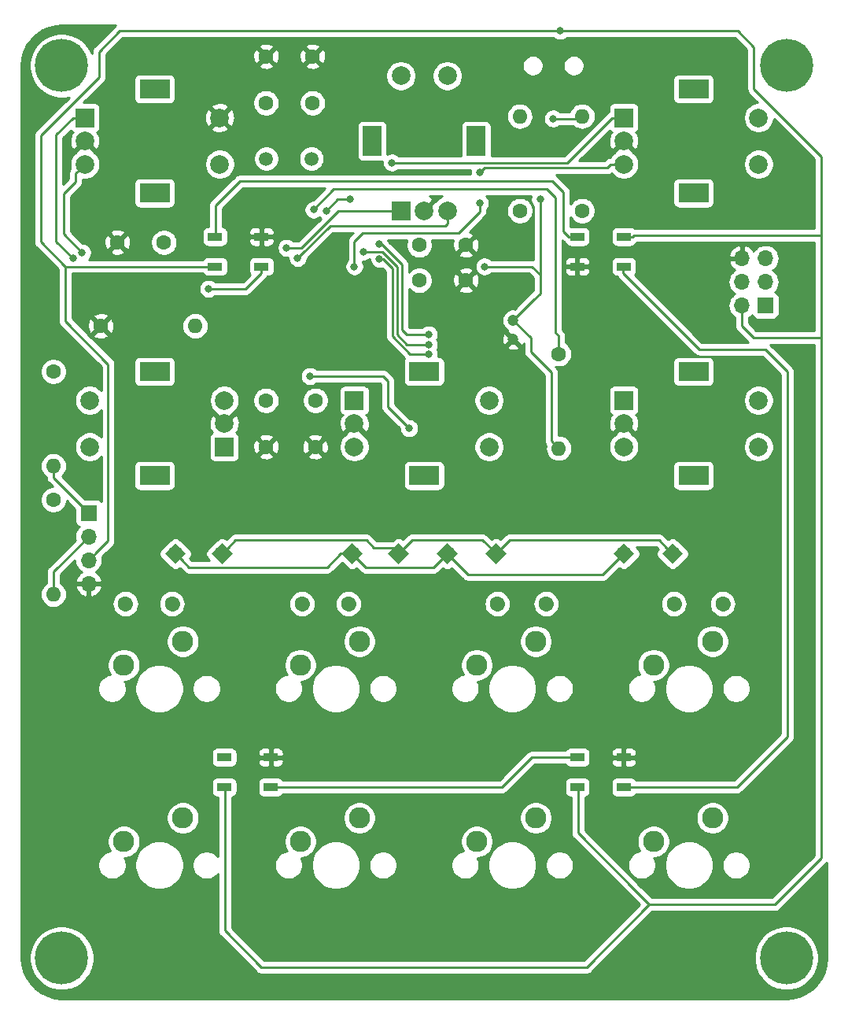
<source format=gbl>
G04 #@! TF.GenerationSoftware,KiCad,Pcbnew,(5.1.4)-1*
G04 #@! TF.CreationDate,2019-10-28T18:01:08-07:00*
G04 #@! TF.ProjectId,louwii-pad,6c6f7577-6969-42d7-9061-642e6b696361,rev?*
G04 #@! TF.SameCoordinates,Original*
G04 #@! TF.FileFunction,Copper,L2,Bot*
G04 #@! TF.FilePolarity,Positive*
%FSLAX46Y46*%
G04 Gerber Fmt 4.6, Leading zero omitted, Abs format (unit mm)*
G04 Created by KiCad (PCBNEW (5.1.4)-1) date 2019-10-28 18:01:08*
%MOMM*%
%LPD*%
G04 APERTURE LIST*
%ADD10C,1.600000*%
%ADD11C,0.100000*%
%ADD12C,1.600000*%
%ADD13R,1.700000X1.700000*%
%ADD14O,1.700000X1.700000*%
%ADD15C,2.286000*%
%ADD16O,1.600000X1.600000*%
%ADD17C,2.000000*%
%ADD18R,3.200000X2.000000*%
%ADD19R,2.000000X2.000000*%
%ADD20R,2.000000X3.200000*%
%ADD21C,1.500000*%
%ADD22C,1.200000*%
%ADD23C,5.700000*%
%ADD24R,1.501140X0.899160*%
%ADD25C,0.800000*%
%ADD26C,0.250000*%
%ADD27C,0.254000*%
G04 APERTURE END LIST*
D10*
X127250000Y-95300000D03*
D11*
G36*
X127250000Y-94168629D02*
G01*
X128381371Y-95300000D01*
X127250000Y-96431371D01*
X126118629Y-95300000D01*
X127250000Y-94168629D01*
X127250000Y-94168629D01*
G37*
D10*
X121861846Y-100688154D03*
D12*
X121861846Y-100688154D02*
X121861846Y-100688154D01*
D10*
X126861846Y-100688154D03*
D12*
X126861846Y-100688154D02*
X126861846Y-100688154D01*
D10*
X132250000Y-95300000D03*
D11*
G36*
X132250000Y-94168629D02*
G01*
X133381371Y-95300000D01*
X132250000Y-96431371D01*
X131118629Y-95300000D01*
X132250000Y-94168629D01*
X132250000Y-94168629D01*
G37*
D10*
X146250000Y-95300000D03*
D11*
G36*
X146250000Y-94168629D02*
G01*
X147381371Y-95300000D01*
X146250000Y-96431371D01*
X145118629Y-95300000D01*
X146250000Y-94168629D01*
X146250000Y-94168629D01*
G37*
D10*
X140861846Y-100688154D03*
D12*
X140861846Y-100688154D02*
X140861846Y-100688154D01*
D10*
X145861846Y-100688154D03*
D12*
X145861846Y-100688154D02*
X145861846Y-100688154D01*
D10*
X151250000Y-95300000D03*
D11*
G36*
X151250000Y-94168629D02*
G01*
X152381371Y-95300000D01*
X151250000Y-96431371D01*
X150118629Y-95300000D01*
X151250000Y-94168629D01*
X151250000Y-94168629D01*
G37*
D10*
X156500000Y-95300000D03*
D11*
G36*
X155368629Y-95300000D02*
G01*
X156500000Y-94168629D01*
X157631371Y-95300000D01*
X156500000Y-96431371D01*
X155368629Y-95300000D01*
X155368629Y-95300000D01*
G37*
D10*
X161888154Y-100688154D03*
D12*
X161888154Y-100688154D02*
X161888154Y-100688154D01*
D10*
X167138154Y-100688154D03*
D12*
X167138154Y-100688154D02*
X167138154Y-100688154D01*
D10*
X161750000Y-95300000D03*
D11*
G36*
X160618629Y-95300000D02*
G01*
X161750000Y-94168629D01*
X162881371Y-95300000D01*
X161750000Y-96431371D01*
X160618629Y-95300000D01*
X160618629Y-95300000D01*
G37*
D10*
X175500000Y-95300000D03*
D11*
G36*
X174368629Y-95300000D02*
G01*
X175500000Y-94168629D01*
X176631371Y-95300000D01*
X175500000Y-96431371D01*
X174368629Y-95300000D01*
X174368629Y-95300000D01*
G37*
D10*
X180888154Y-100688154D03*
D12*
X180888154Y-100688154D02*
X180888154Y-100688154D01*
D10*
X186138154Y-100688154D03*
D12*
X186138154Y-100688154D02*
X186138154Y-100688154D01*
D10*
X180750000Y-95300000D03*
D11*
G36*
X179618629Y-95300000D02*
G01*
X180750000Y-94168629D01*
X181881371Y-95300000D01*
X180750000Y-96431371D01*
X179618629Y-95300000D01*
X179618629Y-95300000D01*
G37*
D13*
X190750000Y-68600000D03*
D14*
X188210000Y-68600000D03*
X190750000Y-66060000D03*
X188210000Y-66060000D03*
X190750000Y-63520000D03*
X188210000Y-63520000D03*
D13*
X117900000Y-90900000D03*
D14*
X117900000Y-93440000D03*
X117900000Y-95980000D03*
X117900000Y-98520000D03*
D15*
X121690000Y-107260000D03*
X128040000Y-104720000D03*
X128040000Y-123720000D03*
X121690000Y-126260000D03*
X140690000Y-107260000D03*
X147040000Y-104720000D03*
X140690000Y-126260000D03*
X147040000Y-123720000D03*
X166040000Y-104720000D03*
X159690000Y-107260000D03*
X166040000Y-123720000D03*
X159690000Y-126260000D03*
X178690000Y-107260000D03*
X185040000Y-104720000D03*
X178690000Y-126260000D03*
X185040000Y-123720000D03*
D16*
X168500000Y-83960000D03*
D10*
X168500000Y-73800000D03*
X119200000Y-70800000D03*
D16*
X129360000Y-70800000D03*
X164300000Y-48240000D03*
D10*
X164300000Y-58400000D03*
X171000000Y-58400000D03*
D16*
X171000000Y-48240000D03*
X114100000Y-85860000D03*
D10*
X114100000Y-75700000D03*
X114100000Y-89500000D03*
D16*
X114100000Y-99660000D03*
D17*
X132000000Y-53400000D03*
X132000000Y-48400000D03*
D18*
X125000000Y-56500000D03*
X125000000Y-45300000D03*
D17*
X117500000Y-53400000D03*
X117500000Y-50900000D03*
D19*
X117500000Y-48400000D03*
X132500000Y-83800000D03*
D17*
X132500000Y-81300000D03*
X132500000Y-78800000D03*
D18*
X125000000Y-86900000D03*
X125000000Y-75700000D03*
D17*
X118000000Y-83800000D03*
X118000000Y-78800000D03*
D19*
X151500000Y-58400000D03*
D17*
X154000000Y-58400000D03*
X156500000Y-58400000D03*
D20*
X148400000Y-50900000D03*
X159600000Y-50900000D03*
D17*
X151500000Y-43900000D03*
X156500000Y-43900000D03*
X161000000Y-83800000D03*
X161000000Y-78800000D03*
D18*
X154000000Y-86900000D03*
X154000000Y-75700000D03*
D17*
X146500000Y-83800000D03*
X146500000Y-81300000D03*
D19*
X146500000Y-78800000D03*
X175500000Y-48400000D03*
D17*
X175500000Y-50900000D03*
X175500000Y-53400000D03*
D18*
X183000000Y-45300000D03*
X183000000Y-56500000D03*
D17*
X190000000Y-48400000D03*
X190000000Y-53400000D03*
X190000000Y-83800000D03*
X190000000Y-78800000D03*
D18*
X183000000Y-86900000D03*
X183000000Y-75700000D03*
D17*
X175500000Y-83800000D03*
X175500000Y-81300000D03*
D19*
X175500000Y-78800000D03*
D21*
X137000000Y-52800000D03*
X141880000Y-52800000D03*
D10*
X137000000Y-46800000D03*
X137000000Y-41800000D03*
X142000000Y-46800000D03*
X142000000Y-41800000D03*
X153500000Y-65900000D03*
X158500000Y-65900000D03*
X137000000Y-83800000D03*
X137000000Y-78800000D03*
X142300000Y-78800000D03*
X142300000Y-83800000D03*
X121000000Y-61800000D03*
X126000000Y-61800000D03*
X153500000Y-62100000D03*
X158500000Y-62100000D03*
D22*
X163600000Y-70200000D03*
X163600000Y-72200000D03*
D23*
X115000000Y-42800000D03*
X193000000Y-42800000D03*
X115000000Y-138800000D03*
X193000000Y-138800000D03*
D24*
X131500640Y-64400200D03*
X131500640Y-61199800D03*
X136499360Y-61199800D03*
X136499360Y-64400200D03*
X170500640Y-61199800D03*
X170500640Y-64400200D03*
X175499360Y-64400200D03*
X175499360Y-61199800D03*
X175499360Y-120400200D03*
X175499360Y-117199800D03*
X170500640Y-117199800D03*
X170500640Y-120400200D03*
X132500640Y-120400200D03*
X132500640Y-117199800D03*
X137499360Y-117199800D03*
X137499360Y-120400200D03*
D25*
X166500000Y-57200000D03*
X160500000Y-64400000D03*
X168650000Y-39050000D03*
X167900000Y-48500000D03*
X140500000Y-58550000D03*
X146250000Y-66800000D03*
X135700000Y-73400000D03*
X142100000Y-73400000D03*
X154500000Y-71700000D03*
X149200000Y-62000000D03*
X154500000Y-73800000D03*
X149200000Y-63600000D03*
X154500000Y-72800000D03*
X147500000Y-62800000D03*
X142100000Y-58300000D03*
X130800000Y-66800000D03*
X117200000Y-62900000D03*
X116200000Y-63500000D03*
X139200000Y-62400000D03*
X140400000Y-63500000D03*
X143500000Y-58400000D03*
X146000000Y-57200000D03*
X150532843Y-53232843D03*
X160000000Y-57600000D03*
X160000000Y-54300000D03*
X146500000Y-64400000D03*
X152400000Y-81800000D03*
X141700000Y-76200000D03*
D26*
X127886395Y-95936395D02*
X127250000Y-95300000D01*
X128706381Y-96756381D02*
X127886395Y-95936395D01*
X143562248Y-96756381D02*
X128706381Y-96756381D01*
X145018629Y-95300000D02*
X143562248Y-96756381D01*
X146250000Y-95300000D02*
X145018629Y-95300000D01*
X146886395Y-95936395D02*
X146250000Y-95300000D01*
X147706381Y-96756381D02*
X146886395Y-95936395D01*
X155043619Y-96756381D02*
X147706381Y-96756381D01*
X156500000Y-95300000D02*
X155043619Y-96756381D01*
X157136395Y-95936395D02*
X156500000Y-95300000D01*
X158750000Y-97550000D02*
X157136395Y-95936395D01*
X173250000Y-97550000D02*
X158750000Y-97550000D01*
X175500000Y-95300000D02*
X173250000Y-97550000D01*
X150613605Y-94663605D02*
X148613605Y-94663605D01*
X151250000Y-95300000D02*
X150613605Y-94663605D01*
X132886395Y-94663605D02*
X132250000Y-95300000D01*
X133706381Y-93843619D02*
X132886395Y-94663605D01*
X147793619Y-93843619D02*
X133706381Y-93843619D01*
X148613605Y-94663605D02*
X147793619Y-93843619D01*
X151886395Y-94663605D02*
X151250000Y-95300000D01*
X152706381Y-93843619D02*
X151886395Y-94663605D01*
X160293619Y-93843619D02*
X152706381Y-93843619D01*
X161750000Y-95300000D02*
X160293619Y-93843619D01*
X180113605Y-94663605D02*
X180750000Y-95300000D01*
X179293619Y-93843619D02*
X180113605Y-94663605D01*
X163206381Y-93843619D02*
X179293619Y-93843619D01*
X161750000Y-95300000D02*
X163206381Y-93843619D01*
X170550000Y-120400000D02*
X170550000Y-121150000D01*
X170550000Y-125350000D02*
X170550000Y-120400000D01*
X196750000Y-128050000D02*
X191750000Y-133050000D01*
X196750000Y-104300000D02*
X196750000Y-128050000D01*
X176750000Y-131550000D02*
X170550000Y-125350000D01*
X191750000Y-133050000D02*
X178500000Y-133050000D01*
X178500000Y-133050000D02*
X178250000Y-133050000D01*
X176750000Y-131550000D02*
X178250000Y-133050000D01*
X132550000Y-135850000D02*
X132550000Y-120400000D01*
X136500000Y-139800000D02*
X132550000Y-135850000D01*
X178250000Y-133050000D02*
X171500000Y-139800000D01*
X171500000Y-139800000D02*
X136500000Y-139800000D01*
X187750000Y-39050000D02*
X168850000Y-39050000D01*
X189500000Y-40800000D02*
X187750000Y-39050000D01*
X189500000Y-45300000D02*
X189500000Y-40800000D01*
X196750000Y-52550000D02*
X189500000Y-45300000D01*
X176600000Y-61050000D02*
X196750000Y-61050000D01*
X176450000Y-61200000D02*
X176600000Y-61050000D01*
X175450000Y-61200000D02*
X176450000Y-61200000D01*
X196750000Y-67300000D02*
X196750000Y-61050000D01*
X196750000Y-61050000D02*
X196750000Y-52550000D01*
X188210000Y-68600000D02*
X188210000Y-70810000D01*
X189450000Y-72050000D02*
X196750000Y-72050000D01*
X188210000Y-70810000D02*
X189450000Y-72050000D01*
X196750000Y-104300000D02*
X196750000Y-72050000D01*
X196750000Y-72050000D02*
X196750000Y-67300000D01*
X121250000Y-39050000D02*
X131750000Y-39050000D01*
X119000000Y-44050000D02*
X119000000Y-41300000D01*
X131750000Y-39050000D02*
X167000000Y-39050000D01*
X112750000Y-50300000D02*
X119000000Y-44050000D01*
X119000000Y-41300000D02*
X121250000Y-39050000D01*
X115400000Y-64400000D02*
X112750000Y-61750000D01*
X131550000Y-64400000D02*
X115400000Y-64400000D01*
X112750000Y-61750000D02*
X112750000Y-50300000D01*
X165600000Y-64400000D02*
X166500000Y-65300000D01*
X160500000Y-64400000D02*
X165600000Y-64400000D01*
X166500000Y-57200000D02*
X166500000Y-65300000D01*
X118749999Y-95130001D02*
X118769999Y-95130001D01*
X117900000Y-95980000D02*
X118749999Y-95130001D01*
X118769999Y-95130001D02*
X120000000Y-93900000D01*
X120000000Y-93900000D02*
X120000000Y-74900000D01*
X115400000Y-70300000D02*
X115400000Y-64400000D01*
X120000000Y-74900000D02*
X115400000Y-70300000D01*
X168500000Y-83960000D02*
X167700001Y-83160001D01*
X167700001Y-83160001D02*
X167700001Y-75800001D01*
X165800000Y-68000000D02*
X163600000Y-70200000D01*
X167700001Y-75800001D02*
X165500000Y-73600000D01*
X165500000Y-72100000D02*
X163600000Y-70200000D01*
X165500000Y-73600000D02*
X165500000Y-72100000D01*
X165800000Y-68000000D02*
X166500000Y-67300000D01*
X166500000Y-65300000D02*
X166500000Y-67300000D01*
X168850000Y-39050000D02*
X168650000Y-39050000D01*
X168650000Y-39050000D02*
X167000000Y-39050000D01*
X170740000Y-48500000D02*
X171000000Y-48240000D01*
X167900000Y-48500000D02*
X170740000Y-48500000D01*
X149400000Y-62000000D02*
X149200000Y-62000000D01*
X151600000Y-64200000D02*
X149400000Y-62000000D01*
X151600000Y-71200000D02*
X151600000Y-64200000D01*
X154500000Y-71700000D02*
X152100000Y-71700000D01*
X152100000Y-71700000D02*
X151600000Y-71200000D01*
X152500000Y-73800000D02*
X154500000Y-73800000D01*
X150600000Y-71900000D02*
X152500000Y-73800000D01*
X150600000Y-64600000D02*
X150600000Y-71900000D01*
X149600000Y-63600000D02*
X150600000Y-64600000D01*
X149100000Y-63600000D02*
X149200000Y-63600000D01*
X149200000Y-63600000D02*
X149600000Y-63600000D01*
X148900000Y-62800000D02*
X147500000Y-62800000D01*
X149500000Y-62800000D02*
X148900000Y-62800000D01*
X151100000Y-64400000D02*
X149500000Y-62800000D01*
X151100000Y-71763590D02*
X151100000Y-64400000D01*
X154500000Y-72800000D02*
X152136410Y-72800000D01*
X152136410Y-72800000D02*
X151100000Y-71763590D01*
X144300000Y-56100000D02*
X142100000Y-58300000D01*
X167200000Y-56100000D02*
X144300000Y-56100000D01*
X168100000Y-71500000D02*
X168100000Y-57000000D01*
X168100000Y-57000000D02*
X167200000Y-56100000D01*
X168500000Y-71900000D02*
X168500000Y-73800000D01*
X168100000Y-71500000D02*
X168500000Y-71900000D01*
X114100000Y-87100000D02*
X117900000Y-90900000D01*
X114100000Y-85860000D02*
X114100000Y-87100000D01*
X114100000Y-97240000D02*
X114100000Y-99660000D01*
X117900000Y-93440000D02*
X114100000Y-97240000D01*
X169550000Y-61200000D02*
X169000000Y-60650000D01*
X170550000Y-61200000D02*
X169550000Y-61200000D01*
X169000000Y-60650000D02*
X169000000Y-56400000D01*
X169000000Y-56400000D02*
X167800000Y-55200000D01*
X167800000Y-55200000D02*
X134200000Y-55200000D01*
X131550000Y-57850000D02*
X131550000Y-61200000D01*
X134200000Y-55200000D02*
X131550000Y-57850000D01*
X136450000Y-65150000D02*
X136450000Y-64400000D01*
X130800000Y-66800000D02*
X134800000Y-66800000D01*
X134800000Y-66800000D02*
X136450000Y-65150000D01*
X187700000Y-120400000D02*
X175450000Y-120400000D01*
X175450000Y-64400000D02*
X175450000Y-65150000D01*
X183600000Y-73300000D02*
X190700000Y-73300000D01*
X175450000Y-65150000D02*
X183600000Y-73300000D01*
X190700000Y-73300000D02*
X193100000Y-75700000D01*
X193100000Y-75700000D02*
X193100000Y-115000000D01*
X193100000Y-115000000D02*
X187700000Y-120400000D01*
X137450000Y-120400000D02*
X162400000Y-120400000D01*
X165600000Y-117200000D02*
X170550000Y-117200000D01*
X162400000Y-120400000D02*
X165600000Y-117200000D01*
X115200000Y-60900000D02*
X117200000Y-62900000D01*
X117200000Y-62900000D02*
X117200000Y-62900000D01*
X116500001Y-55299999D02*
X115200000Y-56600000D01*
X116500001Y-54399999D02*
X116500001Y-55299999D01*
X117500000Y-53400000D02*
X116500001Y-54399999D01*
X115200000Y-56600000D02*
X115200000Y-60900000D01*
X116200000Y-63500000D02*
X116200000Y-63500000D01*
X114400000Y-61700000D02*
X116200000Y-63500000D01*
X114400000Y-50250000D02*
X114400000Y-61700000D01*
X116250000Y-48400000D02*
X114400000Y-50250000D01*
X117500000Y-48400000D02*
X116250000Y-48400000D01*
X139200000Y-62400000D02*
X140800000Y-62400000D01*
X144800000Y-58400000D02*
X151500000Y-58400000D01*
X140800000Y-62400000D02*
X144800000Y-58400000D01*
X156500000Y-59814213D02*
X156314213Y-60000000D01*
X156500000Y-58400000D02*
X156500000Y-59814213D01*
X156314213Y-60000000D02*
X143900000Y-60000000D01*
X140799999Y-63100001D02*
X143900000Y-60000000D01*
X140799999Y-63100001D02*
X140400000Y-63500000D01*
X140400000Y-63500000D02*
X140400000Y-63500000D01*
X143500000Y-58400000D02*
X144700000Y-57200000D01*
X144700000Y-57200000D02*
X146000000Y-57200000D01*
X146000000Y-57200000D02*
X146000000Y-57200000D01*
X169417157Y-53232843D02*
X150532843Y-53232843D01*
X175500000Y-48400000D02*
X174250000Y-48400000D01*
X174250000Y-48400000D02*
X169417157Y-53232843D01*
X149326998Y-60800000D02*
X157700000Y-60800000D01*
X157700000Y-60800000D02*
X160000000Y-58500000D01*
X160000000Y-58500000D02*
X160000000Y-57600000D01*
X174085787Y-53400000D02*
X175500000Y-53400000D01*
X173685787Y-53800000D02*
X174085787Y-53400000D01*
X160000000Y-54300000D02*
X160500000Y-53800000D01*
X160500000Y-53800000D02*
X173685787Y-53800000D01*
X147400000Y-60800000D02*
X149326998Y-60800000D01*
X146500000Y-64400000D02*
X146500000Y-61700000D01*
X146500000Y-61700000D02*
X147400000Y-60800000D01*
X150100000Y-76700000D02*
X150100000Y-79500000D01*
X150100000Y-79500000D02*
X152400000Y-81800000D01*
X142265685Y-76200000D02*
X149600000Y-76200000D01*
X141700000Y-76200000D02*
X142265685Y-76200000D01*
X149600000Y-76200000D02*
X150100000Y-76700000D01*
X153400000Y-66000000D02*
X153500000Y-65900000D01*
D27*
G36*
X120709999Y-38509999D02*
G01*
X120686201Y-38538997D01*
X118488998Y-40736201D01*
X118460000Y-40759999D01*
X118436202Y-40788997D01*
X118436201Y-40788998D01*
X118365026Y-40875724D01*
X118294454Y-41007754D01*
X118268825Y-41092246D01*
X118258613Y-41125912D01*
X118250998Y-41151015D01*
X118236324Y-41300000D01*
X118240001Y-41337332D01*
X118240001Y-41515311D01*
X118088367Y-41149234D01*
X117706976Y-40578442D01*
X117221558Y-40093024D01*
X116650766Y-39711633D01*
X116016537Y-39448927D01*
X115343242Y-39315000D01*
X114656758Y-39315000D01*
X113983463Y-39448927D01*
X113349234Y-39711633D01*
X112778442Y-40093024D01*
X112293024Y-40578442D01*
X111911633Y-41149234D01*
X111648927Y-41783463D01*
X111515000Y-42456758D01*
X111515000Y-43143242D01*
X111648927Y-43816537D01*
X111911633Y-44450766D01*
X112293024Y-45021558D01*
X112778442Y-45506976D01*
X113349234Y-45888367D01*
X113983463Y-46151073D01*
X114656758Y-46285000D01*
X115343242Y-46285000D01*
X115776349Y-46198849D01*
X112238998Y-49736201D01*
X112210000Y-49759999D01*
X112186202Y-49788997D01*
X112186201Y-49788998D01*
X112115026Y-49875724D01*
X112044454Y-50007754D01*
X112000998Y-50151015D01*
X111986324Y-50300000D01*
X111990001Y-50337332D01*
X111990000Y-61712678D01*
X111986324Y-61750000D01*
X111990000Y-61787322D01*
X111990000Y-61787332D01*
X112000997Y-61898985D01*
X112040584Y-62029488D01*
X112044454Y-62042246D01*
X112115026Y-62174276D01*
X112145167Y-62211002D01*
X112209999Y-62290001D01*
X112239003Y-62313804D01*
X114640001Y-64714803D01*
X114640000Y-70262677D01*
X114636324Y-70300000D01*
X114640000Y-70337322D01*
X114640000Y-70337332D01*
X114650997Y-70448985D01*
X114672142Y-70518691D01*
X114694454Y-70592246D01*
X114765026Y-70724276D01*
X114797462Y-70763799D01*
X114859999Y-70840001D01*
X114889003Y-70863804D01*
X119240001Y-75214804D01*
X119240001Y-77727762D01*
X119042252Y-77530013D01*
X118774463Y-77351082D01*
X118476912Y-77227832D01*
X118161033Y-77165000D01*
X117838967Y-77165000D01*
X117523088Y-77227832D01*
X117225537Y-77351082D01*
X116957748Y-77530013D01*
X116730013Y-77757748D01*
X116551082Y-78025537D01*
X116427832Y-78323088D01*
X116365000Y-78638967D01*
X116365000Y-78961033D01*
X116427832Y-79276912D01*
X116551082Y-79574463D01*
X116730013Y-79842252D01*
X116957748Y-80069987D01*
X117225537Y-80248918D01*
X117523088Y-80372168D01*
X117838967Y-80435000D01*
X118161033Y-80435000D01*
X118476912Y-80372168D01*
X118774463Y-80248918D01*
X119042252Y-80069987D01*
X119240001Y-79872238D01*
X119240001Y-82727762D01*
X119042252Y-82530013D01*
X118774463Y-82351082D01*
X118476912Y-82227832D01*
X118161033Y-82165000D01*
X117838967Y-82165000D01*
X117523088Y-82227832D01*
X117225537Y-82351082D01*
X116957748Y-82530013D01*
X116730013Y-82757748D01*
X116551082Y-83025537D01*
X116427832Y-83323088D01*
X116365000Y-83638967D01*
X116365000Y-83961033D01*
X116427832Y-84276912D01*
X116551082Y-84574463D01*
X116730013Y-84842252D01*
X116957748Y-85069987D01*
X117225537Y-85248918D01*
X117523088Y-85372168D01*
X117838967Y-85435000D01*
X118161033Y-85435000D01*
X118476912Y-85372168D01*
X118774463Y-85248918D01*
X119042252Y-85069987D01*
X119240000Y-84872239D01*
X119240000Y-89646112D01*
X119201185Y-89598815D01*
X119104494Y-89519463D01*
X118994180Y-89460498D01*
X118874482Y-89424188D01*
X118750000Y-89411928D01*
X117486730Y-89411928D01*
X115028873Y-86954072D01*
X115119608Y-86879608D01*
X115298932Y-86661101D01*
X115432182Y-86411808D01*
X115514236Y-86141309D01*
X115541943Y-85860000D01*
X115514236Y-85578691D01*
X115432182Y-85308192D01*
X115298932Y-85058899D01*
X115119608Y-84840392D01*
X114901101Y-84661068D01*
X114651808Y-84527818D01*
X114381309Y-84445764D01*
X114170492Y-84425000D01*
X114029508Y-84425000D01*
X113818691Y-84445764D01*
X113548192Y-84527818D01*
X113298899Y-84661068D01*
X113080392Y-84840392D01*
X112901068Y-85058899D01*
X112767818Y-85308192D01*
X112685764Y-85578691D01*
X112658057Y-85860000D01*
X112685764Y-86141309D01*
X112767818Y-86411808D01*
X112901068Y-86661101D01*
X113080392Y-86879608D01*
X113298899Y-87058932D01*
X113338295Y-87079990D01*
X113336324Y-87100000D01*
X113350998Y-87248985D01*
X113394454Y-87392246D01*
X113465026Y-87524276D01*
X113536201Y-87611002D01*
X113560000Y-87640001D01*
X113588998Y-87663799D01*
X113990199Y-88065000D01*
X113958665Y-88065000D01*
X113681426Y-88120147D01*
X113420273Y-88228320D01*
X113185241Y-88385363D01*
X112985363Y-88585241D01*
X112828320Y-88820273D01*
X112720147Y-89081426D01*
X112665000Y-89358665D01*
X112665000Y-89641335D01*
X112720147Y-89918574D01*
X112828320Y-90179727D01*
X112985363Y-90414759D01*
X113185241Y-90614637D01*
X113420273Y-90771680D01*
X113681426Y-90879853D01*
X113958665Y-90935000D01*
X114241335Y-90935000D01*
X114518574Y-90879853D01*
X114779727Y-90771680D01*
X115014759Y-90614637D01*
X115214637Y-90414759D01*
X115371680Y-90179727D01*
X115479853Y-89918574D01*
X115535000Y-89641335D01*
X115535000Y-89609802D01*
X116411928Y-90486730D01*
X116411928Y-91750000D01*
X116424188Y-91874482D01*
X116460498Y-91994180D01*
X116519463Y-92104494D01*
X116598815Y-92201185D01*
X116695506Y-92280537D01*
X116805820Y-92339502D01*
X116874687Y-92360393D01*
X116844866Y-92384866D01*
X116659294Y-92610986D01*
X116521401Y-92868966D01*
X116436487Y-93148889D01*
X116407815Y-93440000D01*
X116436487Y-93731111D01*
X116459203Y-93805995D01*
X113589003Y-96676196D01*
X113559999Y-96699999D01*
X113524155Y-96743676D01*
X113465026Y-96815724D01*
X113411948Y-96915026D01*
X113394454Y-96947754D01*
X113350997Y-97091015D01*
X113340000Y-97202668D01*
X113340000Y-97202678D01*
X113336324Y-97240000D01*
X113340000Y-97277323D01*
X113340000Y-98439099D01*
X113298899Y-98461068D01*
X113080392Y-98640392D01*
X112901068Y-98858899D01*
X112767818Y-99108192D01*
X112685764Y-99378691D01*
X112658057Y-99660000D01*
X112685764Y-99941309D01*
X112767818Y-100211808D01*
X112901068Y-100461101D01*
X113080392Y-100679608D01*
X113298899Y-100858932D01*
X113548192Y-100992182D01*
X113818691Y-101074236D01*
X114029508Y-101095000D01*
X114170492Y-101095000D01*
X114381309Y-101074236D01*
X114651808Y-100992182D01*
X114901101Y-100858932D01*
X115109194Y-100688154D01*
X120419903Y-100688154D01*
X120447610Y-100969463D01*
X120529664Y-101239962D01*
X120662914Y-101489255D01*
X120842238Y-101707762D01*
X121060745Y-101887086D01*
X121310038Y-102020336D01*
X121580537Y-102102390D01*
X121791354Y-102123154D01*
X121932338Y-102123154D01*
X122143155Y-102102390D01*
X122413654Y-102020336D01*
X122662947Y-101887086D01*
X122881454Y-101707762D01*
X123060778Y-101489255D01*
X123194028Y-101239962D01*
X123276082Y-100969463D01*
X123303789Y-100688154D01*
X125419903Y-100688154D01*
X125447610Y-100969463D01*
X125529664Y-101239962D01*
X125662914Y-101489255D01*
X125842238Y-101707762D01*
X126060745Y-101887086D01*
X126310038Y-102020336D01*
X126580537Y-102102390D01*
X126791354Y-102123154D01*
X126932338Y-102123154D01*
X127143155Y-102102390D01*
X127413654Y-102020336D01*
X127662947Y-101887086D01*
X127881454Y-101707762D01*
X128060778Y-101489255D01*
X128194028Y-101239962D01*
X128276082Y-100969463D01*
X128303789Y-100688154D01*
X139419903Y-100688154D01*
X139447610Y-100969463D01*
X139529664Y-101239962D01*
X139662914Y-101489255D01*
X139842238Y-101707762D01*
X140060745Y-101887086D01*
X140310038Y-102020336D01*
X140580537Y-102102390D01*
X140791354Y-102123154D01*
X140932338Y-102123154D01*
X141143155Y-102102390D01*
X141413654Y-102020336D01*
X141662947Y-101887086D01*
X141881454Y-101707762D01*
X142060778Y-101489255D01*
X142194028Y-101239962D01*
X142276082Y-100969463D01*
X142303789Y-100688154D01*
X144419903Y-100688154D01*
X144447610Y-100969463D01*
X144529664Y-101239962D01*
X144662914Y-101489255D01*
X144842238Y-101707762D01*
X145060745Y-101887086D01*
X145310038Y-102020336D01*
X145580537Y-102102390D01*
X145791354Y-102123154D01*
X145932338Y-102123154D01*
X146143155Y-102102390D01*
X146413654Y-102020336D01*
X146662947Y-101887086D01*
X146881454Y-101707762D01*
X147060778Y-101489255D01*
X147194028Y-101239962D01*
X147276082Y-100969463D01*
X147303789Y-100688154D01*
X160446211Y-100688154D01*
X160473918Y-100969463D01*
X160555972Y-101239962D01*
X160689222Y-101489255D01*
X160868546Y-101707762D01*
X161087053Y-101887086D01*
X161336346Y-102020336D01*
X161606845Y-102102390D01*
X161817662Y-102123154D01*
X161958646Y-102123154D01*
X162169463Y-102102390D01*
X162439962Y-102020336D01*
X162689255Y-101887086D01*
X162907762Y-101707762D01*
X163087086Y-101489255D01*
X163220336Y-101239962D01*
X163302390Y-100969463D01*
X163330097Y-100688154D01*
X165696211Y-100688154D01*
X165723918Y-100969463D01*
X165805972Y-101239962D01*
X165939222Y-101489255D01*
X166118546Y-101707762D01*
X166337053Y-101887086D01*
X166586346Y-102020336D01*
X166856845Y-102102390D01*
X167067662Y-102123154D01*
X167208646Y-102123154D01*
X167419463Y-102102390D01*
X167689962Y-102020336D01*
X167939255Y-101887086D01*
X168157762Y-101707762D01*
X168337086Y-101489255D01*
X168470336Y-101239962D01*
X168552390Y-100969463D01*
X168580097Y-100688154D01*
X179446211Y-100688154D01*
X179473918Y-100969463D01*
X179555972Y-101239962D01*
X179689222Y-101489255D01*
X179868546Y-101707762D01*
X180087053Y-101887086D01*
X180336346Y-102020336D01*
X180606845Y-102102390D01*
X180817662Y-102123154D01*
X180958646Y-102123154D01*
X181169463Y-102102390D01*
X181439962Y-102020336D01*
X181689255Y-101887086D01*
X181907762Y-101707762D01*
X182087086Y-101489255D01*
X182220336Y-101239962D01*
X182302390Y-100969463D01*
X182330097Y-100688154D01*
X184696211Y-100688154D01*
X184723918Y-100969463D01*
X184805972Y-101239962D01*
X184939222Y-101489255D01*
X185118546Y-101707762D01*
X185337053Y-101887086D01*
X185586346Y-102020336D01*
X185856845Y-102102390D01*
X186067662Y-102123154D01*
X186208646Y-102123154D01*
X186419463Y-102102390D01*
X186689962Y-102020336D01*
X186939255Y-101887086D01*
X187157762Y-101707762D01*
X187337086Y-101489255D01*
X187470336Y-101239962D01*
X187552390Y-100969463D01*
X187580097Y-100688154D01*
X187552390Y-100406845D01*
X187470336Y-100136346D01*
X187337086Y-99887053D01*
X187157762Y-99668546D01*
X186939255Y-99489222D01*
X186689962Y-99355972D01*
X186419463Y-99273918D01*
X186208646Y-99253154D01*
X186067662Y-99253154D01*
X185856845Y-99273918D01*
X185586346Y-99355972D01*
X185337053Y-99489222D01*
X185118546Y-99668546D01*
X184939222Y-99887053D01*
X184805972Y-100136346D01*
X184723918Y-100406845D01*
X184696211Y-100688154D01*
X182330097Y-100688154D01*
X182302390Y-100406845D01*
X182220336Y-100136346D01*
X182087086Y-99887053D01*
X181907762Y-99668546D01*
X181689255Y-99489222D01*
X181439962Y-99355972D01*
X181169463Y-99273918D01*
X180958646Y-99253154D01*
X180817662Y-99253154D01*
X180606845Y-99273918D01*
X180336346Y-99355972D01*
X180087053Y-99489222D01*
X179868546Y-99668546D01*
X179689222Y-99887053D01*
X179555972Y-100136346D01*
X179473918Y-100406845D01*
X179446211Y-100688154D01*
X168580097Y-100688154D01*
X168552390Y-100406845D01*
X168470336Y-100136346D01*
X168337086Y-99887053D01*
X168157762Y-99668546D01*
X167939255Y-99489222D01*
X167689962Y-99355972D01*
X167419463Y-99273918D01*
X167208646Y-99253154D01*
X167067662Y-99253154D01*
X166856845Y-99273918D01*
X166586346Y-99355972D01*
X166337053Y-99489222D01*
X166118546Y-99668546D01*
X165939222Y-99887053D01*
X165805972Y-100136346D01*
X165723918Y-100406845D01*
X165696211Y-100688154D01*
X163330097Y-100688154D01*
X163302390Y-100406845D01*
X163220336Y-100136346D01*
X163087086Y-99887053D01*
X162907762Y-99668546D01*
X162689255Y-99489222D01*
X162439962Y-99355972D01*
X162169463Y-99273918D01*
X161958646Y-99253154D01*
X161817662Y-99253154D01*
X161606845Y-99273918D01*
X161336346Y-99355972D01*
X161087053Y-99489222D01*
X160868546Y-99668546D01*
X160689222Y-99887053D01*
X160555972Y-100136346D01*
X160473918Y-100406845D01*
X160446211Y-100688154D01*
X147303789Y-100688154D01*
X147276082Y-100406845D01*
X147194028Y-100136346D01*
X147060778Y-99887053D01*
X146881454Y-99668546D01*
X146662947Y-99489222D01*
X146413654Y-99355972D01*
X146143155Y-99273918D01*
X145932338Y-99253154D01*
X145791354Y-99253154D01*
X145580537Y-99273918D01*
X145310038Y-99355972D01*
X145060745Y-99489222D01*
X144842238Y-99668546D01*
X144662914Y-99887053D01*
X144529664Y-100136346D01*
X144447610Y-100406845D01*
X144419903Y-100688154D01*
X142303789Y-100688154D01*
X142276082Y-100406845D01*
X142194028Y-100136346D01*
X142060778Y-99887053D01*
X141881454Y-99668546D01*
X141662947Y-99489222D01*
X141413654Y-99355972D01*
X141143155Y-99273918D01*
X140932338Y-99253154D01*
X140791354Y-99253154D01*
X140580537Y-99273918D01*
X140310038Y-99355972D01*
X140060745Y-99489222D01*
X139842238Y-99668546D01*
X139662914Y-99887053D01*
X139529664Y-100136346D01*
X139447610Y-100406845D01*
X139419903Y-100688154D01*
X128303789Y-100688154D01*
X128276082Y-100406845D01*
X128194028Y-100136346D01*
X128060778Y-99887053D01*
X127881454Y-99668546D01*
X127662947Y-99489222D01*
X127413654Y-99355972D01*
X127143155Y-99273918D01*
X126932338Y-99253154D01*
X126791354Y-99253154D01*
X126580537Y-99273918D01*
X126310038Y-99355972D01*
X126060745Y-99489222D01*
X125842238Y-99668546D01*
X125662914Y-99887053D01*
X125529664Y-100136346D01*
X125447610Y-100406845D01*
X125419903Y-100688154D01*
X123303789Y-100688154D01*
X123276082Y-100406845D01*
X123194028Y-100136346D01*
X123060778Y-99887053D01*
X122881454Y-99668546D01*
X122662947Y-99489222D01*
X122413654Y-99355972D01*
X122143155Y-99273918D01*
X121932338Y-99253154D01*
X121791354Y-99253154D01*
X121580537Y-99273918D01*
X121310038Y-99355972D01*
X121060745Y-99489222D01*
X120842238Y-99668546D01*
X120662914Y-99887053D01*
X120529664Y-100136346D01*
X120447610Y-100406845D01*
X120419903Y-100688154D01*
X115109194Y-100688154D01*
X115119608Y-100679608D01*
X115298932Y-100461101D01*
X115432182Y-100211808D01*
X115514236Y-99941309D01*
X115541943Y-99660000D01*
X115514236Y-99378691D01*
X115432182Y-99108192D01*
X115308549Y-98876890D01*
X116458524Y-98876890D01*
X116503175Y-99024099D01*
X116628359Y-99286920D01*
X116802412Y-99520269D01*
X117018645Y-99715178D01*
X117268748Y-99864157D01*
X117543109Y-99961481D01*
X117773000Y-99840814D01*
X117773000Y-98647000D01*
X118027000Y-98647000D01*
X118027000Y-99840814D01*
X118256891Y-99961481D01*
X118531252Y-99864157D01*
X118781355Y-99715178D01*
X118997588Y-99520269D01*
X119171641Y-99286920D01*
X119296825Y-99024099D01*
X119341476Y-98876890D01*
X119220155Y-98647000D01*
X118027000Y-98647000D01*
X117773000Y-98647000D01*
X116579845Y-98647000D01*
X116458524Y-98876890D01*
X115308549Y-98876890D01*
X115298932Y-98858899D01*
X115119608Y-98640392D01*
X114901101Y-98461068D01*
X114860000Y-98439099D01*
X114860000Y-97554801D01*
X116410235Y-96004567D01*
X116436487Y-96271111D01*
X116521401Y-96551034D01*
X116659294Y-96809014D01*
X116844866Y-97035134D01*
X117070986Y-97220706D01*
X117135523Y-97255201D01*
X117018645Y-97324822D01*
X116802412Y-97519731D01*
X116628359Y-97753080D01*
X116503175Y-98015901D01*
X116458524Y-98163110D01*
X116579845Y-98393000D01*
X117773000Y-98393000D01*
X117773000Y-98373000D01*
X118027000Y-98373000D01*
X118027000Y-98393000D01*
X119220155Y-98393000D01*
X119341476Y-98163110D01*
X119296825Y-98015901D01*
X119171641Y-97753080D01*
X118997588Y-97519731D01*
X118781355Y-97324822D01*
X118664477Y-97255201D01*
X118729014Y-97220706D01*
X118955134Y-97035134D01*
X119140706Y-96809014D01*
X119278599Y-96551034D01*
X119363513Y-96271111D01*
X119392185Y-95980000D01*
X119363513Y-95688889D01*
X119345452Y-95629349D01*
X119674801Y-95300000D01*
X125480557Y-95300000D01*
X125492817Y-95424482D01*
X125529127Y-95544180D01*
X125588092Y-95654494D01*
X125667444Y-95751185D01*
X126798815Y-96882556D01*
X126895506Y-96961908D01*
X127005820Y-97020873D01*
X127125518Y-97057183D01*
X127250000Y-97069443D01*
X127374482Y-97057183D01*
X127494180Y-97020873D01*
X127604494Y-96961908D01*
X127701185Y-96882556D01*
X127729470Y-96854271D01*
X128142582Y-97267383D01*
X128166380Y-97296382D01*
X128282105Y-97391355D01*
X128414134Y-97461927D01*
X128557395Y-97505384D01*
X128669048Y-97516381D01*
X128669057Y-97516381D01*
X128706380Y-97520057D01*
X128743703Y-97516381D01*
X143524926Y-97516381D01*
X143562248Y-97520057D01*
X143599570Y-97516381D01*
X143599581Y-97516381D01*
X143711234Y-97505384D01*
X143854495Y-97461927D01*
X143986524Y-97391355D01*
X144102249Y-97296382D01*
X144126052Y-97267378D01*
X145154845Y-96238586D01*
X145798815Y-96882556D01*
X145895506Y-96961908D01*
X146005820Y-97020873D01*
X146125518Y-97057183D01*
X146250000Y-97069443D01*
X146374482Y-97057183D01*
X146494180Y-97020873D01*
X146604494Y-96961908D01*
X146701185Y-96882556D01*
X146729470Y-96854271D01*
X147142582Y-97267383D01*
X147166380Y-97296382D01*
X147282105Y-97391355D01*
X147414134Y-97461927D01*
X147557395Y-97505384D01*
X147669048Y-97516381D01*
X147669057Y-97516381D01*
X147706380Y-97520057D01*
X147743703Y-97516381D01*
X155006297Y-97516381D01*
X155043619Y-97520057D01*
X155080941Y-97516381D01*
X155080952Y-97516381D01*
X155192605Y-97505384D01*
X155335866Y-97461927D01*
X155467895Y-97391355D01*
X155583620Y-97296382D01*
X155607423Y-97267378D01*
X156020530Y-96854271D01*
X156048815Y-96882556D01*
X156145506Y-96961908D01*
X156255820Y-97020873D01*
X156375518Y-97057183D01*
X156500000Y-97069443D01*
X156624482Y-97057183D01*
X156744180Y-97020873D01*
X156854494Y-96961908D01*
X156951185Y-96882556D01*
X156979470Y-96854271D01*
X158186201Y-98061003D01*
X158209999Y-98090001D01*
X158238997Y-98113799D01*
X158325723Y-98184974D01*
X158400606Y-98225000D01*
X158457753Y-98255546D01*
X158601014Y-98299003D01*
X158712667Y-98310000D01*
X158712676Y-98310000D01*
X158749999Y-98313676D01*
X158787322Y-98310000D01*
X173212678Y-98310000D01*
X173250000Y-98313676D01*
X173287322Y-98310000D01*
X173287333Y-98310000D01*
X173398986Y-98299003D01*
X173542247Y-98255546D01*
X173674276Y-98184974D01*
X173790001Y-98090001D01*
X173813804Y-98060997D01*
X175020530Y-96854271D01*
X175048815Y-96882556D01*
X175145506Y-96961908D01*
X175255820Y-97020873D01*
X175375518Y-97057183D01*
X175500000Y-97069443D01*
X175624482Y-97057183D01*
X175744180Y-97020873D01*
X175854494Y-96961908D01*
X175951185Y-96882556D01*
X177082556Y-95751185D01*
X177161908Y-95654494D01*
X177220873Y-95544180D01*
X177257183Y-95424482D01*
X177269443Y-95300000D01*
X177257183Y-95175518D01*
X177220873Y-95055820D01*
X177161908Y-94945506D01*
X177082556Y-94848815D01*
X176837360Y-94603619D01*
X178978818Y-94603619D01*
X179195729Y-94820530D01*
X179167444Y-94848815D01*
X179088092Y-94945506D01*
X179029127Y-95055820D01*
X178992817Y-95175518D01*
X178980557Y-95300000D01*
X178992817Y-95424482D01*
X179029127Y-95544180D01*
X179088092Y-95654494D01*
X179167444Y-95751185D01*
X180298815Y-96882556D01*
X180395506Y-96961908D01*
X180505820Y-97020873D01*
X180625518Y-97057183D01*
X180750000Y-97069443D01*
X180874482Y-97057183D01*
X180994180Y-97020873D01*
X181104494Y-96961908D01*
X181201185Y-96882556D01*
X182332556Y-95751185D01*
X182411908Y-95654494D01*
X182470873Y-95544180D01*
X182507183Y-95424482D01*
X182519443Y-95300000D01*
X182507183Y-95175518D01*
X182470873Y-95055820D01*
X182411908Y-94945506D01*
X182332556Y-94848815D01*
X181201185Y-93717444D01*
X181104494Y-93638092D01*
X180994180Y-93579127D01*
X180874482Y-93542817D01*
X180750000Y-93530557D01*
X180625518Y-93542817D01*
X180505820Y-93579127D01*
X180395506Y-93638092D01*
X180298815Y-93717444D01*
X180270530Y-93745729D01*
X179857422Y-93332621D01*
X179833620Y-93303618D01*
X179717895Y-93208645D01*
X179585866Y-93138073D01*
X179442605Y-93094616D01*
X179330952Y-93083619D01*
X179330941Y-93083619D01*
X179293619Y-93079943D01*
X179256297Y-93083619D01*
X163243706Y-93083619D01*
X163206381Y-93079943D01*
X163169056Y-93083619D01*
X163169048Y-93083619D01*
X163057395Y-93094616D01*
X162914134Y-93138073D01*
X162782105Y-93208645D01*
X162666380Y-93303618D01*
X162642582Y-93332616D01*
X162229470Y-93745729D01*
X162201185Y-93717444D01*
X162104494Y-93638092D01*
X161994180Y-93579127D01*
X161874482Y-93542817D01*
X161750000Y-93530557D01*
X161625518Y-93542817D01*
X161505820Y-93579127D01*
X161395506Y-93638092D01*
X161298815Y-93717444D01*
X161270530Y-93745729D01*
X160857423Y-93332622D01*
X160833620Y-93303618D01*
X160717895Y-93208645D01*
X160585866Y-93138073D01*
X160442605Y-93094616D01*
X160330952Y-93083619D01*
X160330941Y-93083619D01*
X160293619Y-93079943D01*
X160256297Y-93083619D01*
X152743703Y-93083619D01*
X152706380Y-93079943D01*
X152669057Y-93083619D01*
X152669048Y-93083619D01*
X152557395Y-93094616D01*
X152414134Y-93138073D01*
X152282105Y-93208645D01*
X152166380Y-93303618D01*
X152142582Y-93332617D01*
X151729470Y-93745729D01*
X151701185Y-93717444D01*
X151604494Y-93638092D01*
X151494180Y-93579127D01*
X151374482Y-93542817D01*
X151250000Y-93530557D01*
X151125518Y-93542817D01*
X151005820Y-93579127D01*
X150895506Y-93638092D01*
X150798815Y-93717444D01*
X150616086Y-93900173D01*
X150613605Y-93899929D01*
X150576283Y-93903605D01*
X148928407Y-93903605D01*
X148357422Y-93332621D01*
X148333620Y-93303618D01*
X148217895Y-93208645D01*
X148085866Y-93138073D01*
X147942605Y-93094616D01*
X147830952Y-93083619D01*
X147830941Y-93083619D01*
X147793619Y-93079943D01*
X147756297Y-93083619D01*
X133743703Y-93083619D01*
X133706380Y-93079943D01*
X133669057Y-93083619D01*
X133669048Y-93083619D01*
X133557395Y-93094616D01*
X133414134Y-93138073D01*
X133282105Y-93208645D01*
X133166380Y-93303618D01*
X133142582Y-93332617D01*
X132729470Y-93745729D01*
X132701185Y-93717444D01*
X132604494Y-93638092D01*
X132494180Y-93579127D01*
X132374482Y-93542817D01*
X132250000Y-93530557D01*
X132125518Y-93542817D01*
X132005820Y-93579127D01*
X131895506Y-93638092D01*
X131798815Y-93717444D01*
X130667444Y-94848815D01*
X130588092Y-94945506D01*
X130529127Y-95055820D01*
X130492817Y-95175518D01*
X130480557Y-95300000D01*
X130492817Y-95424482D01*
X130529127Y-95544180D01*
X130588092Y-95654494D01*
X130667444Y-95751185D01*
X130912640Y-95996381D01*
X129021183Y-95996381D01*
X128804271Y-95779470D01*
X128832556Y-95751185D01*
X128911908Y-95654494D01*
X128970873Y-95544180D01*
X129007183Y-95424482D01*
X129019443Y-95300000D01*
X129007183Y-95175518D01*
X128970873Y-95055820D01*
X128911908Y-94945506D01*
X128832556Y-94848815D01*
X127701185Y-93717444D01*
X127604494Y-93638092D01*
X127494180Y-93579127D01*
X127374482Y-93542817D01*
X127250000Y-93530557D01*
X127125518Y-93542817D01*
X127005820Y-93579127D01*
X126895506Y-93638092D01*
X126798815Y-93717444D01*
X125667444Y-94848815D01*
X125588092Y-94945506D01*
X125529127Y-95055820D01*
X125492817Y-95175518D01*
X125480557Y-95300000D01*
X119674801Y-95300000D01*
X120511004Y-94463798D01*
X120540001Y-94440001D01*
X120588423Y-94380999D01*
X120634974Y-94324277D01*
X120705546Y-94192247D01*
X120705546Y-94192246D01*
X120749003Y-94048986D01*
X120760000Y-93937333D01*
X120760000Y-93937324D01*
X120763676Y-93900001D01*
X120760000Y-93862678D01*
X120760000Y-85900000D01*
X122761928Y-85900000D01*
X122761928Y-87900000D01*
X122774188Y-88024482D01*
X122810498Y-88144180D01*
X122869463Y-88254494D01*
X122948815Y-88351185D01*
X123045506Y-88430537D01*
X123155820Y-88489502D01*
X123275518Y-88525812D01*
X123400000Y-88538072D01*
X126600000Y-88538072D01*
X126724482Y-88525812D01*
X126844180Y-88489502D01*
X126954494Y-88430537D01*
X127051185Y-88351185D01*
X127130537Y-88254494D01*
X127189502Y-88144180D01*
X127225812Y-88024482D01*
X127238072Y-87900000D01*
X127238072Y-85900000D01*
X151761928Y-85900000D01*
X151761928Y-87900000D01*
X151774188Y-88024482D01*
X151810498Y-88144180D01*
X151869463Y-88254494D01*
X151948815Y-88351185D01*
X152045506Y-88430537D01*
X152155820Y-88489502D01*
X152275518Y-88525812D01*
X152400000Y-88538072D01*
X155600000Y-88538072D01*
X155724482Y-88525812D01*
X155844180Y-88489502D01*
X155954494Y-88430537D01*
X156051185Y-88351185D01*
X156130537Y-88254494D01*
X156189502Y-88144180D01*
X156225812Y-88024482D01*
X156238072Y-87900000D01*
X156238072Y-85900000D01*
X180761928Y-85900000D01*
X180761928Y-87900000D01*
X180774188Y-88024482D01*
X180810498Y-88144180D01*
X180869463Y-88254494D01*
X180948815Y-88351185D01*
X181045506Y-88430537D01*
X181155820Y-88489502D01*
X181275518Y-88525812D01*
X181400000Y-88538072D01*
X184600000Y-88538072D01*
X184724482Y-88525812D01*
X184844180Y-88489502D01*
X184954494Y-88430537D01*
X185051185Y-88351185D01*
X185130537Y-88254494D01*
X185189502Y-88144180D01*
X185225812Y-88024482D01*
X185238072Y-87900000D01*
X185238072Y-85900000D01*
X185225812Y-85775518D01*
X185189502Y-85655820D01*
X185130537Y-85545506D01*
X185051185Y-85448815D01*
X184954494Y-85369463D01*
X184844180Y-85310498D01*
X184724482Y-85274188D01*
X184600000Y-85261928D01*
X181400000Y-85261928D01*
X181275518Y-85274188D01*
X181155820Y-85310498D01*
X181045506Y-85369463D01*
X180948815Y-85448815D01*
X180869463Y-85545506D01*
X180810498Y-85655820D01*
X180774188Y-85775518D01*
X180761928Y-85900000D01*
X156238072Y-85900000D01*
X156225812Y-85775518D01*
X156189502Y-85655820D01*
X156130537Y-85545506D01*
X156051185Y-85448815D01*
X155954494Y-85369463D01*
X155844180Y-85310498D01*
X155724482Y-85274188D01*
X155600000Y-85261928D01*
X152400000Y-85261928D01*
X152275518Y-85274188D01*
X152155820Y-85310498D01*
X152045506Y-85369463D01*
X151948815Y-85448815D01*
X151869463Y-85545506D01*
X151810498Y-85655820D01*
X151774188Y-85775518D01*
X151761928Y-85900000D01*
X127238072Y-85900000D01*
X127225812Y-85775518D01*
X127189502Y-85655820D01*
X127130537Y-85545506D01*
X127051185Y-85448815D01*
X126954494Y-85369463D01*
X126844180Y-85310498D01*
X126724482Y-85274188D01*
X126600000Y-85261928D01*
X123400000Y-85261928D01*
X123275518Y-85274188D01*
X123155820Y-85310498D01*
X123045506Y-85369463D01*
X122948815Y-85448815D01*
X122869463Y-85545506D01*
X122810498Y-85655820D01*
X122774188Y-85775518D01*
X122761928Y-85900000D01*
X120760000Y-85900000D01*
X120760000Y-81362595D01*
X130858282Y-81362595D01*
X130902039Y-81681675D01*
X131007205Y-81986088D01*
X131100186Y-82160044D01*
X131249223Y-82214024D01*
X131145506Y-82269463D01*
X131048815Y-82348815D01*
X130969463Y-82445506D01*
X130910498Y-82555820D01*
X130874188Y-82675518D01*
X130861928Y-82800000D01*
X130861928Y-84800000D01*
X130874188Y-84924482D01*
X130910498Y-85044180D01*
X130969463Y-85154494D01*
X131048815Y-85251185D01*
X131145506Y-85330537D01*
X131255820Y-85389502D01*
X131375518Y-85425812D01*
X131500000Y-85438072D01*
X133500000Y-85438072D01*
X133624482Y-85425812D01*
X133744180Y-85389502D01*
X133854494Y-85330537D01*
X133951185Y-85251185D01*
X134030537Y-85154494D01*
X134089502Y-85044180D01*
X134125812Y-84924482D01*
X134138072Y-84800000D01*
X134138072Y-84792702D01*
X136186903Y-84792702D01*
X136258486Y-85036671D01*
X136513996Y-85157571D01*
X136788184Y-85226300D01*
X137070512Y-85240217D01*
X137350130Y-85198787D01*
X137616292Y-85103603D01*
X137741514Y-85036671D01*
X137813097Y-84792702D01*
X141486903Y-84792702D01*
X141558486Y-85036671D01*
X141813996Y-85157571D01*
X142088184Y-85226300D01*
X142370512Y-85240217D01*
X142650130Y-85198787D01*
X142916292Y-85103603D01*
X143041514Y-85036671D01*
X143113097Y-84792702D01*
X142300000Y-83979605D01*
X141486903Y-84792702D01*
X137813097Y-84792702D01*
X137000000Y-83979605D01*
X136186903Y-84792702D01*
X134138072Y-84792702D01*
X134138072Y-83870512D01*
X135559783Y-83870512D01*
X135601213Y-84150130D01*
X135696397Y-84416292D01*
X135763329Y-84541514D01*
X136007298Y-84613097D01*
X136820395Y-83800000D01*
X137179605Y-83800000D01*
X137992702Y-84613097D01*
X138236671Y-84541514D01*
X138357571Y-84286004D01*
X138426300Y-84011816D01*
X138433265Y-83870512D01*
X140859783Y-83870512D01*
X140901213Y-84150130D01*
X140996397Y-84416292D01*
X141063329Y-84541514D01*
X141307298Y-84613097D01*
X142120395Y-83800000D01*
X142479605Y-83800000D01*
X143292702Y-84613097D01*
X143536671Y-84541514D01*
X143657571Y-84286004D01*
X143726300Y-84011816D01*
X143740217Y-83729488D01*
X143726805Y-83638967D01*
X144865000Y-83638967D01*
X144865000Y-83961033D01*
X144927832Y-84276912D01*
X145051082Y-84574463D01*
X145230013Y-84842252D01*
X145457748Y-85069987D01*
X145725537Y-85248918D01*
X146023088Y-85372168D01*
X146338967Y-85435000D01*
X146661033Y-85435000D01*
X146976912Y-85372168D01*
X147274463Y-85248918D01*
X147542252Y-85069987D01*
X147769987Y-84842252D01*
X147948918Y-84574463D01*
X148072168Y-84276912D01*
X148135000Y-83961033D01*
X148135000Y-83638967D01*
X159365000Y-83638967D01*
X159365000Y-83961033D01*
X159427832Y-84276912D01*
X159551082Y-84574463D01*
X159730013Y-84842252D01*
X159957748Y-85069987D01*
X160225537Y-85248918D01*
X160523088Y-85372168D01*
X160838967Y-85435000D01*
X161161033Y-85435000D01*
X161476912Y-85372168D01*
X161774463Y-85248918D01*
X162042252Y-85069987D01*
X162269987Y-84842252D01*
X162448918Y-84574463D01*
X162572168Y-84276912D01*
X162635000Y-83961033D01*
X162635000Y-83638967D01*
X162572168Y-83323088D01*
X162448918Y-83025537D01*
X162269987Y-82757748D01*
X162042252Y-82530013D01*
X161774463Y-82351082D01*
X161476912Y-82227832D01*
X161161033Y-82165000D01*
X160838967Y-82165000D01*
X160523088Y-82227832D01*
X160225537Y-82351082D01*
X159957748Y-82530013D01*
X159730013Y-82757748D01*
X159551082Y-83025537D01*
X159427832Y-83323088D01*
X159365000Y-83638967D01*
X148135000Y-83638967D01*
X148072168Y-83323088D01*
X147948918Y-83025537D01*
X147769987Y-82757748D01*
X147542252Y-82530013D01*
X147445065Y-82465075D01*
X147455808Y-82435413D01*
X146500000Y-81479605D01*
X145544192Y-82435413D01*
X145554935Y-82465075D01*
X145457748Y-82530013D01*
X145230013Y-82757748D01*
X145051082Y-83025537D01*
X144927832Y-83323088D01*
X144865000Y-83638967D01*
X143726805Y-83638967D01*
X143698787Y-83449870D01*
X143603603Y-83183708D01*
X143536671Y-83058486D01*
X143292702Y-82986903D01*
X142479605Y-83800000D01*
X142120395Y-83800000D01*
X141307298Y-82986903D01*
X141063329Y-83058486D01*
X140942429Y-83313996D01*
X140873700Y-83588184D01*
X140859783Y-83870512D01*
X138433265Y-83870512D01*
X138440217Y-83729488D01*
X138398787Y-83449870D01*
X138303603Y-83183708D01*
X138236671Y-83058486D01*
X137992702Y-82986903D01*
X137179605Y-83800000D01*
X136820395Y-83800000D01*
X136007298Y-82986903D01*
X135763329Y-83058486D01*
X135642429Y-83313996D01*
X135573700Y-83588184D01*
X135559783Y-83870512D01*
X134138072Y-83870512D01*
X134138072Y-82807298D01*
X136186903Y-82807298D01*
X137000000Y-83620395D01*
X137813097Y-82807298D01*
X141486903Y-82807298D01*
X142300000Y-83620395D01*
X143113097Y-82807298D01*
X143041514Y-82563329D01*
X142786004Y-82442429D01*
X142511816Y-82373700D01*
X142229488Y-82359783D01*
X141949870Y-82401213D01*
X141683708Y-82496397D01*
X141558486Y-82563329D01*
X141486903Y-82807298D01*
X137813097Y-82807298D01*
X137741514Y-82563329D01*
X137486004Y-82442429D01*
X137211816Y-82373700D01*
X136929488Y-82359783D01*
X136649870Y-82401213D01*
X136383708Y-82496397D01*
X136258486Y-82563329D01*
X136186903Y-82807298D01*
X134138072Y-82807298D01*
X134138072Y-82800000D01*
X134125812Y-82675518D01*
X134089502Y-82555820D01*
X134030537Y-82445506D01*
X133951185Y-82348815D01*
X133854494Y-82269463D01*
X133750777Y-82214024D01*
X133899814Y-82160044D01*
X134040704Y-81870429D01*
X134122384Y-81558892D01*
X134134189Y-81362595D01*
X144858282Y-81362595D01*
X144902039Y-81681675D01*
X145007205Y-81986088D01*
X145100186Y-82160044D01*
X145364587Y-82255808D01*
X146320395Y-81300000D01*
X146306253Y-81285858D01*
X146485858Y-81106253D01*
X146500000Y-81120395D01*
X146514143Y-81106253D01*
X146693748Y-81285858D01*
X146679605Y-81300000D01*
X147635413Y-82255808D01*
X147899814Y-82160044D01*
X148040704Y-81870429D01*
X148122384Y-81558892D01*
X148141718Y-81237405D01*
X148097961Y-80918325D01*
X147992795Y-80613912D01*
X147899814Y-80439956D01*
X147750777Y-80385976D01*
X147854494Y-80330537D01*
X147951185Y-80251185D01*
X148030537Y-80154494D01*
X148089502Y-80044180D01*
X148125812Y-79924482D01*
X148138072Y-79800000D01*
X148138072Y-77800000D01*
X148125812Y-77675518D01*
X148089502Y-77555820D01*
X148030537Y-77445506D01*
X147951185Y-77348815D01*
X147854494Y-77269463D01*
X147744180Y-77210498D01*
X147624482Y-77174188D01*
X147500000Y-77161928D01*
X145500000Y-77161928D01*
X145375518Y-77174188D01*
X145255820Y-77210498D01*
X145145506Y-77269463D01*
X145048815Y-77348815D01*
X144969463Y-77445506D01*
X144910498Y-77555820D01*
X144874188Y-77675518D01*
X144861928Y-77800000D01*
X144861928Y-79800000D01*
X144874188Y-79924482D01*
X144910498Y-80044180D01*
X144969463Y-80154494D01*
X145048815Y-80251185D01*
X145145506Y-80330537D01*
X145249223Y-80385976D01*
X145100186Y-80439956D01*
X144959296Y-80729571D01*
X144877616Y-81041108D01*
X144858282Y-81362595D01*
X134134189Y-81362595D01*
X134141718Y-81237405D01*
X134097961Y-80918325D01*
X133992795Y-80613912D01*
X133899814Y-80439956D01*
X133635413Y-80344192D01*
X132679605Y-81300000D01*
X132693748Y-81314143D01*
X132514143Y-81493748D01*
X132500000Y-81479605D01*
X132485858Y-81493748D01*
X132306253Y-81314143D01*
X132320395Y-81300000D01*
X131364587Y-80344192D01*
X131100186Y-80439956D01*
X130959296Y-80729571D01*
X130877616Y-81041108D01*
X130858282Y-81362595D01*
X120760000Y-81362595D01*
X120760000Y-78638967D01*
X130865000Y-78638967D01*
X130865000Y-78961033D01*
X130927832Y-79276912D01*
X131051082Y-79574463D01*
X131230013Y-79842252D01*
X131457748Y-80069987D01*
X131554935Y-80134925D01*
X131544192Y-80164587D01*
X132500000Y-81120395D01*
X133455808Y-80164587D01*
X133445065Y-80134925D01*
X133542252Y-80069987D01*
X133769987Y-79842252D01*
X133948918Y-79574463D01*
X134072168Y-79276912D01*
X134135000Y-78961033D01*
X134135000Y-78658665D01*
X135565000Y-78658665D01*
X135565000Y-78941335D01*
X135620147Y-79218574D01*
X135728320Y-79479727D01*
X135885363Y-79714759D01*
X136085241Y-79914637D01*
X136320273Y-80071680D01*
X136581426Y-80179853D01*
X136858665Y-80235000D01*
X137141335Y-80235000D01*
X137418574Y-80179853D01*
X137679727Y-80071680D01*
X137914759Y-79914637D01*
X138114637Y-79714759D01*
X138271680Y-79479727D01*
X138379853Y-79218574D01*
X138435000Y-78941335D01*
X138435000Y-78658665D01*
X140865000Y-78658665D01*
X140865000Y-78941335D01*
X140920147Y-79218574D01*
X141028320Y-79479727D01*
X141185363Y-79714759D01*
X141385241Y-79914637D01*
X141620273Y-80071680D01*
X141881426Y-80179853D01*
X142158665Y-80235000D01*
X142441335Y-80235000D01*
X142718574Y-80179853D01*
X142979727Y-80071680D01*
X143214759Y-79914637D01*
X143414637Y-79714759D01*
X143571680Y-79479727D01*
X143679853Y-79218574D01*
X143735000Y-78941335D01*
X143735000Y-78658665D01*
X143679853Y-78381426D01*
X143571680Y-78120273D01*
X143414637Y-77885241D01*
X143214759Y-77685363D01*
X142979727Y-77528320D01*
X142718574Y-77420147D01*
X142441335Y-77365000D01*
X142158665Y-77365000D01*
X141881426Y-77420147D01*
X141620273Y-77528320D01*
X141385241Y-77685363D01*
X141185363Y-77885241D01*
X141028320Y-78120273D01*
X140920147Y-78381426D01*
X140865000Y-78658665D01*
X138435000Y-78658665D01*
X138379853Y-78381426D01*
X138271680Y-78120273D01*
X138114637Y-77885241D01*
X137914759Y-77685363D01*
X137679727Y-77528320D01*
X137418574Y-77420147D01*
X137141335Y-77365000D01*
X136858665Y-77365000D01*
X136581426Y-77420147D01*
X136320273Y-77528320D01*
X136085241Y-77685363D01*
X135885363Y-77885241D01*
X135728320Y-78120273D01*
X135620147Y-78381426D01*
X135565000Y-78658665D01*
X134135000Y-78658665D01*
X134135000Y-78638967D01*
X134072168Y-78323088D01*
X133948918Y-78025537D01*
X133769987Y-77757748D01*
X133542252Y-77530013D01*
X133274463Y-77351082D01*
X132976912Y-77227832D01*
X132661033Y-77165000D01*
X132338967Y-77165000D01*
X132023088Y-77227832D01*
X131725537Y-77351082D01*
X131457748Y-77530013D01*
X131230013Y-77757748D01*
X131051082Y-78025537D01*
X130927832Y-78323088D01*
X130865000Y-78638967D01*
X120760000Y-78638967D01*
X120760000Y-74937322D01*
X120763676Y-74899999D01*
X120760000Y-74862676D01*
X120760000Y-74862667D01*
X120749003Y-74751014D01*
X120733529Y-74700000D01*
X122761928Y-74700000D01*
X122761928Y-76700000D01*
X122774188Y-76824482D01*
X122810498Y-76944180D01*
X122869463Y-77054494D01*
X122948815Y-77151185D01*
X123045506Y-77230537D01*
X123155820Y-77289502D01*
X123275518Y-77325812D01*
X123400000Y-77338072D01*
X126600000Y-77338072D01*
X126724482Y-77325812D01*
X126844180Y-77289502D01*
X126954494Y-77230537D01*
X127051185Y-77151185D01*
X127130537Y-77054494D01*
X127189502Y-76944180D01*
X127225812Y-76824482D01*
X127238072Y-76700000D01*
X127238072Y-76098061D01*
X140665000Y-76098061D01*
X140665000Y-76301939D01*
X140704774Y-76501898D01*
X140782795Y-76690256D01*
X140896063Y-76859774D01*
X141040226Y-77003937D01*
X141209744Y-77117205D01*
X141398102Y-77195226D01*
X141598061Y-77235000D01*
X141801939Y-77235000D01*
X142001898Y-77195226D01*
X142190256Y-77117205D01*
X142359774Y-77003937D01*
X142403711Y-76960000D01*
X149285199Y-76960000D01*
X149340000Y-77014801D01*
X149340001Y-79462668D01*
X149336324Y-79500000D01*
X149350998Y-79648985D01*
X149394454Y-79792246D01*
X149465026Y-79924276D01*
X149536201Y-80011002D01*
X149560000Y-80040001D01*
X149588998Y-80063799D01*
X151365000Y-81839802D01*
X151365000Y-81901939D01*
X151404774Y-82101898D01*
X151482795Y-82290256D01*
X151596063Y-82459774D01*
X151740226Y-82603937D01*
X151909744Y-82717205D01*
X152098102Y-82795226D01*
X152298061Y-82835000D01*
X152501939Y-82835000D01*
X152701898Y-82795226D01*
X152890256Y-82717205D01*
X153059774Y-82603937D01*
X153203937Y-82459774D01*
X153317205Y-82290256D01*
X153395226Y-82101898D01*
X153435000Y-81901939D01*
X153435000Y-81698061D01*
X153395226Y-81498102D01*
X153317205Y-81309744D01*
X153203937Y-81140226D01*
X153059774Y-80996063D01*
X152890256Y-80882795D01*
X152701898Y-80804774D01*
X152501939Y-80765000D01*
X152439802Y-80765000D01*
X150860000Y-79185199D01*
X150860000Y-78638967D01*
X159365000Y-78638967D01*
X159365000Y-78961033D01*
X159427832Y-79276912D01*
X159551082Y-79574463D01*
X159730013Y-79842252D01*
X159957748Y-80069987D01*
X160225537Y-80248918D01*
X160523088Y-80372168D01*
X160838967Y-80435000D01*
X161161033Y-80435000D01*
X161476912Y-80372168D01*
X161774463Y-80248918D01*
X162042252Y-80069987D01*
X162269987Y-79842252D01*
X162448918Y-79574463D01*
X162572168Y-79276912D01*
X162635000Y-78961033D01*
X162635000Y-78638967D01*
X162572168Y-78323088D01*
X162448918Y-78025537D01*
X162269987Y-77757748D01*
X162042252Y-77530013D01*
X161774463Y-77351082D01*
X161476912Y-77227832D01*
X161161033Y-77165000D01*
X160838967Y-77165000D01*
X160523088Y-77227832D01*
X160225537Y-77351082D01*
X159957748Y-77530013D01*
X159730013Y-77757748D01*
X159551082Y-78025537D01*
X159427832Y-78323088D01*
X159365000Y-78638967D01*
X150860000Y-78638967D01*
X150860000Y-76737325D01*
X150863676Y-76700000D01*
X150860000Y-76662675D01*
X150860000Y-76662667D01*
X150849003Y-76551014D01*
X150805546Y-76407753D01*
X150734974Y-76275724D01*
X150640001Y-76159999D01*
X150610998Y-76136197D01*
X150163804Y-75689003D01*
X150140001Y-75659999D01*
X150024276Y-75565026D01*
X149892247Y-75494454D01*
X149748986Y-75450997D01*
X149637333Y-75440000D01*
X149637322Y-75440000D01*
X149600000Y-75436324D01*
X149562678Y-75440000D01*
X142403711Y-75440000D01*
X142359774Y-75396063D01*
X142190256Y-75282795D01*
X142001898Y-75204774D01*
X141801939Y-75165000D01*
X141598061Y-75165000D01*
X141398102Y-75204774D01*
X141209744Y-75282795D01*
X141040226Y-75396063D01*
X140896063Y-75540226D01*
X140782795Y-75709744D01*
X140704774Y-75898102D01*
X140665000Y-76098061D01*
X127238072Y-76098061D01*
X127238072Y-74700000D01*
X127225812Y-74575518D01*
X127189502Y-74455820D01*
X127130537Y-74345506D01*
X127051185Y-74248815D01*
X126954494Y-74169463D01*
X126844180Y-74110498D01*
X126724482Y-74074188D01*
X126600000Y-74061928D01*
X123400000Y-74061928D01*
X123275518Y-74074188D01*
X123155820Y-74110498D01*
X123045506Y-74169463D01*
X122948815Y-74248815D01*
X122869463Y-74345506D01*
X122810498Y-74455820D01*
X122774188Y-74575518D01*
X122761928Y-74700000D01*
X120733529Y-74700000D01*
X120705546Y-74607753D01*
X120634974Y-74475724D01*
X120618639Y-74455820D01*
X120563799Y-74388996D01*
X120563795Y-74388992D01*
X120540001Y-74359999D01*
X120511008Y-74336205D01*
X117967505Y-71792702D01*
X118386903Y-71792702D01*
X118458486Y-72036671D01*
X118713996Y-72157571D01*
X118988184Y-72226300D01*
X119270512Y-72240217D01*
X119550130Y-72198787D01*
X119816292Y-72103603D01*
X119941514Y-72036671D01*
X120013097Y-71792702D01*
X119200000Y-70979605D01*
X118386903Y-71792702D01*
X117967505Y-71792702D01*
X117045314Y-70870512D01*
X117759783Y-70870512D01*
X117801213Y-71150130D01*
X117896397Y-71416292D01*
X117963329Y-71541514D01*
X118207298Y-71613097D01*
X119020395Y-70800000D01*
X119379605Y-70800000D01*
X120192702Y-71613097D01*
X120436671Y-71541514D01*
X120557571Y-71286004D01*
X120626300Y-71011816D01*
X120636741Y-70800000D01*
X127918057Y-70800000D01*
X127945764Y-71081309D01*
X128027818Y-71351808D01*
X128161068Y-71601101D01*
X128340392Y-71819608D01*
X128558899Y-71998932D01*
X128808192Y-72132182D01*
X129078691Y-72214236D01*
X129289508Y-72235000D01*
X129430492Y-72235000D01*
X129641309Y-72214236D01*
X129911808Y-72132182D01*
X130161101Y-71998932D01*
X130379608Y-71819608D01*
X130558932Y-71601101D01*
X130692182Y-71351808D01*
X130774236Y-71081309D01*
X130801943Y-70800000D01*
X130774236Y-70518691D01*
X130692182Y-70248192D01*
X130558932Y-69998899D01*
X130379608Y-69780392D01*
X130161101Y-69601068D01*
X129911808Y-69467818D01*
X129641309Y-69385764D01*
X129430492Y-69365000D01*
X129289508Y-69365000D01*
X129078691Y-69385764D01*
X128808192Y-69467818D01*
X128558899Y-69601068D01*
X128340392Y-69780392D01*
X128161068Y-69998899D01*
X128027818Y-70248192D01*
X127945764Y-70518691D01*
X127918057Y-70800000D01*
X120636741Y-70800000D01*
X120640217Y-70729488D01*
X120598787Y-70449870D01*
X120503603Y-70183708D01*
X120436671Y-70058486D01*
X120192702Y-69986903D01*
X119379605Y-70800000D01*
X119020395Y-70800000D01*
X118207298Y-69986903D01*
X117963329Y-70058486D01*
X117842429Y-70313996D01*
X117773700Y-70588184D01*
X117759783Y-70870512D01*
X117045314Y-70870512D01*
X116160000Y-69985199D01*
X116160000Y-69807298D01*
X118386903Y-69807298D01*
X119200000Y-70620395D01*
X120013097Y-69807298D01*
X119941514Y-69563329D01*
X119686004Y-69442429D01*
X119411816Y-69373700D01*
X119129488Y-69359783D01*
X118849870Y-69401213D01*
X118583708Y-69496397D01*
X118458486Y-69563329D01*
X118386903Y-69807298D01*
X116160000Y-69807298D01*
X116160000Y-66698061D01*
X129765000Y-66698061D01*
X129765000Y-66901939D01*
X129804774Y-67101898D01*
X129882795Y-67290256D01*
X129996063Y-67459774D01*
X130140226Y-67603937D01*
X130309744Y-67717205D01*
X130498102Y-67795226D01*
X130698061Y-67835000D01*
X130901939Y-67835000D01*
X131101898Y-67795226D01*
X131290256Y-67717205D01*
X131459774Y-67603937D01*
X131503711Y-67560000D01*
X134762678Y-67560000D01*
X134800000Y-67563676D01*
X134837322Y-67560000D01*
X134837333Y-67560000D01*
X134948986Y-67549003D01*
X135092247Y-67505546D01*
X135224276Y-67434974D01*
X135340001Y-67340001D01*
X135363803Y-67310998D01*
X136961009Y-65713794D01*
X136990001Y-65690001D01*
X137013795Y-65661008D01*
X137013799Y-65661004D01*
X137071811Y-65590315D01*
X137084974Y-65574276D01*
X137131169Y-65487852D01*
X137249930Y-65487852D01*
X137374412Y-65475592D01*
X137494110Y-65439282D01*
X137604424Y-65380317D01*
X137701115Y-65300965D01*
X137780467Y-65204274D01*
X137839432Y-65093960D01*
X137875742Y-64974262D01*
X137888002Y-64849780D01*
X137888002Y-63950620D01*
X137875742Y-63826138D01*
X137839432Y-63706440D01*
X137780467Y-63596126D01*
X137701115Y-63499435D01*
X137604424Y-63420083D01*
X137494110Y-63361118D01*
X137374412Y-63324808D01*
X137249930Y-63312548D01*
X135748790Y-63312548D01*
X135624308Y-63324808D01*
X135504610Y-63361118D01*
X135394296Y-63420083D01*
X135297605Y-63499435D01*
X135218253Y-63596126D01*
X135159288Y-63706440D01*
X135122978Y-63826138D01*
X135110718Y-63950620D01*
X135110718Y-64849780D01*
X135122978Y-64974262D01*
X135159288Y-65093960D01*
X135218253Y-65204274D01*
X135264532Y-65260666D01*
X134485199Y-66040000D01*
X131503711Y-66040000D01*
X131459774Y-65996063D01*
X131290256Y-65882795D01*
X131101898Y-65804774D01*
X130901939Y-65765000D01*
X130698061Y-65765000D01*
X130498102Y-65804774D01*
X130309744Y-65882795D01*
X130140226Y-65996063D01*
X129996063Y-66140226D01*
X129882795Y-66309744D01*
X129804774Y-66498102D01*
X129765000Y-66698061D01*
X116160000Y-66698061D01*
X116160000Y-65160000D01*
X130195868Y-65160000D01*
X130219533Y-65204274D01*
X130298885Y-65300965D01*
X130395576Y-65380317D01*
X130505890Y-65439282D01*
X130625588Y-65475592D01*
X130750070Y-65487852D01*
X132251210Y-65487852D01*
X132375692Y-65475592D01*
X132495390Y-65439282D01*
X132605704Y-65380317D01*
X132702395Y-65300965D01*
X132781747Y-65204274D01*
X132840712Y-65093960D01*
X132877022Y-64974262D01*
X132889282Y-64849780D01*
X132889282Y-63950620D01*
X132877022Y-63826138D01*
X132840712Y-63706440D01*
X132781747Y-63596126D01*
X132702395Y-63499435D01*
X132605704Y-63420083D01*
X132495390Y-63361118D01*
X132375692Y-63324808D01*
X132251210Y-63312548D01*
X130750070Y-63312548D01*
X130625588Y-63324808D01*
X130505890Y-63361118D01*
X130395576Y-63420083D01*
X130298885Y-63499435D01*
X130219533Y-63596126D01*
X130196081Y-63640000D01*
X117923711Y-63640000D01*
X118003937Y-63559774D01*
X118117205Y-63390256D01*
X118195226Y-63201898D01*
X118235000Y-63001939D01*
X118235000Y-62798061D01*
X118233935Y-62792702D01*
X120186903Y-62792702D01*
X120258486Y-63036671D01*
X120513996Y-63157571D01*
X120788184Y-63226300D01*
X121070512Y-63240217D01*
X121350130Y-63198787D01*
X121616292Y-63103603D01*
X121741514Y-63036671D01*
X121813097Y-62792702D01*
X121000000Y-61979605D01*
X120186903Y-62792702D01*
X118233935Y-62792702D01*
X118195226Y-62598102D01*
X118117205Y-62409744D01*
X118003937Y-62240226D01*
X117859774Y-62096063D01*
X117690256Y-61982795D01*
X117501898Y-61904774D01*
X117329650Y-61870512D01*
X119559783Y-61870512D01*
X119601213Y-62150130D01*
X119696397Y-62416292D01*
X119763329Y-62541514D01*
X120007298Y-62613097D01*
X120820395Y-61800000D01*
X121179605Y-61800000D01*
X121992702Y-62613097D01*
X122236671Y-62541514D01*
X122357571Y-62286004D01*
X122426300Y-62011816D01*
X122440217Y-61729488D01*
X122429724Y-61658665D01*
X124565000Y-61658665D01*
X124565000Y-61941335D01*
X124620147Y-62218574D01*
X124728320Y-62479727D01*
X124885363Y-62714759D01*
X125085241Y-62914637D01*
X125320273Y-63071680D01*
X125581426Y-63179853D01*
X125858665Y-63235000D01*
X126141335Y-63235000D01*
X126418574Y-63179853D01*
X126679727Y-63071680D01*
X126914759Y-62914637D01*
X127114637Y-62714759D01*
X127271680Y-62479727D01*
X127379853Y-62218574D01*
X127435000Y-61941335D01*
X127435000Y-61658665D01*
X127379853Y-61381426D01*
X127271680Y-61120273D01*
X127114637Y-60885241D01*
X126979616Y-60750220D01*
X130111998Y-60750220D01*
X130111998Y-61649380D01*
X130124258Y-61773862D01*
X130160568Y-61893560D01*
X130219533Y-62003874D01*
X130298885Y-62100565D01*
X130395576Y-62179917D01*
X130505890Y-62238882D01*
X130625588Y-62275192D01*
X130750070Y-62287452D01*
X132251210Y-62287452D01*
X132375692Y-62275192D01*
X132495390Y-62238882D01*
X132605704Y-62179917D01*
X132702395Y-62100565D01*
X132781747Y-62003874D01*
X132840712Y-61893560D01*
X132877022Y-61773862D01*
X132889282Y-61649380D01*
X135110718Y-61649380D01*
X135122978Y-61773862D01*
X135159288Y-61893560D01*
X135218253Y-62003874D01*
X135297605Y-62100565D01*
X135394296Y-62179917D01*
X135504610Y-62238882D01*
X135624308Y-62275192D01*
X135748790Y-62287452D01*
X136213610Y-62284380D01*
X136372360Y-62125630D01*
X136372360Y-61326800D01*
X136626360Y-61326800D01*
X136626360Y-62125630D01*
X136785110Y-62284380D01*
X137249930Y-62287452D01*
X137374412Y-62275192D01*
X137494110Y-62238882D01*
X137604424Y-62179917D01*
X137701115Y-62100565D01*
X137780467Y-62003874D01*
X137839432Y-61893560D01*
X137875742Y-61773862D01*
X137888002Y-61649380D01*
X137884930Y-61485550D01*
X137726180Y-61326800D01*
X136626360Y-61326800D01*
X136372360Y-61326800D01*
X135272540Y-61326800D01*
X135113790Y-61485550D01*
X135110718Y-61649380D01*
X132889282Y-61649380D01*
X132889282Y-60750220D01*
X135110718Y-60750220D01*
X135113790Y-60914050D01*
X135272540Y-61072800D01*
X136372360Y-61072800D01*
X136372360Y-60273970D01*
X136626360Y-60273970D01*
X136626360Y-61072800D01*
X137726180Y-61072800D01*
X137884930Y-60914050D01*
X137888002Y-60750220D01*
X137875742Y-60625738D01*
X137839432Y-60506040D01*
X137780467Y-60395726D01*
X137701115Y-60299035D01*
X137604424Y-60219683D01*
X137494110Y-60160718D01*
X137374412Y-60124408D01*
X137249930Y-60112148D01*
X136785110Y-60115220D01*
X136626360Y-60273970D01*
X136372360Y-60273970D01*
X136213610Y-60115220D01*
X135748790Y-60112148D01*
X135624308Y-60124408D01*
X135504610Y-60160718D01*
X135394296Y-60219683D01*
X135297605Y-60299035D01*
X135218253Y-60395726D01*
X135159288Y-60506040D01*
X135122978Y-60625738D01*
X135110718Y-60750220D01*
X132889282Y-60750220D01*
X132877022Y-60625738D01*
X132840712Y-60506040D01*
X132781747Y-60395726D01*
X132702395Y-60299035D01*
X132605704Y-60219683D01*
X132495390Y-60160718D01*
X132375692Y-60124408D01*
X132310000Y-60117938D01*
X132310000Y-58164801D01*
X134514802Y-55960000D01*
X143365198Y-55960000D01*
X142060199Y-57265000D01*
X141998061Y-57265000D01*
X141798102Y-57304774D01*
X141609744Y-57382795D01*
X141440226Y-57496063D01*
X141296063Y-57640226D01*
X141182795Y-57809744D01*
X141104774Y-57998102D01*
X141065000Y-58198061D01*
X141065000Y-58401939D01*
X141104774Y-58601898D01*
X141182795Y-58790256D01*
X141296063Y-58959774D01*
X141440226Y-59103937D01*
X141609744Y-59217205D01*
X141798102Y-59295226D01*
X141998061Y-59335000D01*
X142201939Y-59335000D01*
X142401898Y-59295226D01*
X142590256Y-59217205D01*
X142748056Y-59111767D01*
X142840226Y-59203937D01*
X142888803Y-59236395D01*
X140485199Y-61640000D01*
X139903711Y-61640000D01*
X139859774Y-61596063D01*
X139690256Y-61482795D01*
X139501898Y-61404774D01*
X139301939Y-61365000D01*
X139098061Y-61365000D01*
X138898102Y-61404774D01*
X138709744Y-61482795D01*
X138540226Y-61596063D01*
X138396063Y-61740226D01*
X138282795Y-61909744D01*
X138204774Y-62098102D01*
X138165000Y-62298061D01*
X138165000Y-62501939D01*
X138204774Y-62701898D01*
X138282795Y-62890256D01*
X138396063Y-63059774D01*
X138540226Y-63203937D01*
X138709744Y-63317205D01*
X138898102Y-63395226D01*
X139098061Y-63435000D01*
X139301939Y-63435000D01*
X139365000Y-63422456D01*
X139365000Y-63601939D01*
X139404774Y-63801898D01*
X139482795Y-63990256D01*
X139596063Y-64159774D01*
X139740226Y-64303937D01*
X139909744Y-64417205D01*
X140098102Y-64495226D01*
X140298061Y-64535000D01*
X140501939Y-64535000D01*
X140701898Y-64495226D01*
X140890256Y-64417205D01*
X141059774Y-64303937D01*
X141203937Y-64159774D01*
X141317205Y-63990256D01*
X141395226Y-63801898D01*
X141435000Y-63601939D01*
X141435000Y-63539801D01*
X144214803Y-60760000D01*
X146365199Y-60760000D01*
X145988998Y-61136201D01*
X145960000Y-61159999D01*
X145936202Y-61188997D01*
X145936201Y-61188998D01*
X145865026Y-61275724D01*
X145794454Y-61407754D01*
X145771415Y-61483708D01*
X145750998Y-61551014D01*
X145743782Y-61624275D01*
X145736324Y-61700000D01*
X145740001Y-61737332D01*
X145740000Y-63696289D01*
X145696063Y-63740226D01*
X145582795Y-63909744D01*
X145504774Y-64098102D01*
X145465000Y-64298061D01*
X145465000Y-64501939D01*
X145504774Y-64701898D01*
X145582795Y-64890256D01*
X145696063Y-65059774D01*
X145840226Y-65203937D01*
X146009744Y-65317205D01*
X146198102Y-65395226D01*
X146398061Y-65435000D01*
X146601939Y-65435000D01*
X146801898Y-65395226D01*
X146990256Y-65317205D01*
X147159774Y-65203937D01*
X147303937Y-65059774D01*
X147417205Y-64890256D01*
X147495226Y-64701898D01*
X147535000Y-64501939D01*
X147535000Y-64298061D01*
X147495226Y-64098102D01*
X147417205Y-63909744D01*
X147362542Y-63827935D01*
X147398061Y-63835000D01*
X147601939Y-63835000D01*
X147801898Y-63795226D01*
X147990256Y-63717205D01*
X148159774Y-63603937D01*
X148165000Y-63598711D01*
X148165000Y-63701939D01*
X148204774Y-63901898D01*
X148282795Y-64090256D01*
X148396063Y-64259774D01*
X148540226Y-64403937D01*
X148709744Y-64517205D01*
X148898102Y-64595226D01*
X149098061Y-64635000D01*
X149301939Y-64635000D01*
X149501898Y-64595226D01*
X149514998Y-64589800D01*
X149840000Y-64914802D01*
X149840001Y-71862667D01*
X149836324Y-71900000D01*
X149840001Y-71937333D01*
X149845786Y-71996063D01*
X149850998Y-72048985D01*
X149894454Y-72192246D01*
X149965026Y-72324276D01*
X150036201Y-72411002D01*
X150060000Y-72440001D01*
X150088998Y-72463799D01*
X151915098Y-74289900D01*
X151869463Y-74345506D01*
X151810498Y-74455820D01*
X151774188Y-74575518D01*
X151761928Y-74700000D01*
X151761928Y-76700000D01*
X151774188Y-76824482D01*
X151810498Y-76944180D01*
X151869463Y-77054494D01*
X151948815Y-77151185D01*
X152045506Y-77230537D01*
X152155820Y-77289502D01*
X152275518Y-77325812D01*
X152400000Y-77338072D01*
X155600000Y-77338072D01*
X155724482Y-77325812D01*
X155844180Y-77289502D01*
X155954494Y-77230537D01*
X156051185Y-77151185D01*
X156130537Y-77054494D01*
X156189502Y-76944180D01*
X156225812Y-76824482D01*
X156238072Y-76700000D01*
X156238072Y-74700000D01*
X156225812Y-74575518D01*
X156189502Y-74455820D01*
X156130537Y-74345506D01*
X156051185Y-74248815D01*
X155954494Y-74169463D01*
X155844180Y-74110498D01*
X155724482Y-74074188D01*
X155600000Y-74061928D01*
X155503176Y-74061928D01*
X155535000Y-73901939D01*
X155535000Y-73698061D01*
X155495226Y-73498102D01*
X155417205Y-73309744D01*
X155410694Y-73300000D01*
X155417205Y-73290256D01*
X155495226Y-73101898D01*
X155505596Y-73049764D01*
X162929841Y-73049764D01*
X162977148Y-73273348D01*
X163198516Y-73374237D01*
X163435313Y-73430000D01*
X163678438Y-73438495D01*
X163918549Y-73399395D01*
X164146418Y-73314202D01*
X164222852Y-73273348D01*
X164270159Y-73049764D01*
X163600000Y-72379605D01*
X162929841Y-73049764D01*
X155505596Y-73049764D01*
X155535000Y-72901939D01*
X155535000Y-72698061D01*
X155495226Y-72498102D01*
X155417205Y-72309744D01*
X155396287Y-72278438D01*
X162361505Y-72278438D01*
X162400605Y-72518549D01*
X162485798Y-72746418D01*
X162526652Y-72822852D01*
X162750236Y-72870159D01*
X163420395Y-72200000D01*
X162750236Y-71529841D01*
X162526652Y-71577148D01*
X162425763Y-71798516D01*
X162370000Y-72035313D01*
X162361505Y-72278438D01*
X155396287Y-72278438D01*
X155377285Y-72250000D01*
X155417205Y-72190256D01*
X155495226Y-72001898D01*
X155535000Y-71801939D01*
X155535000Y-71598061D01*
X155495226Y-71398102D01*
X155417205Y-71209744D01*
X155303937Y-71040226D01*
X155159774Y-70896063D01*
X154990256Y-70782795D01*
X154801898Y-70704774D01*
X154601939Y-70665000D01*
X154398061Y-70665000D01*
X154198102Y-70704774D01*
X154009744Y-70782795D01*
X153840226Y-70896063D01*
X153796289Y-70940000D01*
X152414801Y-70940000D01*
X152360000Y-70885199D01*
X152360000Y-66776801D01*
X152385363Y-66814759D01*
X152585241Y-67014637D01*
X152820273Y-67171680D01*
X153081426Y-67279853D01*
X153358665Y-67335000D01*
X153641335Y-67335000D01*
X153918574Y-67279853D01*
X154179727Y-67171680D01*
X154414759Y-67014637D01*
X154536694Y-66892702D01*
X157686903Y-66892702D01*
X157758486Y-67136671D01*
X158013996Y-67257571D01*
X158288184Y-67326300D01*
X158570512Y-67340217D01*
X158850130Y-67298787D01*
X159116292Y-67203603D01*
X159241514Y-67136671D01*
X159313097Y-66892702D01*
X158500000Y-66079605D01*
X157686903Y-66892702D01*
X154536694Y-66892702D01*
X154614637Y-66814759D01*
X154771680Y-66579727D01*
X154879853Y-66318574D01*
X154935000Y-66041335D01*
X154935000Y-65970512D01*
X157059783Y-65970512D01*
X157101213Y-66250130D01*
X157196397Y-66516292D01*
X157263329Y-66641514D01*
X157507298Y-66713097D01*
X158320395Y-65900000D01*
X158679605Y-65900000D01*
X159492702Y-66713097D01*
X159736671Y-66641514D01*
X159857571Y-66386004D01*
X159926300Y-66111816D01*
X159940217Y-65829488D01*
X159898787Y-65549870D01*
X159803603Y-65283708D01*
X159736671Y-65158486D01*
X159492702Y-65086903D01*
X158679605Y-65900000D01*
X158320395Y-65900000D01*
X157507298Y-65086903D01*
X157263329Y-65158486D01*
X157142429Y-65413996D01*
X157073700Y-65688184D01*
X157059783Y-65970512D01*
X154935000Y-65970512D01*
X154935000Y-65758665D01*
X154879853Y-65481426D01*
X154771680Y-65220273D01*
X154614637Y-64985241D01*
X154536694Y-64907298D01*
X157686903Y-64907298D01*
X158500000Y-65720395D01*
X159313097Y-64907298D01*
X159241514Y-64663329D01*
X158986004Y-64542429D01*
X158711816Y-64473700D01*
X158429488Y-64459783D01*
X158149870Y-64501213D01*
X157883708Y-64596397D01*
X157758486Y-64663329D01*
X157686903Y-64907298D01*
X154536694Y-64907298D01*
X154414759Y-64785363D01*
X154179727Y-64628320D01*
X153918574Y-64520147D01*
X153641335Y-64465000D01*
X153358665Y-64465000D01*
X153081426Y-64520147D01*
X152820273Y-64628320D01*
X152585241Y-64785363D01*
X152385363Y-64985241D01*
X152360000Y-65023199D01*
X152360000Y-64237323D01*
X152363676Y-64200000D01*
X152360000Y-64162677D01*
X152360000Y-64162667D01*
X152349003Y-64051014D01*
X152305546Y-63907753D01*
X152234974Y-63775724D01*
X152140001Y-63659999D01*
X152111003Y-63636201D01*
X150200769Y-61725968D01*
X150195226Y-61698102D01*
X150138022Y-61560000D01*
X152170443Y-61560000D01*
X152120147Y-61681426D01*
X152065000Y-61958665D01*
X152065000Y-62241335D01*
X152120147Y-62518574D01*
X152228320Y-62779727D01*
X152385363Y-63014759D01*
X152585241Y-63214637D01*
X152820273Y-63371680D01*
X153081426Y-63479853D01*
X153358665Y-63535000D01*
X153641335Y-63535000D01*
X153918574Y-63479853D01*
X154179727Y-63371680D01*
X154414759Y-63214637D01*
X154536694Y-63092702D01*
X157686903Y-63092702D01*
X157758486Y-63336671D01*
X158013996Y-63457571D01*
X158288184Y-63526300D01*
X158570512Y-63540217D01*
X158850130Y-63498787D01*
X159116292Y-63403603D01*
X159241514Y-63336671D01*
X159313097Y-63092702D01*
X158500000Y-62279605D01*
X157686903Y-63092702D01*
X154536694Y-63092702D01*
X154614637Y-63014759D01*
X154771680Y-62779727D01*
X154879853Y-62518574D01*
X154935000Y-62241335D01*
X154935000Y-61958665D01*
X154879853Y-61681426D01*
X154829557Y-61560000D01*
X157167978Y-61560000D01*
X157142429Y-61613996D01*
X157073700Y-61888184D01*
X157059783Y-62170512D01*
X157101213Y-62450130D01*
X157196397Y-62716292D01*
X157263329Y-62841514D01*
X157507298Y-62913097D01*
X158320395Y-62100000D01*
X158679605Y-62100000D01*
X159492702Y-62913097D01*
X159736671Y-62841514D01*
X159857571Y-62586004D01*
X159926300Y-62311816D01*
X159940217Y-62029488D01*
X159898787Y-61749870D01*
X159803603Y-61483708D01*
X159736671Y-61358486D01*
X159492702Y-61286903D01*
X158679605Y-62100000D01*
X158320395Y-62100000D01*
X158306253Y-62085858D01*
X158485858Y-61906253D01*
X158500000Y-61920395D01*
X159313097Y-61107298D01*
X159241514Y-60863329D01*
X158986004Y-60742429D01*
X158863164Y-60711637D01*
X160511004Y-59063798D01*
X160540001Y-59040001D01*
X160634974Y-58924276D01*
X160705546Y-58792247D01*
X160749003Y-58648986D01*
X160760000Y-58537333D01*
X160760000Y-58537324D01*
X160763676Y-58500001D01*
X160760000Y-58462678D01*
X160760000Y-58303711D01*
X160803937Y-58259774D01*
X160804678Y-58258665D01*
X162865000Y-58258665D01*
X162865000Y-58541335D01*
X162920147Y-58818574D01*
X163028320Y-59079727D01*
X163185363Y-59314759D01*
X163385241Y-59514637D01*
X163620273Y-59671680D01*
X163881426Y-59779853D01*
X164158665Y-59835000D01*
X164441335Y-59835000D01*
X164718574Y-59779853D01*
X164979727Y-59671680D01*
X165214759Y-59514637D01*
X165414637Y-59314759D01*
X165571680Y-59079727D01*
X165679853Y-58818574D01*
X165735000Y-58541335D01*
X165735000Y-58258665D01*
X165679853Y-57981426D01*
X165571680Y-57720273D01*
X165414637Y-57485241D01*
X165214759Y-57285363D01*
X164979727Y-57128320D01*
X164718574Y-57020147D01*
X164441335Y-56965000D01*
X164158665Y-56965000D01*
X163881426Y-57020147D01*
X163620273Y-57128320D01*
X163385241Y-57285363D01*
X163185363Y-57485241D01*
X163028320Y-57720273D01*
X162920147Y-57981426D01*
X162865000Y-58258665D01*
X160804678Y-58258665D01*
X160917205Y-58090256D01*
X160995226Y-57901898D01*
X161035000Y-57701939D01*
X161035000Y-57498061D01*
X160995226Y-57298102D01*
X160917205Y-57109744D01*
X160803937Y-56940226D01*
X160723711Y-56860000D01*
X165520556Y-56860000D01*
X165504774Y-56898102D01*
X165465000Y-57098061D01*
X165465000Y-57301939D01*
X165504774Y-57501898D01*
X165582795Y-57690256D01*
X165696063Y-57859774D01*
X165740000Y-57903711D01*
X165740001Y-63650112D01*
X165637333Y-63640000D01*
X165637322Y-63640000D01*
X165600000Y-63636324D01*
X165562678Y-63640000D01*
X161203711Y-63640000D01*
X161159774Y-63596063D01*
X160990256Y-63482795D01*
X160801898Y-63404774D01*
X160601939Y-63365000D01*
X160398061Y-63365000D01*
X160198102Y-63404774D01*
X160009744Y-63482795D01*
X159840226Y-63596063D01*
X159696063Y-63740226D01*
X159582795Y-63909744D01*
X159504774Y-64098102D01*
X159465000Y-64298061D01*
X159465000Y-64501939D01*
X159504774Y-64701898D01*
X159582795Y-64890256D01*
X159696063Y-65059774D01*
X159840226Y-65203937D01*
X160009744Y-65317205D01*
X160198102Y-65395226D01*
X160398061Y-65435000D01*
X160601939Y-65435000D01*
X160801898Y-65395226D01*
X160990256Y-65317205D01*
X161159774Y-65203937D01*
X161203711Y-65160000D01*
X165285199Y-65160000D01*
X165740000Y-65614802D01*
X165740001Y-66985197D01*
X165289002Y-67436197D01*
X165288997Y-67436201D01*
X163753801Y-68971398D01*
X163721637Y-68965000D01*
X163478363Y-68965000D01*
X163239764Y-69012460D01*
X163015008Y-69105557D01*
X162812733Y-69240713D01*
X162640713Y-69412733D01*
X162505557Y-69615008D01*
X162412460Y-69839764D01*
X162365000Y-70078363D01*
X162365000Y-70321637D01*
X162412460Y-70560236D01*
X162505557Y-70784992D01*
X162640713Y-70987267D01*
X162812733Y-71159287D01*
X162950733Y-71251496D01*
X162929841Y-71350236D01*
X163600000Y-72020395D01*
X163614143Y-72006253D01*
X163793748Y-72185858D01*
X163779605Y-72200000D01*
X164449764Y-72870159D01*
X164673348Y-72822852D01*
X164740001Y-72676605D01*
X164740000Y-73562677D01*
X164736324Y-73600000D01*
X164740000Y-73637322D01*
X164740000Y-73637332D01*
X164750997Y-73748985D01*
X164777089Y-73835000D01*
X164794454Y-73892246D01*
X164865026Y-74024276D01*
X164894344Y-74060000D01*
X164959999Y-74140001D01*
X164989003Y-74163804D01*
X166940002Y-76114804D01*
X166940001Y-83122679D01*
X166936325Y-83160001D01*
X166940001Y-83197323D01*
X166940001Y-83197333D01*
X166950998Y-83308986D01*
X166993469Y-83448996D01*
X166994455Y-83452247D01*
X167065027Y-83584277D01*
X167094669Y-83620395D01*
X167101078Y-83628205D01*
X167085764Y-83678691D01*
X167058057Y-83960000D01*
X167085764Y-84241309D01*
X167167818Y-84511808D01*
X167301068Y-84761101D01*
X167480392Y-84979608D01*
X167698899Y-85158932D01*
X167948192Y-85292182D01*
X168218691Y-85374236D01*
X168429508Y-85395000D01*
X168570492Y-85395000D01*
X168781309Y-85374236D01*
X169051808Y-85292182D01*
X169301101Y-85158932D01*
X169519608Y-84979608D01*
X169698932Y-84761101D01*
X169832182Y-84511808D01*
X169914236Y-84241309D01*
X169941943Y-83960000D01*
X169914236Y-83678691D01*
X169902186Y-83638967D01*
X173865000Y-83638967D01*
X173865000Y-83961033D01*
X173927832Y-84276912D01*
X174051082Y-84574463D01*
X174230013Y-84842252D01*
X174457748Y-85069987D01*
X174725537Y-85248918D01*
X175023088Y-85372168D01*
X175338967Y-85435000D01*
X175661033Y-85435000D01*
X175976912Y-85372168D01*
X176274463Y-85248918D01*
X176542252Y-85069987D01*
X176769987Y-84842252D01*
X176948918Y-84574463D01*
X177072168Y-84276912D01*
X177135000Y-83961033D01*
X177135000Y-83638967D01*
X188365000Y-83638967D01*
X188365000Y-83961033D01*
X188427832Y-84276912D01*
X188551082Y-84574463D01*
X188730013Y-84842252D01*
X188957748Y-85069987D01*
X189225537Y-85248918D01*
X189523088Y-85372168D01*
X189838967Y-85435000D01*
X190161033Y-85435000D01*
X190476912Y-85372168D01*
X190774463Y-85248918D01*
X191042252Y-85069987D01*
X191269987Y-84842252D01*
X191448918Y-84574463D01*
X191572168Y-84276912D01*
X191635000Y-83961033D01*
X191635000Y-83638967D01*
X191572168Y-83323088D01*
X191448918Y-83025537D01*
X191269987Y-82757748D01*
X191042252Y-82530013D01*
X190774463Y-82351082D01*
X190476912Y-82227832D01*
X190161033Y-82165000D01*
X189838967Y-82165000D01*
X189523088Y-82227832D01*
X189225537Y-82351082D01*
X188957748Y-82530013D01*
X188730013Y-82757748D01*
X188551082Y-83025537D01*
X188427832Y-83323088D01*
X188365000Y-83638967D01*
X177135000Y-83638967D01*
X177072168Y-83323088D01*
X176948918Y-83025537D01*
X176769987Y-82757748D01*
X176542252Y-82530013D01*
X176445065Y-82465075D01*
X176455808Y-82435413D01*
X175500000Y-81479605D01*
X174544192Y-82435413D01*
X174554935Y-82465075D01*
X174457748Y-82530013D01*
X174230013Y-82757748D01*
X174051082Y-83025537D01*
X173927832Y-83323088D01*
X173865000Y-83638967D01*
X169902186Y-83638967D01*
X169832182Y-83408192D01*
X169698932Y-83158899D01*
X169519608Y-82940392D01*
X169301101Y-82761068D01*
X169051808Y-82627818D01*
X168781309Y-82545764D01*
X168570492Y-82525000D01*
X168460001Y-82525000D01*
X168460001Y-81362595D01*
X173858282Y-81362595D01*
X173902039Y-81681675D01*
X174007205Y-81986088D01*
X174100186Y-82160044D01*
X174364587Y-82255808D01*
X175320395Y-81300000D01*
X175306253Y-81285858D01*
X175485858Y-81106253D01*
X175500000Y-81120395D01*
X175514143Y-81106253D01*
X175693748Y-81285858D01*
X175679605Y-81300000D01*
X176635413Y-82255808D01*
X176899814Y-82160044D01*
X177040704Y-81870429D01*
X177122384Y-81558892D01*
X177141718Y-81237405D01*
X177097961Y-80918325D01*
X176992795Y-80613912D01*
X176899814Y-80439956D01*
X176750777Y-80385976D01*
X176854494Y-80330537D01*
X176951185Y-80251185D01*
X177030537Y-80154494D01*
X177089502Y-80044180D01*
X177125812Y-79924482D01*
X177138072Y-79800000D01*
X177138072Y-78638967D01*
X188365000Y-78638967D01*
X188365000Y-78961033D01*
X188427832Y-79276912D01*
X188551082Y-79574463D01*
X188730013Y-79842252D01*
X188957748Y-80069987D01*
X189225537Y-80248918D01*
X189523088Y-80372168D01*
X189838967Y-80435000D01*
X190161033Y-80435000D01*
X190476912Y-80372168D01*
X190774463Y-80248918D01*
X191042252Y-80069987D01*
X191269987Y-79842252D01*
X191448918Y-79574463D01*
X191572168Y-79276912D01*
X191635000Y-78961033D01*
X191635000Y-78638967D01*
X191572168Y-78323088D01*
X191448918Y-78025537D01*
X191269987Y-77757748D01*
X191042252Y-77530013D01*
X190774463Y-77351082D01*
X190476912Y-77227832D01*
X190161033Y-77165000D01*
X189838967Y-77165000D01*
X189523088Y-77227832D01*
X189225537Y-77351082D01*
X188957748Y-77530013D01*
X188730013Y-77757748D01*
X188551082Y-78025537D01*
X188427832Y-78323088D01*
X188365000Y-78638967D01*
X177138072Y-78638967D01*
X177138072Y-77800000D01*
X177125812Y-77675518D01*
X177089502Y-77555820D01*
X177030537Y-77445506D01*
X176951185Y-77348815D01*
X176854494Y-77269463D01*
X176744180Y-77210498D01*
X176624482Y-77174188D01*
X176500000Y-77161928D01*
X174500000Y-77161928D01*
X174375518Y-77174188D01*
X174255820Y-77210498D01*
X174145506Y-77269463D01*
X174048815Y-77348815D01*
X173969463Y-77445506D01*
X173910498Y-77555820D01*
X173874188Y-77675518D01*
X173861928Y-77800000D01*
X173861928Y-79800000D01*
X173874188Y-79924482D01*
X173910498Y-80044180D01*
X173969463Y-80154494D01*
X174048815Y-80251185D01*
X174145506Y-80330537D01*
X174249223Y-80385976D01*
X174100186Y-80439956D01*
X173959296Y-80729571D01*
X173877616Y-81041108D01*
X173858282Y-81362595D01*
X168460001Y-81362595D01*
X168460001Y-75837323D01*
X168463677Y-75800000D01*
X168460001Y-75762677D01*
X168460001Y-75762668D01*
X168449004Y-75651015D01*
X168405547Y-75507754D01*
X168334975Y-75375725D01*
X168240002Y-75260000D01*
X168211004Y-75236202D01*
X168172838Y-75198036D01*
X168358665Y-75235000D01*
X168641335Y-75235000D01*
X168918574Y-75179853D01*
X169179727Y-75071680D01*
X169414759Y-74914637D01*
X169614637Y-74714759D01*
X169771680Y-74479727D01*
X169879853Y-74218574D01*
X169935000Y-73941335D01*
X169935000Y-73658665D01*
X169879853Y-73381426D01*
X169771680Y-73120273D01*
X169614637Y-72885241D01*
X169414759Y-72685363D01*
X169260000Y-72581957D01*
X169260000Y-71937322D01*
X169263676Y-71899999D01*
X169260000Y-71862676D01*
X169260000Y-71862667D01*
X169249003Y-71751014D01*
X169205546Y-71607753D01*
X169134974Y-71475724D01*
X169040001Y-71359999D01*
X169011003Y-71336201D01*
X168860000Y-71185198D01*
X168860000Y-64849780D01*
X169111998Y-64849780D01*
X169124258Y-64974262D01*
X169160568Y-65093960D01*
X169219533Y-65204274D01*
X169298885Y-65300965D01*
X169395576Y-65380317D01*
X169505890Y-65439282D01*
X169625588Y-65475592D01*
X169750070Y-65487852D01*
X170214890Y-65484780D01*
X170373640Y-65326030D01*
X170373640Y-64527200D01*
X170627640Y-64527200D01*
X170627640Y-65326030D01*
X170786390Y-65484780D01*
X171251210Y-65487852D01*
X171375692Y-65475592D01*
X171495390Y-65439282D01*
X171605704Y-65380317D01*
X171702395Y-65300965D01*
X171781747Y-65204274D01*
X171840712Y-65093960D01*
X171877022Y-64974262D01*
X171889282Y-64849780D01*
X171886210Y-64685950D01*
X171727460Y-64527200D01*
X170627640Y-64527200D01*
X170373640Y-64527200D01*
X169273820Y-64527200D01*
X169115070Y-64685950D01*
X169111998Y-64849780D01*
X168860000Y-64849780D01*
X168860000Y-63950620D01*
X169111998Y-63950620D01*
X169115070Y-64114450D01*
X169273820Y-64273200D01*
X170373640Y-64273200D01*
X170373640Y-63474370D01*
X170627640Y-63474370D01*
X170627640Y-64273200D01*
X171727460Y-64273200D01*
X171886210Y-64114450D01*
X171889282Y-63950620D01*
X171877022Y-63826138D01*
X171840712Y-63706440D01*
X171781747Y-63596126D01*
X171702395Y-63499435D01*
X171605704Y-63420083D01*
X171495390Y-63361118D01*
X171375692Y-63324808D01*
X171251210Y-63312548D01*
X170786390Y-63315620D01*
X170627640Y-63474370D01*
X170373640Y-63474370D01*
X170214890Y-63315620D01*
X169750070Y-63312548D01*
X169625588Y-63324808D01*
X169505890Y-63361118D01*
X169395576Y-63420083D01*
X169298885Y-63499435D01*
X169219533Y-63596126D01*
X169160568Y-63706440D01*
X169124258Y-63826138D01*
X169111998Y-63950620D01*
X168860000Y-63950620D01*
X168860000Y-63163110D01*
X186768524Y-63163110D01*
X186889845Y-63393000D01*
X188083000Y-63393000D01*
X188083000Y-62199186D01*
X187853109Y-62078519D01*
X187578748Y-62175843D01*
X187328645Y-62324822D01*
X187112412Y-62519731D01*
X186938359Y-62753080D01*
X186813175Y-63015901D01*
X186768524Y-63163110D01*
X168860000Y-63163110D01*
X168860000Y-61584802D01*
X168986205Y-61711007D01*
X169009999Y-61740001D01*
X169038992Y-61763795D01*
X169038996Y-61763799D01*
X169109685Y-61821811D01*
X169125724Y-61834974D01*
X169146100Y-61845865D01*
X169160568Y-61893560D01*
X169219533Y-62003874D01*
X169298885Y-62100565D01*
X169395576Y-62179917D01*
X169505890Y-62238882D01*
X169625588Y-62275192D01*
X169750070Y-62287452D01*
X171251210Y-62287452D01*
X171375692Y-62275192D01*
X171495390Y-62238882D01*
X171605704Y-62179917D01*
X171702395Y-62100565D01*
X171781747Y-62003874D01*
X171840712Y-61893560D01*
X171877022Y-61773862D01*
X171889282Y-61649380D01*
X171889282Y-60750220D01*
X171877022Y-60625738D01*
X171840712Y-60506040D01*
X171781747Y-60395726D01*
X171702395Y-60299035D01*
X171605704Y-60219683D01*
X171495390Y-60160718D01*
X171375692Y-60124408D01*
X171251210Y-60112148D01*
X169760000Y-60112148D01*
X169760000Y-59127140D01*
X169885363Y-59314759D01*
X170085241Y-59514637D01*
X170320273Y-59671680D01*
X170581426Y-59779853D01*
X170858665Y-59835000D01*
X171141335Y-59835000D01*
X171418574Y-59779853D01*
X171679727Y-59671680D01*
X171914759Y-59514637D01*
X172114637Y-59314759D01*
X172271680Y-59079727D01*
X172379853Y-58818574D01*
X172435000Y-58541335D01*
X172435000Y-58258665D01*
X172379853Y-57981426D01*
X172271680Y-57720273D01*
X172114637Y-57485241D01*
X171914759Y-57285363D01*
X171679727Y-57128320D01*
X171418574Y-57020147D01*
X171141335Y-56965000D01*
X170858665Y-56965000D01*
X170581426Y-57020147D01*
X170320273Y-57128320D01*
X170085241Y-57285363D01*
X169885363Y-57485241D01*
X169760000Y-57672860D01*
X169760000Y-56437322D01*
X169763676Y-56399999D01*
X169760000Y-56362676D01*
X169760000Y-56362667D01*
X169749003Y-56251014D01*
X169705546Y-56107753D01*
X169634974Y-55975724D01*
X169540001Y-55859999D01*
X169511003Y-55836201D01*
X169174802Y-55500000D01*
X180761928Y-55500000D01*
X180761928Y-57500000D01*
X180774188Y-57624482D01*
X180810498Y-57744180D01*
X180869463Y-57854494D01*
X180948815Y-57951185D01*
X181045506Y-58030537D01*
X181155820Y-58089502D01*
X181275518Y-58125812D01*
X181400000Y-58138072D01*
X184600000Y-58138072D01*
X184724482Y-58125812D01*
X184844180Y-58089502D01*
X184954494Y-58030537D01*
X185051185Y-57951185D01*
X185130537Y-57854494D01*
X185189502Y-57744180D01*
X185225812Y-57624482D01*
X185238072Y-57500000D01*
X185238072Y-55500000D01*
X185225812Y-55375518D01*
X185189502Y-55255820D01*
X185130537Y-55145506D01*
X185051185Y-55048815D01*
X184954494Y-54969463D01*
X184844180Y-54910498D01*
X184724482Y-54874188D01*
X184600000Y-54861928D01*
X181400000Y-54861928D01*
X181275518Y-54874188D01*
X181155820Y-54910498D01*
X181045506Y-54969463D01*
X180948815Y-55048815D01*
X180869463Y-55145506D01*
X180810498Y-55255820D01*
X180774188Y-55375518D01*
X180761928Y-55500000D01*
X169174802Y-55500000D01*
X168363804Y-54689003D01*
X168340001Y-54659999D01*
X168224276Y-54565026D01*
X168214873Y-54560000D01*
X173648465Y-54560000D01*
X173685787Y-54563676D01*
X173723109Y-54560000D01*
X173723120Y-54560000D01*
X173834773Y-54549003D01*
X173978034Y-54505546D01*
X174110063Y-54434974D01*
X174184391Y-54373974D01*
X174230013Y-54442252D01*
X174457748Y-54669987D01*
X174725537Y-54848918D01*
X175023088Y-54972168D01*
X175338967Y-55035000D01*
X175661033Y-55035000D01*
X175976912Y-54972168D01*
X176274463Y-54848918D01*
X176542252Y-54669987D01*
X176769987Y-54442252D01*
X176948918Y-54174463D01*
X177072168Y-53876912D01*
X177135000Y-53561033D01*
X177135000Y-53238967D01*
X188365000Y-53238967D01*
X188365000Y-53561033D01*
X188427832Y-53876912D01*
X188551082Y-54174463D01*
X188730013Y-54442252D01*
X188957748Y-54669987D01*
X189225537Y-54848918D01*
X189523088Y-54972168D01*
X189838967Y-55035000D01*
X190161033Y-55035000D01*
X190476912Y-54972168D01*
X190774463Y-54848918D01*
X191042252Y-54669987D01*
X191269987Y-54442252D01*
X191448918Y-54174463D01*
X191572168Y-53876912D01*
X191635000Y-53561033D01*
X191635000Y-53238967D01*
X191572168Y-52923088D01*
X191448918Y-52625537D01*
X191269987Y-52357748D01*
X191042252Y-52130013D01*
X190774463Y-51951082D01*
X190476912Y-51827832D01*
X190161033Y-51765000D01*
X189838967Y-51765000D01*
X189523088Y-51827832D01*
X189225537Y-51951082D01*
X188957748Y-52130013D01*
X188730013Y-52357748D01*
X188551082Y-52625537D01*
X188427832Y-52923088D01*
X188365000Y-53238967D01*
X177135000Y-53238967D01*
X177072168Y-52923088D01*
X176948918Y-52625537D01*
X176769987Y-52357748D01*
X176542252Y-52130013D01*
X176445065Y-52065075D01*
X176455808Y-52035413D01*
X175500000Y-51079605D01*
X174544192Y-52035413D01*
X174554935Y-52065075D01*
X174457748Y-52130013D01*
X174230013Y-52357748D01*
X174051082Y-52625537D01*
X174044948Y-52640345D01*
X173936801Y-52650997D01*
X173793540Y-52694454D01*
X173661511Y-52765026D01*
X173545786Y-52859999D01*
X173521987Y-52888998D01*
X173370985Y-53040000D01*
X170684801Y-53040000D01*
X173969844Y-49754958D01*
X174048815Y-49851185D01*
X174145506Y-49930537D01*
X174249223Y-49985976D01*
X174100186Y-50039956D01*
X173959296Y-50329571D01*
X173877616Y-50641108D01*
X173858282Y-50962595D01*
X173902039Y-51281675D01*
X174007205Y-51586088D01*
X174100186Y-51760044D01*
X174364587Y-51855808D01*
X175320395Y-50900000D01*
X175306253Y-50885858D01*
X175485858Y-50706253D01*
X175500000Y-50720395D01*
X175514143Y-50706253D01*
X175693748Y-50885858D01*
X175679605Y-50900000D01*
X176635413Y-51855808D01*
X176899814Y-51760044D01*
X177040704Y-51470429D01*
X177122384Y-51158892D01*
X177141718Y-50837405D01*
X177097961Y-50518325D01*
X176992795Y-50213912D01*
X176899814Y-50039956D01*
X176750777Y-49985976D01*
X176854494Y-49930537D01*
X176951185Y-49851185D01*
X177030537Y-49754494D01*
X177089502Y-49644180D01*
X177125812Y-49524482D01*
X177138072Y-49400000D01*
X177138072Y-47400000D01*
X177125812Y-47275518D01*
X177089502Y-47155820D01*
X177030537Y-47045506D01*
X176951185Y-46948815D01*
X176854494Y-46869463D01*
X176744180Y-46810498D01*
X176624482Y-46774188D01*
X176500000Y-46761928D01*
X174500000Y-46761928D01*
X174375518Y-46774188D01*
X174255820Y-46810498D01*
X174145506Y-46869463D01*
X174048815Y-46948815D01*
X173969463Y-47045506D01*
X173910498Y-47155820D01*
X173874188Y-47275518D01*
X173861928Y-47400000D01*
X173861928Y-47745674D01*
X173825723Y-47765026D01*
X173763948Y-47815724D01*
X173709999Y-47859999D01*
X173686201Y-47888997D01*
X169102356Y-52472843D01*
X161238072Y-52472843D01*
X161238072Y-49300000D01*
X161225812Y-49175518D01*
X161189502Y-49055820D01*
X161130537Y-48945506D01*
X161051185Y-48848815D01*
X160954494Y-48769463D01*
X160844180Y-48710498D01*
X160724482Y-48674188D01*
X160600000Y-48661928D01*
X158600000Y-48661928D01*
X158475518Y-48674188D01*
X158355820Y-48710498D01*
X158245506Y-48769463D01*
X158148815Y-48848815D01*
X158069463Y-48945506D01*
X158010498Y-49055820D01*
X157974188Y-49175518D01*
X157961928Y-49300000D01*
X157961928Y-52472843D01*
X151236554Y-52472843D01*
X151192617Y-52428906D01*
X151023099Y-52315638D01*
X150834741Y-52237617D01*
X150634782Y-52197843D01*
X150430904Y-52197843D01*
X150230945Y-52237617D01*
X150042587Y-52315638D01*
X150038072Y-52318655D01*
X150038072Y-49300000D01*
X150025812Y-49175518D01*
X149989502Y-49055820D01*
X149930537Y-48945506D01*
X149851185Y-48848815D01*
X149754494Y-48769463D01*
X149644180Y-48710498D01*
X149524482Y-48674188D01*
X149400000Y-48661928D01*
X147400000Y-48661928D01*
X147275518Y-48674188D01*
X147155820Y-48710498D01*
X147045506Y-48769463D01*
X146948815Y-48848815D01*
X146869463Y-48945506D01*
X146810498Y-49055820D01*
X146774188Y-49175518D01*
X146761928Y-49300000D01*
X146761928Y-52500000D01*
X146774188Y-52624482D01*
X146810498Y-52744180D01*
X146869463Y-52854494D01*
X146948815Y-52951185D01*
X147045506Y-53030537D01*
X147155820Y-53089502D01*
X147275518Y-53125812D01*
X147400000Y-53138072D01*
X149400000Y-53138072D01*
X149498344Y-53128386D01*
X149497843Y-53130904D01*
X149497843Y-53334782D01*
X149537617Y-53534741D01*
X149615638Y-53723099D01*
X149728906Y-53892617D01*
X149873069Y-54036780D01*
X150042587Y-54150048D01*
X150230945Y-54228069D01*
X150430904Y-54267843D01*
X150634782Y-54267843D01*
X150834741Y-54228069D01*
X151023099Y-54150048D01*
X151192617Y-54036780D01*
X151236554Y-53992843D01*
X159006952Y-53992843D01*
X159004774Y-53998102D01*
X158965000Y-54198061D01*
X158965000Y-54401939D01*
X158972571Y-54440000D01*
X134237323Y-54440000D01*
X134200000Y-54436324D01*
X134162677Y-54440000D01*
X134162667Y-54440000D01*
X134051014Y-54450997D01*
X133907753Y-54494454D01*
X133775723Y-54565026D01*
X133742556Y-54592246D01*
X133659999Y-54659999D01*
X133636201Y-54688997D01*
X131039003Y-57286196D01*
X131009999Y-57309999D01*
X130970813Y-57357748D01*
X130915026Y-57425724D01*
X130874310Y-57501898D01*
X130844454Y-57557754D01*
X130800997Y-57701015D01*
X130790000Y-57812668D01*
X130790000Y-57812678D01*
X130786324Y-57850000D01*
X130790000Y-57887323D01*
X130790001Y-60112148D01*
X130750070Y-60112148D01*
X130625588Y-60124408D01*
X130505890Y-60160718D01*
X130395576Y-60219683D01*
X130298885Y-60299035D01*
X130219533Y-60395726D01*
X130160568Y-60506040D01*
X130124258Y-60625738D01*
X130111998Y-60750220D01*
X126979616Y-60750220D01*
X126914759Y-60685363D01*
X126679727Y-60528320D01*
X126418574Y-60420147D01*
X126141335Y-60365000D01*
X125858665Y-60365000D01*
X125581426Y-60420147D01*
X125320273Y-60528320D01*
X125085241Y-60685363D01*
X124885363Y-60885241D01*
X124728320Y-61120273D01*
X124620147Y-61381426D01*
X124565000Y-61658665D01*
X122429724Y-61658665D01*
X122398787Y-61449870D01*
X122303603Y-61183708D01*
X122236671Y-61058486D01*
X121992702Y-60986903D01*
X121179605Y-61800000D01*
X120820395Y-61800000D01*
X120007298Y-60986903D01*
X119763329Y-61058486D01*
X119642429Y-61313996D01*
X119573700Y-61588184D01*
X119559783Y-61870512D01*
X117329650Y-61870512D01*
X117301939Y-61865000D01*
X117239802Y-61865000D01*
X116182100Y-60807298D01*
X120186903Y-60807298D01*
X121000000Y-61620395D01*
X121813097Y-60807298D01*
X121741514Y-60563329D01*
X121486004Y-60442429D01*
X121211816Y-60373700D01*
X120929488Y-60359783D01*
X120649870Y-60401213D01*
X120383708Y-60496397D01*
X120258486Y-60563329D01*
X120186903Y-60807298D01*
X116182100Y-60807298D01*
X115960000Y-60585199D01*
X115960000Y-56914801D01*
X117011004Y-55863798D01*
X117040002Y-55840000D01*
X117101532Y-55765026D01*
X117134975Y-55724276D01*
X117205547Y-55592246D01*
X117215329Y-55559999D01*
X117233529Y-55500000D01*
X122761928Y-55500000D01*
X122761928Y-57500000D01*
X122774188Y-57624482D01*
X122810498Y-57744180D01*
X122869463Y-57854494D01*
X122948815Y-57951185D01*
X123045506Y-58030537D01*
X123155820Y-58089502D01*
X123275518Y-58125812D01*
X123400000Y-58138072D01*
X126600000Y-58138072D01*
X126724482Y-58125812D01*
X126844180Y-58089502D01*
X126954494Y-58030537D01*
X127051185Y-57951185D01*
X127130537Y-57854494D01*
X127189502Y-57744180D01*
X127225812Y-57624482D01*
X127238072Y-57500000D01*
X127238072Y-55500000D01*
X127225812Y-55375518D01*
X127189502Y-55255820D01*
X127130537Y-55145506D01*
X127051185Y-55048815D01*
X126954494Y-54969463D01*
X126844180Y-54910498D01*
X126724482Y-54874188D01*
X126600000Y-54861928D01*
X123400000Y-54861928D01*
X123275518Y-54874188D01*
X123155820Y-54910498D01*
X123045506Y-54969463D01*
X122948815Y-55048815D01*
X122869463Y-55145506D01*
X122810498Y-55255820D01*
X122774188Y-55375518D01*
X122761928Y-55500000D01*
X117233529Y-55500000D01*
X117249004Y-55448985D01*
X117260001Y-55337332D01*
X117260001Y-55337323D01*
X117263677Y-55300000D01*
X117260001Y-55262677D01*
X117260001Y-55019293D01*
X117338967Y-55035000D01*
X117661033Y-55035000D01*
X117976912Y-54972168D01*
X118274463Y-54848918D01*
X118542252Y-54669987D01*
X118769987Y-54442252D01*
X118948918Y-54174463D01*
X119072168Y-53876912D01*
X119135000Y-53561033D01*
X119135000Y-53238967D01*
X130365000Y-53238967D01*
X130365000Y-53561033D01*
X130427832Y-53876912D01*
X130551082Y-54174463D01*
X130730013Y-54442252D01*
X130957748Y-54669987D01*
X131225537Y-54848918D01*
X131523088Y-54972168D01*
X131838967Y-55035000D01*
X132161033Y-55035000D01*
X132476912Y-54972168D01*
X132774463Y-54848918D01*
X133042252Y-54669987D01*
X133269987Y-54442252D01*
X133448918Y-54174463D01*
X133572168Y-53876912D01*
X133635000Y-53561033D01*
X133635000Y-53238967D01*
X133572168Y-52923088D01*
X133464680Y-52663589D01*
X135615000Y-52663589D01*
X135615000Y-52936411D01*
X135668225Y-53203989D01*
X135772629Y-53456043D01*
X135924201Y-53682886D01*
X136117114Y-53875799D01*
X136343957Y-54027371D01*
X136596011Y-54131775D01*
X136863589Y-54185000D01*
X137136411Y-54185000D01*
X137403989Y-54131775D01*
X137656043Y-54027371D01*
X137882886Y-53875799D01*
X138075799Y-53682886D01*
X138227371Y-53456043D01*
X138331775Y-53203989D01*
X138385000Y-52936411D01*
X138385000Y-52663589D01*
X140495000Y-52663589D01*
X140495000Y-52936411D01*
X140548225Y-53203989D01*
X140652629Y-53456043D01*
X140804201Y-53682886D01*
X140997114Y-53875799D01*
X141223957Y-54027371D01*
X141476011Y-54131775D01*
X141743589Y-54185000D01*
X142016411Y-54185000D01*
X142283989Y-54131775D01*
X142536043Y-54027371D01*
X142762886Y-53875799D01*
X142955799Y-53682886D01*
X143107371Y-53456043D01*
X143211775Y-53203989D01*
X143265000Y-52936411D01*
X143265000Y-52663589D01*
X143211775Y-52396011D01*
X143107371Y-52143957D01*
X142955799Y-51917114D01*
X142762886Y-51724201D01*
X142536043Y-51572629D01*
X142283989Y-51468225D01*
X142016411Y-51415000D01*
X141743589Y-51415000D01*
X141476011Y-51468225D01*
X141223957Y-51572629D01*
X140997114Y-51724201D01*
X140804201Y-51917114D01*
X140652629Y-52143957D01*
X140548225Y-52396011D01*
X140495000Y-52663589D01*
X138385000Y-52663589D01*
X138331775Y-52396011D01*
X138227371Y-52143957D01*
X138075799Y-51917114D01*
X137882886Y-51724201D01*
X137656043Y-51572629D01*
X137403989Y-51468225D01*
X137136411Y-51415000D01*
X136863589Y-51415000D01*
X136596011Y-51468225D01*
X136343957Y-51572629D01*
X136117114Y-51724201D01*
X135924201Y-51917114D01*
X135772629Y-52143957D01*
X135668225Y-52396011D01*
X135615000Y-52663589D01*
X133464680Y-52663589D01*
X133448918Y-52625537D01*
X133269987Y-52357748D01*
X133042252Y-52130013D01*
X132774463Y-51951082D01*
X132476912Y-51827832D01*
X132161033Y-51765000D01*
X131838967Y-51765000D01*
X131523088Y-51827832D01*
X131225537Y-51951082D01*
X130957748Y-52130013D01*
X130730013Y-52357748D01*
X130551082Y-52625537D01*
X130427832Y-52923088D01*
X130365000Y-53238967D01*
X119135000Y-53238967D01*
X119072168Y-52923088D01*
X118948918Y-52625537D01*
X118769987Y-52357748D01*
X118542252Y-52130013D01*
X118445065Y-52065075D01*
X118455808Y-52035413D01*
X117500000Y-51079605D01*
X116544192Y-52035413D01*
X116554935Y-52065075D01*
X116457748Y-52130013D01*
X116230013Y-52357748D01*
X116051082Y-52625537D01*
X115927832Y-52923088D01*
X115865000Y-53238967D01*
X115865000Y-53561033D01*
X115927832Y-53876912D01*
X115933966Y-53891721D01*
X115933231Y-53892617D01*
X115865027Y-53975723D01*
X115832391Y-54036780D01*
X115794455Y-54107753D01*
X115750998Y-54251014D01*
X115740001Y-54362667D01*
X115740001Y-54362677D01*
X115736325Y-54399999D01*
X115740001Y-54437321D01*
X115740001Y-54985197D01*
X115160000Y-55565199D01*
X115160000Y-50564801D01*
X115969844Y-49754958D01*
X116048815Y-49851185D01*
X116145506Y-49930537D01*
X116249223Y-49985976D01*
X116100186Y-50039956D01*
X115959296Y-50329571D01*
X115877616Y-50641108D01*
X115858282Y-50962595D01*
X115902039Y-51281675D01*
X116007205Y-51586088D01*
X116100186Y-51760044D01*
X116364587Y-51855808D01*
X117320395Y-50900000D01*
X117306253Y-50885858D01*
X117485858Y-50706253D01*
X117500000Y-50720395D01*
X117514143Y-50706253D01*
X117693748Y-50885858D01*
X117679605Y-50900000D01*
X118635413Y-51855808D01*
X118899814Y-51760044D01*
X119040704Y-51470429D01*
X119122384Y-51158892D01*
X119141718Y-50837405D01*
X119097961Y-50518325D01*
X118992795Y-50213912D01*
X118899814Y-50039956D01*
X118750777Y-49985976D01*
X118854494Y-49930537D01*
X118951185Y-49851185D01*
X119030537Y-49754494D01*
X119089502Y-49644180D01*
X119122496Y-49535413D01*
X131044192Y-49535413D01*
X131139956Y-49799814D01*
X131429571Y-49940704D01*
X131741108Y-50022384D01*
X132062595Y-50041718D01*
X132381675Y-49997961D01*
X132686088Y-49892795D01*
X132860044Y-49799814D01*
X132955808Y-49535413D01*
X132000000Y-48579605D01*
X131044192Y-49535413D01*
X119122496Y-49535413D01*
X119125812Y-49524482D01*
X119138072Y-49400000D01*
X119138072Y-48462595D01*
X130358282Y-48462595D01*
X130402039Y-48781675D01*
X130507205Y-49086088D01*
X130600186Y-49260044D01*
X130864587Y-49355808D01*
X131820395Y-48400000D01*
X132179605Y-48400000D01*
X133135413Y-49355808D01*
X133399814Y-49260044D01*
X133540704Y-48970429D01*
X133622384Y-48658892D01*
X133641718Y-48337405D01*
X133628361Y-48240000D01*
X162858057Y-48240000D01*
X162885764Y-48521309D01*
X162967818Y-48791808D01*
X163101068Y-49041101D01*
X163280392Y-49259608D01*
X163498899Y-49438932D01*
X163748192Y-49572182D01*
X164018691Y-49654236D01*
X164229508Y-49675000D01*
X164370492Y-49675000D01*
X164581309Y-49654236D01*
X164851808Y-49572182D01*
X165101101Y-49438932D01*
X165319608Y-49259608D01*
X165498932Y-49041101D01*
X165632182Y-48791808D01*
X165714236Y-48521309D01*
X165726375Y-48398061D01*
X166865000Y-48398061D01*
X166865000Y-48601939D01*
X166904774Y-48801898D01*
X166982795Y-48990256D01*
X167096063Y-49159774D01*
X167240226Y-49303937D01*
X167409744Y-49417205D01*
X167598102Y-49495226D01*
X167798061Y-49535000D01*
X168001939Y-49535000D01*
X168201898Y-49495226D01*
X168390256Y-49417205D01*
X168559774Y-49303937D01*
X168603711Y-49260000D01*
X169980870Y-49260000D01*
X170198899Y-49438932D01*
X170448192Y-49572182D01*
X170718691Y-49654236D01*
X170929508Y-49675000D01*
X171070492Y-49675000D01*
X171281309Y-49654236D01*
X171551808Y-49572182D01*
X171801101Y-49438932D01*
X172019608Y-49259608D01*
X172198932Y-49041101D01*
X172332182Y-48791808D01*
X172414236Y-48521309D01*
X172441943Y-48240000D01*
X172414236Y-47958691D01*
X172332182Y-47688192D01*
X172198932Y-47438899D01*
X172019608Y-47220392D01*
X171801101Y-47041068D01*
X171551808Y-46907818D01*
X171281309Y-46825764D01*
X171070492Y-46805000D01*
X170929508Y-46805000D01*
X170718691Y-46825764D01*
X170448192Y-46907818D01*
X170198899Y-47041068D01*
X169980392Y-47220392D01*
X169801068Y-47438899D01*
X169667818Y-47688192D01*
X169652102Y-47740000D01*
X168603711Y-47740000D01*
X168559774Y-47696063D01*
X168390256Y-47582795D01*
X168201898Y-47504774D01*
X168001939Y-47465000D01*
X167798061Y-47465000D01*
X167598102Y-47504774D01*
X167409744Y-47582795D01*
X167240226Y-47696063D01*
X167096063Y-47840226D01*
X166982795Y-48009744D01*
X166904774Y-48198102D01*
X166865000Y-48398061D01*
X165726375Y-48398061D01*
X165741943Y-48240000D01*
X165714236Y-47958691D01*
X165632182Y-47688192D01*
X165498932Y-47438899D01*
X165319608Y-47220392D01*
X165101101Y-47041068D01*
X164851808Y-46907818D01*
X164581309Y-46825764D01*
X164370492Y-46805000D01*
X164229508Y-46805000D01*
X164018691Y-46825764D01*
X163748192Y-46907818D01*
X163498899Y-47041068D01*
X163280392Y-47220392D01*
X163101068Y-47438899D01*
X162967818Y-47688192D01*
X162885764Y-47958691D01*
X162858057Y-48240000D01*
X133628361Y-48240000D01*
X133597961Y-48018325D01*
X133492795Y-47713912D01*
X133399814Y-47539956D01*
X133135413Y-47444192D01*
X132179605Y-48400000D01*
X131820395Y-48400000D01*
X130864587Y-47444192D01*
X130600186Y-47539956D01*
X130459296Y-47829571D01*
X130377616Y-48141108D01*
X130358282Y-48462595D01*
X119138072Y-48462595D01*
X119138072Y-47400000D01*
X119125812Y-47275518D01*
X119122497Y-47264587D01*
X131044192Y-47264587D01*
X132000000Y-48220395D01*
X132955808Y-47264587D01*
X132860044Y-47000186D01*
X132570429Y-46859296D01*
X132258892Y-46777616D01*
X131937405Y-46758282D01*
X131618325Y-46802039D01*
X131313912Y-46907205D01*
X131139956Y-47000186D01*
X131044192Y-47264587D01*
X119122497Y-47264587D01*
X119089502Y-47155820D01*
X119030537Y-47045506D01*
X118951185Y-46948815D01*
X118854494Y-46869463D01*
X118744180Y-46810498D01*
X118624482Y-46774188D01*
X118500000Y-46761928D01*
X117362874Y-46761928D01*
X119511004Y-44613798D01*
X119540001Y-44590001D01*
X119634974Y-44474276D01*
X119705546Y-44342247D01*
X119718361Y-44300000D01*
X122761928Y-44300000D01*
X122761928Y-46300000D01*
X122774188Y-46424482D01*
X122810498Y-46544180D01*
X122869463Y-46654494D01*
X122948815Y-46751185D01*
X123045506Y-46830537D01*
X123155820Y-46889502D01*
X123275518Y-46925812D01*
X123400000Y-46938072D01*
X126600000Y-46938072D01*
X126724482Y-46925812D01*
X126844180Y-46889502D01*
X126954494Y-46830537D01*
X127051185Y-46751185D01*
X127127113Y-46658665D01*
X135565000Y-46658665D01*
X135565000Y-46941335D01*
X135620147Y-47218574D01*
X135728320Y-47479727D01*
X135885363Y-47714759D01*
X136085241Y-47914637D01*
X136320273Y-48071680D01*
X136581426Y-48179853D01*
X136858665Y-48235000D01*
X137141335Y-48235000D01*
X137418574Y-48179853D01*
X137679727Y-48071680D01*
X137914759Y-47914637D01*
X138114637Y-47714759D01*
X138271680Y-47479727D01*
X138379853Y-47218574D01*
X138435000Y-46941335D01*
X138435000Y-46658665D01*
X140565000Y-46658665D01*
X140565000Y-46941335D01*
X140620147Y-47218574D01*
X140728320Y-47479727D01*
X140885363Y-47714759D01*
X141085241Y-47914637D01*
X141320273Y-48071680D01*
X141581426Y-48179853D01*
X141858665Y-48235000D01*
X142141335Y-48235000D01*
X142418574Y-48179853D01*
X142679727Y-48071680D01*
X142914759Y-47914637D01*
X143114637Y-47714759D01*
X143271680Y-47479727D01*
X143379853Y-47218574D01*
X143435000Y-46941335D01*
X143435000Y-46658665D01*
X143379853Y-46381426D01*
X143271680Y-46120273D01*
X143114637Y-45885241D01*
X142914759Y-45685363D01*
X142679727Y-45528320D01*
X142418574Y-45420147D01*
X142141335Y-45365000D01*
X141858665Y-45365000D01*
X141581426Y-45420147D01*
X141320273Y-45528320D01*
X141085241Y-45685363D01*
X140885363Y-45885241D01*
X140728320Y-46120273D01*
X140620147Y-46381426D01*
X140565000Y-46658665D01*
X138435000Y-46658665D01*
X138379853Y-46381426D01*
X138271680Y-46120273D01*
X138114637Y-45885241D01*
X137914759Y-45685363D01*
X137679727Y-45528320D01*
X137418574Y-45420147D01*
X137141335Y-45365000D01*
X136858665Y-45365000D01*
X136581426Y-45420147D01*
X136320273Y-45528320D01*
X136085241Y-45685363D01*
X135885363Y-45885241D01*
X135728320Y-46120273D01*
X135620147Y-46381426D01*
X135565000Y-46658665D01*
X127127113Y-46658665D01*
X127130537Y-46654494D01*
X127189502Y-46544180D01*
X127225812Y-46424482D01*
X127238072Y-46300000D01*
X127238072Y-44300000D01*
X127225812Y-44175518D01*
X127189502Y-44055820D01*
X127130537Y-43945506D01*
X127051185Y-43848815D01*
X126954494Y-43769463D01*
X126897441Y-43738967D01*
X149865000Y-43738967D01*
X149865000Y-44061033D01*
X149927832Y-44376912D01*
X150051082Y-44674463D01*
X150230013Y-44942252D01*
X150457748Y-45169987D01*
X150725537Y-45348918D01*
X151023088Y-45472168D01*
X151338967Y-45535000D01*
X151661033Y-45535000D01*
X151976912Y-45472168D01*
X152274463Y-45348918D01*
X152542252Y-45169987D01*
X152769987Y-44942252D01*
X152948918Y-44674463D01*
X153072168Y-44376912D01*
X153135000Y-44061033D01*
X153135000Y-43738967D01*
X154865000Y-43738967D01*
X154865000Y-44061033D01*
X154927832Y-44376912D01*
X155051082Y-44674463D01*
X155230013Y-44942252D01*
X155457748Y-45169987D01*
X155725537Y-45348918D01*
X156023088Y-45472168D01*
X156338967Y-45535000D01*
X156661033Y-45535000D01*
X156976912Y-45472168D01*
X157274463Y-45348918D01*
X157542252Y-45169987D01*
X157769987Y-44942252D01*
X157948918Y-44674463D01*
X158072168Y-44376912D01*
X158087466Y-44300000D01*
X180761928Y-44300000D01*
X180761928Y-46300000D01*
X180774188Y-46424482D01*
X180810498Y-46544180D01*
X180869463Y-46654494D01*
X180948815Y-46751185D01*
X181045506Y-46830537D01*
X181155820Y-46889502D01*
X181275518Y-46925812D01*
X181400000Y-46938072D01*
X184600000Y-46938072D01*
X184724482Y-46925812D01*
X184844180Y-46889502D01*
X184954494Y-46830537D01*
X185051185Y-46751185D01*
X185130537Y-46654494D01*
X185189502Y-46544180D01*
X185225812Y-46424482D01*
X185238072Y-46300000D01*
X185238072Y-44300000D01*
X185225812Y-44175518D01*
X185189502Y-44055820D01*
X185130537Y-43945506D01*
X185051185Y-43848815D01*
X184954494Y-43769463D01*
X184844180Y-43710498D01*
X184724482Y-43674188D01*
X184600000Y-43661928D01*
X181400000Y-43661928D01*
X181275518Y-43674188D01*
X181155820Y-43710498D01*
X181045506Y-43769463D01*
X180948815Y-43848815D01*
X180869463Y-43945506D01*
X180810498Y-44055820D01*
X180774188Y-44175518D01*
X180761928Y-44300000D01*
X158087466Y-44300000D01*
X158135000Y-44061033D01*
X158135000Y-43738967D01*
X158072168Y-43423088D01*
X157948918Y-43125537D01*
X157769987Y-42857748D01*
X157600451Y-42688212D01*
X164565000Y-42688212D01*
X164565000Y-42911788D01*
X164608617Y-43131067D01*
X164694176Y-43337624D01*
X164818388Y-43523520D01*
X164976480Y-43681612D01*
X165162376Y-43805824D01*
X165368933Y-43891383D01*
X165588212Y-43935000D01*
X165811788Y-43935000D01*
X166031067Y-43891383D01*
X166237624Y-43805824D01*
X166423520Y-43681612D01*
X166581612Y-43523520D01*
X166705824Y-43337624D01*
X166791383Y-43131067D01*
X166835000Y-42911788D01*
X166835000Y-42688212D01*
X168965000Y-42688212D01*
X168965000Y-42911788D01*
X169008617Y-43131067D01*
X169094176Y-43337624D01*
X169218388Y-43523520D01*
X169376480Y-43681612D01*
X169562376Y-43805824D01*
X169768933Y-43891383D01*
X169988212Y-43935000D01*
X170211788Y-43935000D01*
X170431067Y-43891383D01*
X170637624Y-43805824D01*
X170823520Y-43681612D01*
X170981612Y-43523520D01*
X171105824Y-43337624D01*
X171191383Y-43131067D01*
X171235000Y-42911788D01*
X171235000Y-42688212D01*
X171191383Y-42468933D01*
X171105824Y-42262376D01*
X170981612Y-42076480D01*
X170823520Y-41918388D01*
X170637624Y-41794176D01*
X170431067Y-41708617D01*
X170211788Y-41665000D01*
X169988212Y-41665000D01*
X169768933Y-41708617D01*
X169562376Y-41794176D01*
X169376480Y-41918388D01*
X169218388Y-42076480D01*
X169094176Y-42262376D01*
X169008617Y-42468933D01*
X168965000Y-42688212D01*
X166835000Y-42688212D01*
X166791383Y-42468933D01*
X166705824Y-42262376D01*
X166581612Y-42076480D01*
X166423520Y-41918388D01*
X166237624Y-41794176D01*
X166031067Y-41708617D01*
X165811788Y-41665000D01*
X165588212Y-41665000D01*
X165368933Y-41708617D01*
X165162376Y-41794176D01*
X164976480Y-41918388D01*
X164818388Y-42076480D01*
X164694176Y-42262376D01*
X164608617Y-42468933D01*
X164565000Y-42688212D01*
X157600451Y-42688212D01*
X157542252Y-42630013D01*
X157274463Y-42451082D01*
X156976912Y-42327832D01*
X156661033Y-42265000D01*
X156338967Y-42265000D01*
X156023088Y-42327832D01*
X155725537Y-42451082D01*
X155457748Y-42630013D01*
X155230013Y-42857748D01*
X155051082Y-43125537D01*
X154927832Y-43423088D01*
X154865000Y-43738967D01*
X153135000Y-43738967D01*
X153072168Y-43423088D01*
X152948918Y-43125537D01*
X152769987Y-42857748D01*
X152542252Y-42630013D01*
X152274463Y-42451082D01*
X151976912Y-42327832D01*
X151661033Y-42265000D01*
X151338967Y-42265000D01*
X151023088Y-42327832D01*
X150725537Y-42451082D01*
X150457748Y-42630013D01*
X150230013Y-42857748D01*
X150051082Y-43125537D01*
X149927832Y-43423088D01*
X149865000Y-43738967D01*
X126897441Y-43738967D01*
X126844180Y-43710498D01*
X126724482Y-43674188D01*
X126600000Y-43661928D01*
X123400000Y-43661928D01*
X123275518Y-43674188D01*
X123155820Y-43710498D01*
X123045506Y-43769463D01*
X122948815Y-43848815D01*
X122869463Y-43945506D01*
X122810498Y-44055820D01*
X122774188Y-44175518D01*
X122761928Y-44300000D01*
X119718361Y-44300000D01*
X119749003Y-44198986D01*
X119760000Y-44087333D01*
X119760000Y-44087325D01*
X119763676Y-44050000D01*
X119760000Y-44012675D01*
X119760000Y-42792702D01*
X136186903Y-42792702D01*
X136258486Y-43036671D01*
X136513996Y-43157571D01*
X136788184Y-43226300D01*
X137070512Y-43240217D01*
X137350130Y-43198787D01*
X137616292Y-43103603D01*
X137741514Y-43036671D01*
X137813097Y-42792702D01*
X141186903Y-42792702D01*
X141258486Y-43036671D01*
X141513996Y-43157571D01*
X141788184Y-43226300D01*
X142070512Y-43240217D01*
X142350130Y-43198787D01*
X142616292Y-43103603D01*
X142741514Y-43036671D01*
X142813097Y-42792702D01*
X142000000Y-41979605D01*
X141186903Y-42792702D01*
X137813097Y-42792702D01*
X137000000Y-41979605D01*
X136186903Y-42792702D01*
X119760000Y-42792702D01*
X119760000Y-41870512D01*
X135559783Y-41870512D01*
X135601213Y-42150130D01*
X135696397Y-42416292D01*
X135763329Y-42541514D01*
X136007298Y-42613097D01*
X136820395Y-41800000D01*
X137179605Y-41800000D01*
X137992702Y-42613097D01*
X138236671Y-42541514D01*
X138357571Y-42286004D01*
X138426300Y-42011816D01*
X138433265Y-41870512D01*
X140559783Y-41870512D01*
X140601213Y-42150130D01*
X140696397Y-42416292D01*
X140763329Y-42541514D01*
X141007298Y-42613097D01*
X141820395Y-41800000D01*
X142179605Y-41800000D01*
X142992702Y-42613097D01*
X143236671Y-42541514D01*
X143357571Y-42286004D01*
X143426300Y-42011816D01*
X143440217Y-41729488D01*
X143398787Y-41449870D01*
X143303603Y-41183708D01*
X143236671Y-41058486D01*
X142992702Y-40986903D01*
X142179605Y-41800000D01*
X141820395Y-41800000D01*
X141007298Y-40986903D01*
X140763329Y-41058486D01*
X140642429Y-41313996D01*
X140573700Y-41588184D01*
X140559783Y-41870512D01*
X138433265Y-41870512D01*
X138440217Y-41729488D01*
X138398787Y-41449870D01*
X138303603Y-41183708D01*
X138236671Y-41058486D01*
X137992702Y-40986903D01*
X137179605Y-41800000D01*
X136820395Y-41800000D01*
X136007298Y-40986903D01*
X135763329Y-41058486D01*
X135642429Y-41313996D01*
X135573700Y-41588184D01*
X135559783Y-41870512D01*
X119760000Y-41870512D01*
X119760000Y-41614801D01*
X120567503Y-40807298D01*
X136186903Y-40807298D01*
X137000000Y-41620395D01*
X137813097Y-40807298D01*
X141186903Y-40807298D01*
X142000000Y-41620395D01*
X142813097Y-40807298D01*
X142741514Y-40563329D01*
X142486004Y-40442429D01*
X142211816Y-40373700D01*
X141929488Y-40359783D01*
X141649870Y-40401213D01*
X141383708Y-40496397D01*
X141258486Y-40563329D01*
X141186903Y-40807298D01*
X137813097Y-40807298D01*
X137741514Y-40563329D01*
X137486004Y-40442429D01*
X137211816Y-40373700D01*
X136929488Y-40359783D01*
X136649870Y-40401213D01*
X136383708Y-40496397D01*
X136258486Y-40563329D01*
X136186903Y-40807298D01*
X120567503Y-40807298D01*
X121564802Y-39810000D01*
X167946289Y-39810000D01*
X167990226Y-39853937D01*
X168159744Y-39967205D01*
X168348102Y-40045226D01*
X168548061Y-40085000D01*
X168751939Y-40085000D01*
X168951898Y-40045226D01*
X169140256Y-39967205D01*
X169309774Y-39853937D01*
X169353711Y-39810000D01*
X187435199Y-39810000D01*
X188740001Y-41114803D01*
X188740000Y-45262677D01*
X188736324Y-45300000D01*
X188740000Y-45337322D01*
X188740000Y-45337332D01*
X188750997Y-45448985D01*
X188775063Y-45528320D01*
X188794454Y-45592246D01*
X188865026Y-45724276D01*
X188904871Y-45772826D01*
X188959999Y-45840001D01*
X188989003Y-45863804D01*
X189890199Y-46765000D01*
X189838967Y-46765000D01*
X189523088Y-46827832D01*
X189225537Y-46951082D01*
X188957748Y-47130013D01*
X188730013Y-47357748D01*
X188551082Y-47625537D01*
X188427832Y-47923088D01*
X188365000Y-48238967D01*
X188365000Y-48561033D01*
X188427832Y-48876912D01*
X188551082Y-49174463D01*
X188730013Y-49442252D01*
X188957748Y-49669987D01*
X189225537Y-49848918D01*
X189523088Y-49972168D01*
X189838967Y-50035000D01*
X190161033Y-50035000D01*
X190476912Y-49972168D01*
X190774463Y-49848918D01*
X191042252Y-49669987D01*
X191269987Y-49442252D01*
X191448918Y-49174463D01*
X191572168Y-48876912D01*
X191635000Y-48561033D01*
X191635000Y-48509801D01*
X195990001Y-52864803D01*
X195990000Y-60290000D01*
X176690106Y-60290000D01*
X176604424Y-60219683D01*
X176494110Y-60160718D01*
X176374412Y-60124408D01*
X176249930Y-60112148D01*
X174748790Y-60112148D01*
X174624308Y-60124408D01*
X174504610Y-60160718D01*
X174394296Y-60219683D01*
X174297605Y-60299035D01*
X174218253Y-60395726D01*
X174159288Y-60506040D01*
X174122978Y-60625738D01*
X174110718Y-60750220D01*
X174110718Y-61649380D01*
X174122978Y-61773862D01*
X174159288Y-61893560D01*
X174218253Y-62003874D01*
X174297605Y-62100565D01*
X174394296Y-62179917D01*
X174504610Y-62238882D01*
X174624308Y-62275192D01*
X174748790Y-62287452D01*
X176249930Y-62287452D01*
X176374412Y-62275192D01*
X176494110Y-62238882D01*
X176604424Y-62179917D01*
X176701115Y-62100565D01*
X176780467Y-62003874D01*
X176839432Y-61893560D01*
X176853900Y-61845865D01*
X176874276Y-61834974D01*
X176904707Y-61810000D01*
X195990001Y-61810000D01*
X195990000Y-67337332D01*
X195990001Y-67337342D01*
X195990000Y-71290000D01*
X189764802Y-71290000D01*
X188970000Y-70495199D01*
X188970000Y-69877595D01*
X189039014Y-69840706D01*
X189265134Y-69655134D01*
X189289607Y-69625313D01*
X189310498Y-69694180D01*
X189369463Y-69804494D01*
X189448815Y-69901185D01*
X189545506Y-69980537D01*
X189655820Y-70039502D01*
X189775518Y-70075812D01*
X189900000Y-70088072D01*
X191600000Y-70088072D01*
X191724482Y-70075812D01*
X191844180Y-70039502D01*
X191954494Y-69980537D01*
X192051185Y-69901185D01*
X192130537Y-69804494D01*
X192189502Y-69694180D01*
X192225812Y-69574482D01*
X192238072Y-69450000D01*
X192238072Y-67750000D01*
X192225812Y-67625518D01*
X192189502Y-67505820D01*
X192130537Y-67395506D01*
X192051185Y-67298815D01*
X191954494Y-67219463D01*
X191844180Y-67160498D01*
X191775313Y-67139607D01*
X191805134Y-67115134D01*
X191990706Y-66889014D01*
X192128599Y-66631034D01*
X192213513Y-66351111D01*
X192242185Y-66060000D01*
X192213513Y-65768889D01*
X192128599Y-65488966D01*
X191990706Y-65230986D01*
X191805134Y-65004866D01*
X191579014Y-64819294D01*
X191524209Y-64790000D01*
X191579014Y-64760706D01*
X191805134Y-64575134D01*
X191990706Y-64349014D01*
X192128599Y-64091034D01*
X192213513Y-63811111D01*
X192242185Y-63520000D01*
X192213513Y-63228889D01*
X192128599Y-62948966D01*
X191990706Y-62690986D01*
X191805134Y-62464866D01*
X191579014Y-62279294D01*
X191321034Y-62141401D01*
X191041111Y-62056487D01*
X190822950Y-62035000D01*
X190677050Y-62035000D01*
X190458889Y-62056487D01*
X190178966Y-62141401D01*
X189920986Y-62279294D01*
X189694866Y-62464866D01*
X189509294Y-62690986D01*
X189478416Y-62748756D01*
X189307588Y-62519731D01*
X189091355Y-62324822D01*
X188841252Y-62175843D01*
X188566891Y-62078519D01*
X188337000Y-62199186D01*
X188337000Y-63393000D01*
X188357000Y-63393000D01*
X188357000Y-63647000D01*
X188337000Y-63647000D01*
X188337000Y-63667000D01*
X188083000Y-63667000D01*
X188083000Y-63647000D01*
X186889845Y-63647000D01*
X186768524Y-63876890D01*
X186813175Y-64024099D01*
X186938359Y-64286920D01*
X187112412Y-64520269D01*
X187328645Y-64715178D01*
X187445523Y-64784799D01*
X187380986Y-64819294D01*
X187154866Y-65004866D01*
X186969294Y-65230986D01*
X186831401Y-65488966D01*
X186746487Y-65768889D01*
X186717815Y-66060000D01*
X186746487Y-66351111D01*
X186831401Y-66631034D01*
X186969294Y-66889014D01*
X187154866Y-67115134D01*
X187380986Y-67300706D01*
X187435791Y-67330000D01*
X187380986Y-67359294D01*
X187154866Y-67544866D01*
X186969294Y-67770986D01*
X186831401Y-68028966D01*
X186746487Y-68308889D01*
X186717815Y-68600000D01*
X186746487Y-68891111D01*
X186831401Y-69171034D01*
X186969294Y-69429014D01*
X187154866Y-69655134D01*
X187380986Y-69840706D01*
X187450001Y-69877595D01*
X187450001Y-70772668D01*
X187446324Y-70810000D01*
X187450001Y-70847333D01*
X187460998Y-70958986D01*
X187461762Y-70961505D01*
X187504454Y-71102246D01*
X187575026Y-71234276D01*
X187629783Y-71300997D01*
X187670000Y-71350001D01*
X187698998Y-71373799D01*
X188865198Y-72540000D01*
X183914802Y-72540000D01*
X176687192Y-65312391D01*
X176701115Y-65300965D01*
X176780467Y-65204274D01*
X176839432Y-65093960D01*
X176875742Y-64974262D01*
X176888002Y-64849780D01*
X176888002Y-63950620D01*
X176875742Y-63826138D01*
X176839432Y-63706440D01*
X176780467Y-63596126D01*
X176701115Y-63499435D01*
X176604424Y-63420083D01*
X176494110Y-63361118D01*
X176374412Y-63324808D01*
X176249930Y-63312548D01*
X174748790Y-63312548D01*
X174624308Y-63324808D01*
X174504610Y-63361118D01*
X174394296Y-63420083D01*
X174297605Y-63499435D01*
X174218253Y-63596126D01*
X174159288Y-63706440D01*
X174122978Y-63826138D01*
X174110718Y-63950620D01*
X174110718Y-64849780D01*
X174122978Y-64974262D01*
X174159288Y-65093960D01*
X174218253Y-65204274D01*
X174297605Y-65300965D01*
X174394296Y-65380317D01*
X174504610Y-65439282D01*
X174624308Y-65475592D01*
X174748790Y-65487852D01*
X174768831Y-65487852D01*
X174815026Y-65574276D01*
X174886201Y-65661002D01*
X174910000Y-65690001D01*
X174938998Y-65713799D01*
X183036200Y-73811002D01*
X183059999Y-73840001D01*
X183088997Y-73863799D01*
X183175724Y-73934974D01*
X183307753Y-74005546D01*
X183451014Y-74049003D01*
X183582242Y-74061928D01*
X181400000Y-74061928D01*
X181275518Y-74074188D01*
X181155820Y-74110498D01*
X181045506Y-74169463D01*
X180948815Y-74248815D01*
X180869463Y-74345506D01*
X180810498Y-74455820D01*
X180774188Y-74575518D01*
X180761928Y-74700000D01*
X180761928Y-76700000D01*
X180774188Y-76824482D01*
X180810498Y-76944180D01*
X180869463Y-77054494D01*
X180948815Y-77151185D01*
X181045506Y-77230537D01*
X181155820Y-77289502D01*
X181275518Y-77325812D01*
X181400000Y-77338072D01*
X184600000Y-77338072D01*
X184724482Y-77325812D01*
X184844180Y-77289502D01*
X184954494Y-77230537D01*
X185051185Y-77151185D01*
X185130537Y-77054494D01*
X185189502Y-76944180D01*
X185225812Y-76824482D01*
X185238072Y-76700000D01*
X185238072Y-74700000D01*
X185225812Y-74575518D01*
X185189502Y-74455820D01*
X185130537Y-74345506D01*
X185051185Y-74248815D01*
X184954494Y-74169463D01*
X184844180Y-74110498D01*
X184724482Y-74074188D01*
X184600000Y-74061928D01*
X183617758Y-74061928D01*
X183637333Y-74060000D01*
X190385199Y-74060000D01*
X192340000Y-76014802D01*
X192340001Y-114685197D01*
X187385199Y-119640000D01*
X176803919Y-119640000D01*
X176780467Y-119596126D01*
X176701115Y-119499435D01*
X176604424Y-119420083D01*
X176494110Y-119361118D01*
X176374412Y-119324808D01*
X176249930Y-119312548D01*
X174748790Y-119312548D01*
X174624308Y-119324808D01*
X174504610Y-119361118D01*
X174394296Y-119420083D01*
X174297605Y-119499435D01*
X174218253Y-119596126D01*
X174159288Y-119706440D01*
X174122978Y-119826138D01*
X174110718Y-119950620D01*
X174110718Y-120849780D01*
X174122978Y-120974262D01*
X174159288Y-121093960D01*
X174218253Y-121204274D01*
X174297605Y-121300965D01*
X174394296Y-121380317D01*
X174504610Y-121439282D01*
X174624308Y-121475592D01*
X174748790Y-121487852D01*
X176249930Y-121487852D01*
X176374412Y-121475592D01*
X176494110Y-121439282D01*
X176604424Y-121380317D01*
X176701115Y-121300965D01*
X176780467Y-121204274D01*
X176804132Y-121160000D01*
X187662678Y-121160000D01*
X187700000Y-121163676D01*
X187737322Y-121160000D01*
X187737333Y-121160000D01*
X187848986Y-121149003D01*
X187992247Y-121105546D01*
X188124276Y-121034974D01*
X188240001Y-120940001D01*
X188263804Y-120910997D01*
X193611003Y-115563799D01*
X193640001Y-115540001D01*
X193734974Y-115424276D01*
X193805546Y-115292247D01*
X193849003Y-115148986D01*
X193860000Y-115037333D01*
X193860000Y-115037324D01*
X193863676Y-115000001D01*
X193860000Y-114962678D01*
X193860000Y-75737333D01*
X193863677Y-75700000D01*
X193849003Y-75551014D01*
X193805546Y-75407753D01*
X193734974Y-75275724D01*
X193663799Y-75188997D01*
X193640001Y-75159999D01*
X193611004Y-75136202D01*
X191284801Y-72810000D01*
X195990001Y-72810000D01*
X195990000Y-104262667D01*
X195990000Y-104262668D01*
X195990001Y-127735197D01*
X191435199Y-132290000D01*
X178564802Y-132290000D01*
X177313803Y-131039002D01*
X177313799Y-131038997D01*
X174923618Y-128648816D01*
X175885000Y-128648816D01*
X175885000Y-128951184D01*
X175943989Y-129247743D01*
X176059701Y-129527095D01*
X176227688Y-129778505D01*
X176441495Y-129992312D01*
X176692905Y-130160299D01*
X176972257Y-130276011D01*
X177268816Y-130335000D01*
X177571184Y-130335000D01*
X177867743Y-130276011D01*
X178147095Y-130160299D01*
X178398505Y-129992312D01*
X178612312Y-129778505D01*
X178780299Y-129527095D01*
X178896011Y-129247743D01*
X178955000Y-128951184D01*
X178955000Y-128648816D01*
X178933570Y-128541076D01*
X179871100Y-128541076D01*
X179871100Y-129058924D01*
X179972127Y-129566822D01*
X180170299Y-130045251D01*
X180458000Y-130475826D01*
X180824174Y-130842000D01*
X181254749Y-131129701D01*
X181733178Y-131327873D01*
X182241076Y-131428900D01*
X182758924Y-131428900D01*
X183266822Y-131327873D01*
X183745251Y-131129701D01*
X184175826Y-130842000D01*
X184542000Y-130475826D01*
X184829701Y-130045251D01*
X185027873Y-129566822D01*
X185128900Y-129058924D01*
X185128900Y-128648816D01*
X186045000Y-128648816D01*
X186045000Y-128951184D01*
X186103989Y-129247743D01*
X186219701Y-129527095D01*
X186387688Y-129778505D01*
X186601495Y-129992312D01*
X186852905Y-130160299D01*
X187132257Y-130276011D01*
X187428816Y-130335000D01*
X187731184Y-130335000D01*
X188027743Y-130276011D01*
X188307095Y-130160299D01*
X188558505Y-129992312D01*
X188772312Y-129778505D01*
X188940299Y-129527095D01*
X189056011Y-129247743D01*
X189115000Y-128951184D01*
X189115000Y-128648816D01*
X189056011Y-128352257D01*
X188940299Y-128072905D01*
X188772312Y-127821495D01*
X188558505Y-127607688D01*
X188307095Y-127439701D01*
X188027743Y-127323989D01*
X187731184Y-127265000D01*
X187428816Y-127265000D01*
X187132257Y-127323989D01*
X186852905Y-127439701D01*
X186601495Y-127607688D01*
X186387688Y-127821495D01*
X186219701Y-128072905D01*
X186103989Y-128352257D01*
X186045000Y-128648816D01*
X185128900Y-128648816D01*
X185128900Y-128541076D01*
X185027873Y-128033178D01*
X184829701Y-127554749D01*
X184542000Y-127124174D01*
X184175826Y-126758000D01*
X183745251Y-126470299D01*
X183266822Y-126272127D01*
X182758924Y-126171100D01*
X182241076Y-126171100D01*
X181733178Y-126272127D01*
X181254749Y-126470299D01*
X180824174Y-126758000D01*
X180458000Y-127124174D01*
X180170299Y-127554749D01*
X179972127Y-128033178D01*
X179871100Y-128541076D01*
X178933570Y-128541076D01*
X178896011Y-128352257D01*
X178780299Y-128072905D01*
X178756976Y-128038000D01*
X178865118Y-128038000D01*
X179208623Y-127969672D01*
X179532199Y-127835643D01*
X179823409Y-127641063D01*
X180071063Y-127393409D01*
X180265643Y-127102199D01*
X180399672Y-126778623D01*
X180468000Y-126435118D01*
X180468000Y-126084882D01*
X180399672Y-125741377D01*
X180265643Y-125417801D01*
X180071063Y-125126591D01*
X179823409Y-124878937D01*
X179532199Y-124684357D01*
X179208623Y-124550328D01*
X178865118Y-124482000D01*
X178514882Y-124482000D01*
X178171377Y-124550328D01*
X177847801Y-124684357D01*
X177556591Y-124878937D01*
X177308937Y-125126591D01*
X177114357Y-125417801D01*
X176980328Y-125741377D01*
X176912000Y-126084882D01*
X176912000Y-126435118D01*
X176980328Y-126778623D01*
X177114357Y-127102199D01*
X177228496Y-127273020D01*
X176972257Y-127323989D01*
X176692905Y-127439701D01*
X176441495Y-127607688D01*
X176227688Y-127821495D01*
X176059701Y-128072905D01*
X175943989Y-128352257D01*
X175885000Y-128648816D01*
X174923618Y-128648816D01*
X171310000Y-125035199D01*
X171310000Y-123544882D01*
X183262000Y-123544882D01*
X183262000Y-123895118D01*
X183330328Y-124238623D01*
X183464357Y-124562199D01*
X183658937Y-124853409D01*
X183906591Y-125101063D01*
X184197801Y-125295643D01*
X184521377Y-125429672D01*
X184864882Y-125498000D01*
X185215118Y-125498000D01*
X185558623Y-125429672D01*
X185882199Y-125295643D01*
X186173409Y-125101063D01*
X186421063Y-124853409D01*
X186615643Y-124562199D01*
X186749672Y-124238623D01*
X186818000Y-123895118D01*
X186818000Y-123544882D01*
X186749672Y-123201377D01*
X186615643Y-122877801D01*
X186421063Y-122586591D01*
X186173409Y-122338937D01*
X185882199Y-122144357D01*
X185558623Y-122010328D01*
X185215118Y-121942000D01*
X184864882Y-121942000D01*
X184521377Y-122010328D01*
X184197801Y-122144357D01*
X183906591Y-122338937D01*
X183658937Y-122586591D01*
X183464357Y-122877801D01*
X183330328Y-123201377D01*
X183262000Y-123544882D01*
X171310000Y-123544882D01*
X171310000Y-121482062D01*
X171375692Y-121475592D01*
X171495390Y-121439282D01*
X171605704Y-121380317D01*
X171702395Y-121300965D01*
X171781747Y-121204274D01*
X171840712Y-121093960D01*
X171877022Y-120974262D01*
X171889282Y-120849780D01*
X171889282Y-119950620D01*
X171877022Y-119826138D01*
X171840712Y-119706440D01*
X171781747Y-119596126D01*
X171702395Y-119499435D01*
X171605704Y-119420083D01*
X171495390Y-119361118D01*
X171375692Y-119324808D01*
X171251210Y-119312548D01*
X169750070Y-119312548D01*
X169625588Y-119324808D01*
X169505890Y-119361118D01*
X169395576Y-119420083D01*
X169298885Y-119499435D01*
X169219533Y-119596126D01*
X169160568Y-119706440D01*
X169124258Y-119826138D01*
X169111998Y-119950620D01*
X169111998Y-120849780D01*
X169124258Y-120974262D01*
X169160568Y-121093960D01*
X169219533Y-121204274D01*
X169298885Y-121300965D01*
X169395576Y-121380317D01*
X169505890Y-121439282D01*
X169625588Y-121475592D01*
X169750070Y-121487852D01*
X169790001Y-121487852D01*
X169790000Y-125312677D01*
X169786324Y-125350000D01*
X169790000Y-125387322D01*
X169790000Y-125387332D01*
X169800997Y-125498985D01*
X169844454Y-125642246D01*
X169915026Y-125774276D01*
X169954871Y-125822826D01*
X170009999Y-125890001D01*
X170039003Y-125913804D01*
X176238997Y-132113799D01*
X176239002Y-132113803D01*
X177175198Y-133050000D01*
X171185199Y-139040000D01*
X136814802Y-139040000D01*
X133310000Y-135535199D01*
X133310000Y-128648816D01*
X137885000Y-128648816D01*
X137885000Y-128951184D01*
X137943989Y-129247743D01*
X138059701Y-129527095D01*
X138227688Y-129778505D01*
X138441495Y-129992312D01*
X138692905Y-130160299D01*
X138972257Y-130276011D01*
X139268816Y-130335000D01*
X139571184Y-130335000D01*
X139867743Y-130276011D01*
X140147095Y-130160299D01*
X140398505Y-129992312D01*
X140612312Y-129778505D01*
X140780299Y-129527095D01*
X140896011Y-129247743D01*
X140955000Y-128951184D01*
X140955000Y-128648816D01*
X140933570Y-128541076D01*
X141871100Y-128541076D01*
X141871100Y-129058924D01*
X141972127Y-129566822D01*
X142170299Y-130045251D01*
X142458000Y-130475826D01*
X142824174Y-130842000D01*
X143254749Y-131129701D01*
X143733178Y-131327873D01*
X144241076Y-131428900D01*
X144758924Y-131428900D01*
X145266822Y-131327873D01*
X145745251Y-131129701D01*
X146175826Y-130842000D01*
X146542000Y-130475826D01*
X146829701Y-130045251D01*
X147027873Y-129566822D01*
X147128900Y-129058924D01*
X147128900Y-128648816D01*
X148045000Y-128648816D01*
X148045000Y-128951184D01*
X148103989Y-129247743D01*
X148219701Y-129527095D01*
X148387688Y-129778505D01*
X148601495Y-129992312D01*
X148852905Y-130160299D01*
X149132257Y-130276011D01*
X149428816Y-130335000D01*
X149731184Y-130335000D01*
X150027743Y-130276011D01*
X150307095Y-130160299D01*
X150558505Y-129992312D01*
X150772312Y-129778505D01*
X150940299Y-129527095D01*
X151056011Y-129247743D01*
X151115000Y-128951184D01*
X151115000Y-128648816D01*
X156885000Y-128648816D01*
X156885000Y-128951184D01*
X156943989Y-129247743D01*
X157059701Y-129527095D01*
X157227688Y-129778505D01*
X157441495Y-129992312D01*
X157692905Y-130160299D01*
X157972257Y-130276011D01*
X158268816Y-130335000D01*
X158571184Y-130335000D01*
X158867743Y-130276011D01*
X159147095Y-130160299D01*
X159398505Y-129992312D01*
X159612312Y-129778505D01*
X159780299Y-129527095D01*
X159896011Y-129247743D01*
X159955000Y-128951184D01*
X159955000Y-128648816D01*
X159933570Y-128541076D01*
X160871100Y-128541076D01*
X160871100Y-129058924D01*
X160972127Y-129566822D01*
X161170299Y-130045251D01*
X161458000Y-130475826D01*
X161824174Y-130842000D01*
X162254749Y-131129701D01*
X162733178Y-131327873D01*
X163241076Y-131428900D01*
X163758924Y-131428900D01*
X164266822Y-131327873D01*
X164745251Y-131129701D01*
X165175826Y-130842000D01*
X165542000Y-130475826D01*
X165829701Y-130045251D01*
X166027873Y-129566822D01*
X166128900Y-129058924D01*
X166128900Y-128648816D01*
X167045000Y-128648816D01*
X167045000Y-128951184D01*
X167103989Y-129247743D01*
X167219701Y-129527095D01*
X167387688Y-129778505D01*
X167601495Y-129992312D01*
X167852905Y-130160299D01*
X168132257Y-130276011D01*
X168428816Y-130335000D01*
X168731184Y-130335000D01*
X169027743Y-130276011D01*
X169307095Y-130160299D01*
X169558505Y-129992312D01*
X169772312Y-129778505D01*
X169940299Y-129527095D01*
X170056011Y-129247743D01*
X170115000Y-128951184D01*
X170115000Y-128648816D01*
X170056011Y-128352257D01*
X169940299Y-128072905D01*
X169772312Y-127821495D01*
X169558505Y-127607688D01*
X169307095Y-127439701D01*
X169027743Y-127323989D01*
X168731184Y-127265000D01*
X168428816Y-127265000D01*
X168132257Y-127323989D01*
X167852905Y-127439701D01*
X167601495Y-127607688D01*
X167387688Y-127821495D01*
X167219701Y-128072905D01*
X167103989Y-128352257D01*
X167045000Y-128648816D01*
X166128900Y-128648816D01*
X166128900Y-128541076D01*
X166027873Y-128033178D01*
X165829701Y-127554749D01*
X165542000Y-127124174D01*
X165175826Y-126758000D01*
X164745251Y-126470299D01*
X164266822Y-126272127D01*
X163758924Y-126171100D01*
X163241076Y-126171100D01*
X162733178Y-126272127D01*
X162254749Y-126470299D01*
X161824174Y-126758000D01*
X161458000Y-127124174D01*
X161170299Y-127554749D01*
X160972127Y-128033178D01*
X160871100Y-128541076D01*
X159933570Y-128541076D01*
X159896011Y-128352257D01*
X159780299Y-128072905D01*
X159756976Y-128038000D01*
X159865118Y-128038000D01*
X160208623Y-127969672D01*
X160532199Y-127835643D01*
X160823409Y-127641063D01*
X161071063Y-127393409D01*
X161265643Y-127102199D01*
X161399672Y-126778623D01*
X161468000Y-126435118D01*
X161468000Y-126084882D01*
X161399672Y-125741377D01*
X161265643Y-125417801D01*
X161071063Y-125126591D01*
X160823409Y-124878937D01*
X160532199Y-124684357D01*
X160208623Y-124550328D01*
X159865118Y-124482000D01*
X159514882Y-124482000D01*
X159171377Y-124550328D01*
X158847801Y-124684357D01*
X158556591Y-124878937D01*
X158308937Y-125126591D01*
X158114357Y-125417801D01*
X157980328Y-125741377D01*
X157912000Y-126084882D01*
X157912000Y-126435118D01*
X157980328Y-126778623D01*
X158114357Y-127102199D01*
X158228496Y-127273020D01*
X157972257Y-127323989D01*
X157692905Y-127439701D01*
X157441495Y-127607688D01*
X157227688Y-127821495D01*
X157059701Y-128072905D01*
X156943989Y-128352257D01*
X156885000Y-128648816D01*
X151115000Y-128648816D01*
X151056011Y-128352257D01*
X150940299Y-128072905D01*
X150772312Y-127821495D01*
X150558505Y-127607688D01*
X150307095Y-127439701D01*
X150027743Y-127323989D01*
X149731184Y-127265000D01*
X149428816Y-127265000D01*
X149132257Y-127323989D01*
X148852905Y-127439701D01*
X148601495Y-127607688D01*
X148387688Y-127821495D01*
X148219701Y-128072905D01*
X148103989Y-128352257D01*
X148045000Y-128648816D01*
X147128900Y-128648816D01*
X147128900Y-128541076D01*
X147027873Y-128033178D01*
X146829701Y-127554749D01*
X146542000Y-127124174D01*
X146175826Y-126758000D01*
X145745251Y-126470299D01*
X145266822Y-126272127D01*
X144758924Y-126171100D01*
X144241076Y-126171100D01*
X143733178Y-126272127D01*
X143254749Y-126470299D01*
X142824174Y-126758000D01*
X142458000Y-127124174D01*
X142170299Y-127554749D01*
X141972127Y-128033178D01*
X141871100Y-128541076D01*
X140933570Y-128541076D01*
X140896011Y-128352257D01*
X140780299Y-128072905D01*
X140756976Y-128038000D01*
X140865118Y-128038000D01*
X141208623Y-127969672D01*
X141532199Y-127835643D01*
X141823409Y-127641063D01*
X142071063Y-127393409D01*
X142265643Y-127102199D01*
X142399672Y-126778623D01*
X142468000Y-126435118D01*
X142468000Y-126084882D01*
X142399672Y-125741377D01*
X142265643Y-125417801D01*
X142071063Y-125126591D01*
X141823409Y-124878937D01*
X141532199Y-124684357D01*
X141208623Y-124550328D01*
X140865118Y-124482000D01*
X140514882Y-124482000D01*
X140171377Y-124550328D01*
X139847801Y-124684357D01*
X139556591Y-124878937D01*
X139308937Y-125126591D01*
X139114357Y-125417801D01*
X138980328Y-125741377D01*
X138912000Y-126084882D01*
X138912000Y-126435118D01*
X138980328Y-126778623D01*
X139114357Y-127102199D01*
X139228496Y-127273020D01*
X138972257Y-127323989D01*
X138692905Y-127439701D01*
X138441495Y-127607688D01*
X138227688Y-127821495D01*
X138059701Y-128072905D01*
X137943989Y-128352257D01*
X137885000Y-128648816D01*
X133310000Y-128648816D01*
X133310000Y-123544882D01*
X145262000Y-123544882D01*
X145262000Y-123895118D01*
X145330328Y-124238623D01*
X145464357Y-124562199D01*
X145658937Y-124853409D01*
X145906591Y-125101063D01*
X146197801Y-125295643D01*
X146521377Y-125429672D01*
X146864882Y-125498000D01*
X147215118Y-125498000D01*
X147558623Y-125429672D01*
X147882199Y-125295643D01*
X148173409Y-125101063D01*
X148421063Y-124853409D01*
X148615643Y-124562199D01*
X148749672Y-124238623D01*
X148818000Y-123895118D01*
X148818000Y-123544882D01*
X164262000Y-123544882D01*
X164262000Y-123895118D01*
X164330328Y-124238623D01*
X164464357Y-124562199D01*
X164658937Y-124853409D01*
X164906591Y-125101063D01*
X165197801Y-125295643D01*
X165521377Y-125429672D01*
X165864882Y-125498000D01*
X166215118Y-125498000D01*
X166558623Y-125429672D01*
X166882199Y-125295643D01*
X167173409Y-125101063D01*
X167421063Y-124853409D01*
X167615643Y-124562199D01*
X167749672Y-124238623D01*
X167818000Y-123895118D01*
X167818000Y-123544882D01*
X167749672Y-123201377D01*
X167615643Y-122877801D01*
X167421063Y-122586591D01*
X167173409Y-122338937D01*
X166882199Y-122144357D01*
X166558623Y-122010328D01*
X166215118Y-121942000D01*
X165864882Y-121942000D01*
X165521377Y-122010328D01*
X165197801Y-122144357D01*
X164906591Y-122338937D01*
X164658937Y-122586591D01*
X164464357Y-122877801D01*
X164330328Y-123201377D01*
X164262000Y-123544882D01*
X148818000Y-123544882D01*
X148749672Y-123201377D01*
X148615643Y-122877801D01*
X148421063Y-122586591D01*
X148173409Y-122338937D01*
X147882199Y-122144357D01*
X147558623Y-122010328D01*
X147215118Y-121942000D01*
X146864882Y-121942000D01*
X146521377Y-122010328D01*
X146197801Y-122144357D01*
X145906591Y-122338937D01*
X145658937Y-122586591D01*
X145464357Y-122877801D01*
X145330328Y-123201377D01*
X145262000Y-123544882D01*
X133310000Y-123544882D01*
X133310000Y-121482062D01*
X133375692Y-121475592D01*
X133495390Y-121439282D01*
X133605704Y-121380317D01*
X133702395Y-121300965D01*
X133781747Y-121204274D01*
X133840712Y-121093960D01*
X133877022Y-120974262D01*
X133889282Y-120849780D01*
X133889282Y-119950620D01*
X136110718Y-119950620D01*
X136110718Y-120849780D01*
X136122978Y-120974262D01*
X136159288Y-121093960D01*
X136218253Y-121204274D01*
X136297605Y-121300965D01*
X136394296Y-121380317D01*
X136504610Y-121439282D01*
X136624308Y-121475592D01*
X136748790Y-121487852D01*
X138249930Y-121487852D01*
X138374412Y-121475592D01*
X138494110Y-121439282D01*
X138604424Y-121380317D01*
X138701115Y-121300965D01*
X138780467Y-121204274D01*
X138804132Y-121160000D01*
X162362678Y-121160000D01*
X162400000Y-121163676D01*
X162437322Y-121160000D01*
X162437333Y-121160000D01*
X162548986Y-121149003D01*
X162692247Y-121105546D01*
X162824276Y-121034974D01*
X162940001Y-120940001D01*
X162963804Y-120910997D01*
X165914803Y-117960000D01*
X169196081Y-117960000D01*
X169219533Y-118003874D01*
X169298885Y-118100565D01*
X169395576Y-118179917D01*
X169505890Y-118238882D01*
X169625588Y-118275192D01*
X169750070Y-118287452D01*
X171251210Y-118287452D01*
X171375692Y-118275192D01*
X171495390Y-118238882D01*
X171605704Y-118179917D01*
X171702395Y-118100565D01*
X171781747Y-118003874D01*
X171840712Y-117893560D01*
X171877022Y-117773862D01*
X171889282Y-117649380D01*
X174110718Y-117649380D01*
X174122978Y-117773862D01*
X174159288Y-117893560D01*
X174218253Y-118003874D01*
X174297605Y-118100565D01*
X174394296Y-118179917D01*
X174504610Y-118238882D01*
X174624308Y-118275192D01*
X174748790Y-118287452D01*
X175213610Y-118284380D01*
X175372360Y-118125630D01*
X175372360Y-117326800D01*
X175626360Y-117326800D01*
X175626360Y-118125630D01*
X175785110Y-118284380D01*
X176249930Y-118287452D01*
X176374412Y-118275192D01*
X176494110Y-118238882D01*
X176604424Y-118179917D01*
X176701115Y-118100565D01*
X176780467Y-118003874D01*
X176839432Y-117893560D01*
X176875742Y-117773862D01*
X176888002Y-117649380D01*
X176884930Y-117485550D01*
X176726180Y-117326800D01*
X175626360Y-117326800D01*
X175372360Y-117326800D01*
X174272540Y-117326800D01*
X174113790Y-117485550D01*
X174110718Y-117649380D01*
X171889282Y-117649380D01*
X171889282Y-116750220D01*
X174110718Y-116750220D01*
X174113790Y-116914050D01*
X174272540Y-117072800D01*
X175372360Y-117072800D01*
X175372360Y-116273970D01*
X175626360Y-116273970D01*
X175626360Y-117072800D01*
X176726180Y-117072800D01*
X176884930Y-116914050D01*
X176888002Y-116750220D01*
X176875742Y-116625738D01*
X176839432Y-116506040D01*
X176780467Y-116395726D01*
X176701115Y-116299035D01*
X176604424Y-116219683D01*
X176494110Y-116160718D01*
X176374412Y-116124408D01*
X176249930Y-116112148D01*
X175785110Y-116115220D01*
X175626360Y-116273970D01*
X175372360Y-116273970D01*
X175213610Y-116115220D01*
X174748790Y-116112148D01*
X174624308Y-116124408D01*
X174504610Y-116160718D01*
X174394296Y-116219683D01*
X174297605Y-116299035D01*
X174218253Y-116395726D01*
X174159288Y-116506040D01*
X174122978Y-116625738D01*
X174110718Y-116750220D01*
X171889282Y-116750220D01*
X171877022Y-116625738D01*
X171840712Y-116506040D01*
X171781747Y-116395726D01*
X171702395Y-116299035D01*
X171605704Y-116219683D01*
X171495390Y-116160718D01*
X171375692Y-116124408D01*
X171251210Y-116112148D01*
X169750070Y-116112148D01*
X169625588Y-116124408D01*
X169505890Y-116160718D01*
X169395576Y-116219683D01*
X169298885Y-116299035D01*
X169219533Y-116395726D01*
X169195868Y-116440000D01*
X165637322Y-116440000D01*
X165599999Y-116436324D01*
X165562676Y-116440000D01*
X165562667Y-116440000D01*
X165451014Y-116450997D01*
X165307753Y-116494454D01*
X165175724Y-116565026D01*
X165175722Y-116565027D01*
X165175723Y-116565027D01*
X165088996Y-116636201D01*
X165088992Y-116636205D01*
X165059999Y-116659999D01*
X165036205Y-116688992D01*
X162085199Y-119640000D01*
X138803919Y-119640000D01*
X138780467Y-119596126D01*
X138701115Y-119499435D01*
X138604424Y-119420083D01*
X138494110Y-119361118D01*
X138374412Y-119324808D01*
X138249930Y-119312548D01*
X136748790Y-119312548D01*
X136624308Y-119324808D01*
X136504610Y-119361118D01*
X136394296Y-119420083D01*
X136297605Y-119499435D01*
X136218253Y-119596126D01*
X136159288Y-119706440D01*
X136122978Y-119826138D01*
X136110718Y-119950620D01*
X133889282Y-119950620D01*
X133877022Y-119826138D01*
X133840712Y-119706440D01*
X133781747Y-119596126D01*
X133702395Y-119499435D01*
X133605704Y-119420083D01*
X133495390Y-119361118D01*
X133375692Y-119324808D01*
X133251210Y-119312548D01*
X131750070Y-119312548D01*
X131625588Y-119324808D01*
X131505890Y-119361118D01*
X131395576Y-119420083D01*
X131298885Y-119499435D01*
X131219533Y-119596126D01*
X131160568Y-119706440D01*
X131124258Y-119826138D01*
X131111998Y-119950620D01*
X131111998Y-120849780D01*
X131124258Y-120974262D01*
X131160568Y-121093960D01*
X131219533Y-121204274D01*
X131298885Y-121300965D01*
X131395576Y-121380317D01*
X131505890Y-121439282D01*
X131625588Y-121475592D01*
X131750070Y-121487852D01*
X131790001Y-121487852D01*
X131790001Y-127847968D01*
X131772312Y-127821495D01*
X131558505Y-127607688D01*
X131307095Y-127439701D01*
X131027743Y-127323989D01*
X130731184Y-127265000D01*
X130428816Y-127265000D01*
X130132257Y-127323989D01*
X129852905Y-127439701D01*
X129601495Y-127607688D01*
X129387688Y-127821495D01*
X129219701Y-128072905D01*
X129103989Y-128352257D01*
X129045000Y-128648816D01*
X129045000Y-128951184D01*
X129103989Y-129247743D01*
X129219701Y-129527095D01*
X129387688Y-129778505D01*
X129601495Y-129992312D01*
X129852905Y-130160299D01*
X130132257Y-130276011D01*
X130428816Y-130335000D01*
X130731184Y-130335000D01*
X131027743Y-130276011D01*
X131307095Y-130160299D01*
X131558505Y-129992312D01*
X131772312Y-129778505D01*
X131790000Y-129752032D01*
X131790000Y-135812678D01*
X131786324Y-135850000D01*
X131790000Y-135887322D01*
X131790000Y-135887332D01*
X131800997Y-135998985D01*
X131829523Y-136093024D01*
X131844454Y-136142246D01*
X131915026Y-136274276D01*
X131954871Y-136322826D01*
X132009999Y-136390001D01*
X132039003Y-136413804D01*
X135936201Y-140311003D01*
X135959999Y-140340001D01*
X135988997Y-140363799D01*
X136075724Y-140434974D01*
X136207753Y-140505546D01*
X136351014Y-140549003D01*
X136500000Y-140563677D01*
X136537333Y-140560000D01*
X171462678Y-140560000D01*
X171500000Y-140563676D01*
X171537322Y-140560000D01*
X171537333Y-140560000D01*
X171648986Y-140549003D01*
X171792247Y-140505546D01*
X171924276Y-140434974D01*
X172040001Y-140340001D01*
X172063804Y-140310997D01*
X173918043Y-138456758D01*
X189515000Y-138456758D01*
X189515000Y-139143242D01*
X189648927Y-139816537D01*
X189911633Y-140450766D01*
X190293024Y-141021558D01*
X190778442Y-141506976D01*
X191349234Y-141888367D01*
X191983463Y-142151073D01*
X192656758Y-142285000D01*
X193343242Y-142285000D01*
X194016537Y-142151073D01*
X194650766Y-141888367D01*
X195221558Y-141506976D01*
X195706976Y-141021558D01*
X196088367Y-140450766D01*
X196351073Y-139816537D01*
X196485000Y-139143242D01*
X196485000Y-138456758D01*
X196351073Y-137783463D01*
X196088367Y-137149234D01*
X195706976Y-136578442D01*
X195221558Y-136093024D01*
X194650766Y-135711633D01*
X194016537Y-135448927D01*
X193343242Y-135315000D01*
X192656758Y-135315000D01*
X191983463Y-135448927D01*
X191349234Y-135711633D01*
X190778442Y-136093024D01*
X190293024Y-136578442D01*
X189911633Y-137149234D01*
X189648927Y-137783463D01*
X189515000Y-138456758D01*
X173918043Y-138456758D01*
X178564802Y-133810000D01*
X191712678Y-133810000D01*
X191750000Y-133813676D01*
X191787322Y-133810000D01*
X191787333Y-133810000D01*
X191898986Y-133799003D01*
X192042247Y-133755546D01*
X192174276Y-133684974D01*
X192290001Y-133590001D01*
X192313804Y-133560997D01*
X197261003Y-128613799D01*
X197290001Y-128590001D01*
X197340000Y-128529077D01*
X197340000Y-138770608D01*
X197268827Y-139568083D01*
X197065344Y-140311890D01*
X196733363Y-141007904D01*
X196283374Y-141634130D01*
X195729597Y-142170777D01*
X195089549Y-142600871D01*
X194383447Y-142910829D01*
X193628543Y-143092065D01*
X192975793Y-143140000D01*
X115029392Y-143140000D01*
X114231917Y-143068827D01*
X113488110Y-142865344D01*
X112792096Y-142533363D01*
X112165870Y-142083374D01*
X111629223Y-141529597D01*
X111199129Y-140889549D01*
X110889171Y-140183447D01*
X110707935Y-139428543D01*
X110660000Y-138775793D01*
X110660000Y-138456758D01*
X111515000Y-138456758D01*
X111515000Y-139143242D01*
X111648927Y-139816537D01*
X111911633Y-140450766D01*
X112293024Y-141021558D01*
X112778442Y-141506976D01*
X113349234Y-141888367D01*
X113983463Y-142151073D01*
X114656758Y-142285000D01*
X115343242Y-142285000D01*
X116016537Y-142151073D01*
X116650766Y-141888367D01*
X117221558Y-141506976D01*
X117706976Y-141021558D01*
X118088367Y-140450766D01*
X118351073Y-139816537D01*
X118485000Y-139143242D01*
X118485000Y-138456758D01*
X118351073Y-137783463D01*
X118088367Y-137149234D01*
X117706976Y-136578442D01*
X117221558Y-136093024D01*
X116650766Y-135711633D01*
X116016537Y-135448927D01*
X115343242Y-135315000D01*
X114656758Y-135315000D01*
X113983463Y-135448927D01*
X113349234Y-135711633D01*
X112778442Y-136093024D01*
X112293024Y-136578442D01*
X111911633Y-137149234D01*
X111648927Y-137783463D01*
X111515000Y-138456758D01*
X110660000Y-138456758D01*
X110660000Y-128648816D01*
X118885000Y-128648816D01*
X118885000Y-128951184D01*
X118943989Y-129247743D01*
X119059701Y-129527095D01*
X119227688Y-129778505D01*
X119441495Y-129992312D01*
X119692905Y-130160299D01*
X119972257Y-130276011D01*
X120268816Y-130335000D01*
X120571184Y-130335000D01*
X120867743Y-130276011D01*
X121147095Y-130160299D01*
X121398505Y-129992312D01*
X121612312Y-129778505D01*
X121780299Y-129527095D01*
X121896011Y-129247743D01*
X121955000Y-128951184D01*
X121955000Y-128648816D01*
X121933570Y-128541076D01*
X122871100Y-128541076D01*
X122871100Y-129058924D01*
X122972127Y-129566822D01*
X123170299Y-130045251D01*
X123458000Y-130475826D01*
X123824174Y-130842000D01*
X124254749Y-131129701D01*
X124733178Y-131327873D01*
X125241076Y-131428900D01*
X125758924Y-131428900D01*
X126266822Y-131327873D01*
X126745251Y-131129701D01*
X127175826Y-130842000D01*
X127542000Y-130475826D01*
X127829701Y-130045251D01*
X128027873Y-129566822D01*
X128128900Y-129058924D01*
X128128900Y-128541076D01*
X128027873Y-128033178D01*
X127829701Y-127554749D01*
X127542000Y-127124174D01*
X127175826Y-126758000D01*
X126745251Y-126470299D01*
X126266822Y-126272127D01*
X125758924Y-126171100D01*
X125241076Y-126171100D01*
X124733178Y-126272127D01*
X124254749Y-126470299D01*
X123824174Y-126758000D01*
X123458000Y-127124174D01*
X123170299Y-127554749D01*
X122972127Y-128033178D01*
X122871100Y-128541076D01*
X121933570Y-128541076D01*
X121896011Y-128352257D01*
X121780299Y-128072905D01*
X121756976Y-128038000D01*
X121865118Y-128038000D01*
X122208623Y-127969672D01*
X122532199Y-127835643D01*
X122823409Y-127641063D01*
X123071063Y-127393409D01*
X123265643Y-127102199D01*
X123399672Y-126778623D01*
X123468000Y-126435118D01*
X123468000Y-126084882D01*
X123399672Y-125741377D01*
X123265643Y-125417801D01*
X123071063Y-125126591D01*
X122823409Y-124878937D01*
X122532199Y-124684357D01*
X122208623Y-124550328D01*
X121865118Y-124482000D01*
X121514882Y-124482000D01*
X121171377Y-124550328D01*
X120847801Y-124684357D01*
X120556591Y-124878937D01*
X120308937Y-125126591D01*
X120114357Y-125417801D01*
X119980328Y-125741377D01*
X119912000Y-126084882D01*
X119912000Y-126435118D01*
X119980328Y-126778623D01*
X120114357Y-127102199D01*
X120228496Y-127273020D01*
X119972257Y-127323989D01*
X119692905Y-127439701D01*
X119441495Y-127607688D01*
X119227688Y-127821495D01*
X119059701Y-128072905D01*
X118943989Y-128352257D01*
X118885000Y-128648816D01*
X110660000Y-128648816D01*
X110660000Y-123544882D01*
X126262000Y-123544882D01*
X126262000Y-123895118D01*
X126330328Y-124238623D01*
X126464357Y-124562199D01*
X126658937Y-124853409D01*
X126906591Y-125101063D01*
X127197801Y-125295643D01*
X127521377Y-125429672D01*
X127864882Y-125498000D01*
X128215118Y-125498000D01*
X128558623Y-125429672D01*
X128882199Y-125295643D01*
X129173409Y-125101063D01*
X129421063Y-124853409D01*
X129615643Y-124562199D01*
X129749672Y-124238623D01*
X129818000Y-123895118D01*
X129818000Y-123544882D01*
X129749672Y-123201377D01*
X129615643Y-122877801D01*
X129421063Y-122586591D01*
X129173409Y-122338937D01*
X128882199Y-122144357D01*
X128558623Y-122010328D01*
X128215118Y-121942000D01*
X127864882Y-121942000D01*
X127521377Y-122010328D01*
X127197801Y-122144357D01*
X126906591Y-122338937D01*
X126658937Y-122586591D01*
X126464357Y-122877801D01*
X126330328Y-123201377D01*
X126262000Y-123544882D01*
X110660000Y-123544882D01*
X110660000Y-116750220D01*
X131111998Y-116750220D01*
X131111998Y-117649380D01*
X131124258Y-117773862D01*
X131160568Y-117893560D01*
X131219533Y-118003874D01*
X131298885Y-118100565D01*
X131395576Y-118179917D01*
X131505890Y-118238882D01*
X131625588Y-118275192D01*
X131750070Y-118287452D01*
X133251210Y-118287452D01*
X133375692Y-118275192D01*
X133495390Y-118238882D01*
X133605704Y-118179917D01*
X133702395Y-118100565D01*
X133781747Y-118003874D01*
X133840712Y-117893560D01*
X133877022Y-117773862D01*
X133889282Y-117649380D01*
X136110718Y-117649380D01*
X136122978Y-117773862D01*
X136159288Y-117893560D01*
X136218253Y-118003874D01*
X136297605Y-118100565D01*
X136394296Y-118179917D01*
X136504610Y-118238882D01*
X136624308Y-118275192D01*
X136748790Y-118287452D01*
X137213610Y-118284380D01*
X137372360Y-118125630D01*
X137372360Y-117326800D01*
X137626360Y-117326800D01*
X137626360Y-118125630D01*
X137785110Y-118284380D01*
X138249930Y-118287452D01*
X138374412Y-118275192D01*
X138494110Y-118238882D01*
X138604424Y-118179917D01*
X138701115Y-118100565D01*
X138780467Y-118003874D01*
X138839432Y-117893560D01*
X138875742Y-117773862D01*
X138888002Y-117649380D01*
X138884930Y-117485550D01*
X138726180Y-117326800D01*
X137626360Y-117326800D01*
X137372360Y-117326800D01*
X136272540Y-117326800D01*
X136113790Y-117485550D01*
X136110718Y-117649380D01*
X133889282Y-117649380D01*
X133889282Y-116750220D01*
X136110718Y-116750220D01*
X136113790Y-116914050D01*
X136272540Y-117072800D01*
X137372360Y-117072800D01*
X137372360Y-116273970D01*
X137626360Y-116273970D01*
X137626360Y-117072800D01*
X138726180Y-117072800D01*
X138884930Y-116914050D01*
X138888002Y-116750220D01*
X138875742Y-116625738D01*
X138839432Y-116506040D01*
X138780467Y-116395726D01*
X138701115Y-116299035D01*
X138604424Y-116219683D01*
X138494110Y-116160718D01*
X138374412Y-116124408D01*
X138249930Y-116112148D01*
X137785110Y-116115220D01*
X137626360Y-116273970D01*
X137372360Y-116273970D01*
X137213610Y-116115220D01*
X136748790Y-116112148D01*
X136624308Y-116124408D01*
X136504610Y-116160718D01*
X136394296Y-116219683D01*
X136297605Y-116299035D01*
X136218253Y-116395726D01*
X136159288Y-116506040D01*
X136122978Y-116625738D01*
X136110718Y-116750220D01*
X133889282Y-116750220D01*
X133877022Y-116625738D01*
X133840712Y-116506040D01*
X133781747Y-116395726D01*
X133702395Y-116299035D01*
X133605704Y-116219683D01*
X133495390Y-116160718D01*
X133375692Y-116124408D01*
X133251210Y-116112148D01*
X131750070Y-116112148D01*
X131625588Y-116124408D01*
X131505890Y-116160718D01*
X131395576Y-116219683D01*
X131298885Y-116299035D01*
X131219533Y-116395726D01*
X131160568Y-116506040D01*
X131124258Y-116625738D01*
X131111998Y-116750220D01*
X110660000Y-116750220D01*
X110660000Y-109648816D01*
X118885000Y-109648816D01*
X118885000Y-109951184D01*
X118943989Y-110247743D01*
X119059701Y-110527095D01*
X119227688Y-110778505D01*
X119441495Y-110992312D01*
X119692905Y-111160299D01*
X119972257Y-111276011D01*
X120268816Y-111335000D01*
X120571184Y-111335000D01*
X120867743Y-111276011D01*
X121147095Y-111160299D01*
X121398505Y-110992312D01*
X121612312Y-110778505D01*
X121780299Y-110527095D01*
X121896011Y-110247743D01*
X121955000Y-109951184D01*
X121955000Y-109648816D01*
X121933570Y-109541076D01*
X122871100Y-109541076D01*
X122871100Y-110058924D01*
X122972127Y-110566822D01*
X123170299Y-111045251D01*
X123458000Y-111475826D01*
X123824174Y-111842000D01*
X124254749Y-112129701D01*
X124733178Y-112327873D01*
X125241076Y-112428900D01*
X125758924Y-112428900D01*
X126266822Y-112327873D01*
X126745251Y-112129701D01*
X127175826Y-111842000D01*
X127542000Y-111475826D01*
X127829701Y-111045251D01*
X128027873Y-110566822D01*
X128128900Y-110058924D01*
X128128900Y-109648816D01*
X129045000Y-109648816D01*
X129045000Y-109951184D01*
X129103989Y-110247743D01*
X129219701Y-110527095D01*
X129387688Y-110778505D01*
X129601495Y-110992312D01*
X129852905Y-111160299D01*
X130132257Y-111276011D01*
X130428816Y-111335000D01*
X130731184Y-111335000D01*
X131027743Y-111276011D01*
X131307095Y-111160299D01*
X131558505Y-110992312D01*
X131772312Y-110778505D01*
X131940299Y-110527095D01*
X132056011Y-110247743D01*
X132115000Y-109951184D01*
X132115000Y-109648816D01*
X137885000Y-109648816D01*
X137885000Y-109951184D01*
X137943989Y-110247743D01*
X138059701Y-110527095D01*
X138227688Y-110778505D01*
X138441495Y-110992312D01*
X138692905Y-111160299D01*
X138972257Y-111276011D01*
X139268816Y-111335000D01*
X139571184Y-111335000D01*
X139867743Y-111276011D01*
X140147095Y-111160299D01*
X140398505Y-110992312D01*
X140612312Y-110778505D01*
X140780299Y-110527095D01*
X140896011Y-110247743D01*
X140955000Y-109951184D01*
X140955000Y-109648816D01*
X140933570Y-109541076D01*
X141871100Y-109541076D01*
X141871100Y-110058924D01*
X141972127Y-110566822D01*
X142170299Y-111045251D01*
X142458000Y-111475826D01*
X142824174Y-111842000D01*
X143254749Y-112129701D01*
X143733178Y-112327873D01*
X144241076Y-112428900D01*
X144758924Y-112428900D01*
X145266822Y-112327873D01*
X145745251Y-112129701D01*
X146175826Y-111842000D01*
X146542000Y-111475826D01*
X146829701Y-111045251D01*
X147027873Y-110566822D01*
X147128900Y-110058924D01*
X147128900Y-109648816D01*
X148045000Y-109648816D01*
X148045000Y-109951184D01*
X148103989Y-110247743D01*
X148219701Y-110527095D01*
X148387688Y-110778505D01*
X148601495Y-110992312D01*
X148852905Y-111160299D01*
X149132257Y-111276011D01*
X149428816Y-111335000D01*
X149731184Y-111335000D01*
X150027743Y-111276011D01*
X150307095Y-111160299D01*
X150558505Y-110992312D01*
X150772312Y-110778505D01*
X150940299Y-110527095D01*
X151056011Y-110247743D01*
X151115000Y-109951184D01*
X151115000Y-109648816D01*
X156885000Y-109648816D01*
X156885000Y-109951184D01*
X156943989Y-110247743D01*
X157059701Y-110527095D01*
X157227688Y-110778505D01*
X157441495Y-110992312D01*
X157692905Y-111160299D01*
X157972257Y-111276011D01*
X158268816Y-111335000D01*
X158571184Y-111335000D01*
X158867743Y-111276011D01*
X159147095Y-111160299D01*
X159398505Y-110992312D01*
X159612312Y-110778505D01*
X159780299Y-110527095D01*
X159896011Y-110247743D01*
X159955000Y-109951184D01*
X159955000Y-109648816D01*
X159933570Y-109541076D01*
X160871100Y-109541076D01*
X160871100Y-110058924D01*
X160972127Y-110566822D01*
X161170299Y-111045251D01*
X161458000Y-111475826D01*
X161824174Y-111842000D01*
X162254749Y-112129701D01*
X162733178Y-112327873D01*
X163241076Y-112428900D01*
X163758924Y-112428900D01*
X164266822Y-112327873D01*
X164745251Y-112129701D01*
X165175826Y-111842000D01*
X165542000Y-111475826D01*
X165829701Y-111045251D01*
X166027873Y-110566822D01*
X166128900Y-110058924D01*
X166128900Y-109648816D01*
X167045000Y-109648816D01*
X167045000Y-109951184D01*
X167103989Y-110247743D01*
X167219701Y-110527095D01*
X167387688Y-110778505D01*
X167601495Y-110992312D01*
X167852905Y-111160299D01*
X168132257Y-111276011D01*
X168428816Y-111335000D01*
X168731184Y-111335000D01*
X169027743Y-111276011D01*
X169307095Y-111160299D01*
X169558505Y-110992312D01*
X169772312Y-110778505D01*
X169940299Y-110527095D01*
X170056011Y-110247743D01*
X170115000Y-109951184D01*
X170115000Y-109648816D01*
X175885000Y-109648816D01*
X175885000Y-109951184D01*
X175943989Y-110247743D01*
X176059701Y-110527095D01*
X176227688Y-110778505D01*
X176441495Y-110992312D01*
X176692905Y-111160299D01*
X176972257Y-111276011D01*
X177268816Y-111335000D01*
X177571184Y-111335000D01*
X177867743Y-111276011D01*
X178147095Y-111160299D01*
X178398505Y-110992312D01*
X178612312Y-110778505D01*
X178780299Y-110527095D01*
X178896011Y-110247743D01*
X178955000Y-109951184D01*
X178955000Y-109648816D01*
X178933570Y-109541076D01*
X179871100Y-109541076D01*
X179871100Y-110058924D01*
X179972127Y-110566822D01*
X180170299Y-111045251D01*
X180458000Y-111475826D01*
X180824174Y-111842000D01*
X181254749Y-112129701D01*
X181733178Y-112327873D01*
X182241076Y-112428900D01*
X182758924Y-112428900D01*
X183266822Y-112327873D01*
X183745251Y-112129701D01*
X184175826Y-111842000D01*
X184542000Y-111475826D01*
X184829701Y-111045251D01*
X185027873Y-110566822D01*
X185128900Y-110058924D01*
X185128900Y-109648816D01*
X186045000Y-109648816D01*
X186045000Y-109951184D01*
X186103989Y-110247743D01*
X186219701Y-110527095D01*
X186387688Y-110778505D01*
X186601495Y-110992312D01*
X186852905Y-111160299D01*
X187132257Y-111276011D01*
X187428816Y-111335000D01*
X187731184Y-111335000D01*
X188027743Y-111276011D01*
X188307095Y-111160299D01*
X188558505Y-110992312D01*
X188772312Y-110778505D01*
X188940299Y-110527095D01*
X189056011Y-110247743D01*
X189115000Y-109951184D01*
X189115000Y-109648816D01*
X189056011Y-109352257D01*
X188940299Y-109072905D01*
X188772312Y-108821495D01*
X188558505Y-108607688D01*
X188307095Y-108439701D01*
X188027743Y-108323989D01*
X187731184Y-108265000D01*
X187428816Y-108265000D01*
X187132257Y-108323989D01*
X186852905Y-108439701D01*
X186601495Y-108607688D01*
X186387688Y-108821495D01*
X186219701Y-109072905D01*
X186103989Y-109352257D01*
X186045000Y-109648816D01*
X185128900Y-109648816D01*
X185128900Y-109541076D01*
X185027873Y-109033178D01*
X184829701Y-108554749D01*
X184542000Y-108124174D01*
X184175826Y-107758000D01*
X183745251Y-107470299D01*
X183266822Y-107272127D01*
X182758924Y-107171100D01*
X182241076Y-107171100D01*
X181733178Y-107272127D01*
X181254749Y-107470299D01*
X180824174Y-107758000D01*
X180458000Y-108124174D01*
X180170299Y-108554749D01*
X179972127Y-109033178D01*
X179871100Y-109541076D01*
X178933570Y-109541076D01*
X178896011Y-109352257D01*
X178780299Y-109072905D01*
X178756976Y-109038000D01*
X178865118Y-109038000D01*
X179208623Y-108969672D01*
X179532199Y-108835643D01*
X179823409Y-108641063D01*
X180071063Y-108393409D01*
X180265643Y-108102199D01*
X180399672Y-107778623D01*
X180468000Y-107435118D01*
X180468000Y-107084882D01*
X180399672Y-106741377D01*
X180265643Y-106417801D01*
X180071063Y-106126591D01*
X179823409Y-105878937D01*
X179532199Y-105684357D01*
X179208623Y-105550328D01*
X178865118Y-105482000D01*
X178514882Y-105482000D01*
X178171377Y-105550328D01*
X177847801Y-105684357D01*
X177556591Y-105878937D01*
X177308937Y-106126591D01*
X177114357Y-106417801D01*
X176980328Y-106741377D01*
X176912000Y-107084882D01*
X176912000Y-107435118D01*
X176980328Y-107778623D01*
X177114357Y-108102199D01*
X177228496Y-108273020D01*
X176972257Y-108323989D01*
X176692905Y-108439701D01*
X176441495Y-108607688D01*
X176227688Y-108821495D01*
X176059701Y-109072905D01*
X175943989Y-109352257D01*
X175885000Y-109648816D01*
X170115000Y-109648816D01*
X170056011Y-109352257D01*
X169940299Y-109072905D01*
X169772312Y-108821495D01*
X169558505Y-108607688D01*
X169307095Y-108439701D01*
X169027743Y-108323989D01*
X168731184Y-108265000D01*
X168428816Y-108265000D01*
X168132257Y-108323989D01*
X167852905Y-108439701D01*
X167601495Y-108607688D01*
X167387688Y-108821495D01*
X167219701Y-109072905D01*
X167103989Y-109352257D01*
X167045000Y-109648816D01*
X166128900Y-109648816D01*
X166128900Y-109541076D01*
X166027873Y-109033178D01*
X165829701Y-108554749D01*
X165542000Y-108124174D01*
X165175826Y-107758000D01*
X164745251Y-107470299D01*
X164266822Y-107272127D01*
X163758924Y-107171100D01*
X163241076Y-107171100D01*
X162733178Y-107272127D01*
X162254749Y-107470299D01*
X161824174Y-107758000D01*
X161458000Y-108124174D01*
X161170299Y-108554749D01*
X160972127Y-109033178D01*
X160871100Y-109541076D01*
X159933570Y-109541076D01*
X159896011Y-109352257D01*
X159780299Y-109072905D01*
X159756976Y-109038000D01*
X159865118Y-109038000D01*
X160208623Y-108969672D01*
X160532199Y-108835643D01*
X160823409Y-108641063D01*
X161071063Y-108393409D01*
X161265643Y-108102199D01*
X161399672Y-107778623D01*
X161468000Y-107435118D01*
X161468000Y-107084882D01*
X161399672Y-106741377D01*
X161265643Y-106417801D01*
X161071063Y-106126591D01*
X160823409Y-105878937D01*
X160532199Y-105684357D01*
X160208623Y-105550328D01*
X159865118Y-105482000D01*
X159514882Y-105482000D01*
X159171377Y-105550328D01*
X158847801Y-105684357D01*
X158556591Y-105878937D01*
X158308937Y-106126591D01*
X158114357Y-106417801D01*
X157980328Y-106741377D01*
X157912000Y-107084882D01*
X157912000Y-107435118D01*
X157980328Y-107778623D01*
X158114357Y-108102199D01*
X158228496Y-108273020D01*
X157972257Y-108323989D01*
X157692905Y-108439701D01*
X157441495Y-108607688D01*
X157227688Y-108821495D01*
X157059701Y-109072905D01*
X156943989Y-109352257D01*
X156885000Y-109648816D01*
X151115000Y-109648816D01*
X151056011Y-109352257D01*
X150940299Y-109072905D01*
X150772312Y-108821495D01*
X150558505Y-108607688D01*
X150307095Y-108439701D01*
X150027743Y-108323989D01*
X149731184Y-108265000D01*
X149428816Y-108265000D01*
X149132257Y-108323989D01*
X148852905Y-108439701D01*
X148601495Y-108607688D01*
X148387688Y-108821495D01*
X148219701Y-109072905D01*
X148103989Y-109352257D01*
X148045000Y-109648816D01*
X147128900Y-109648816D01*
X147128900Y-109541076D01*
X147027873Y-109033178D01*
X146829701Y-108554749D01*
X146542000Y-108124174D01*
X146175826Y-107758000D01*
X145745251Y-107470299D01*
X145266822Y-107272127D01*
X144758924Y-107171100D01*
X144241076Y-107171100D01*
X143733178Y-107272127D01*
X143254749Y-107470299D01*
X142824174Y-107758000D01*
X142458000Y-108124174D01*
X142170299Y-108554749D01*
X141972127Y-109033178D01*
X141871100Y-109541076D01*
X140933570Y-109541076D01*
X140896011Y-109352257D01*
X140780299Y-109072905D01*
X140756976Y-109038000D01*
X140865118Y-109038000D01*
X141208623Y-108969672D01*
X141532199Y-108835643D01*
X141823409Y-108641063D01*
X142071063Y-108393409D01*
X142265643Y-108102199D01*
X142399672Y-107778623D01*
X142468000Y-107435118D01*
X142468000Y-107084882D01*
X142399672Y-106741377D01*
X142265643Y-106417801D01*
X142071063Y-106126591D01*
X141823409Y-105878937D01*
X141532199Y-105684357D01*
X141208623Y-105550328D01*
X140865118Y-105482000D01*
X140514882Y-105482000D01*
X140171377Y-105550328D01*
X139847801Y-105684357D01*
X139556591Y-105878937D01*
X139308937Y-106126591D01*
X139114357Y-106417801D01*
X138980328Y-106741377D01*
X138912000Y-107084882D01*
X138912000Y-107435118D01*
X138980328Y-107778623D01*
X139114357Y-108102199D01*
X139228496Y-108273020D01*
X138972257Y-108323989D01*
X138692905Y-108439701D01*
X138441495Y-108607688D01*
X138227688Y-108821495D01*
X138059701Y-109072905D01*
X137943989Y-109352257D01*
X137885000Y-109648816D01*
X132115000Y-109648816D01*
X132056011Y-109352257D01*
X131940299Y-109072905D01*
X131772312Y-108821495D01*
X131558505Y-108607688D01*
X131307095Y-108439701D01*
X131027743Y-108323989D01*
X130731184Y-108265000D01*
X130428816Y-108265000D01*
X130132257Y-108323989D01*
X129852905Y-108439701D01*
X129601495Y-108607688D01*
X129387688Y-108821495D01*
X129219701Y-109072905D01*
X129103989Y-109352257D01*
X129045000Y-109648816D01*
X128128900Y-109648816D01*
X128128900Y-109541076D01*
X128027873Y-109033178D01*
X127829701Y-108554749D01*
X127542000Y-108124174D01*
X127175826Y-107758000D01*
X126745251Y-107470299D01*
X126266822Y-107272127D01*
X125758924Y-107171100D01*
X125241076Y-107171100D01*
X124733178Y-107272127D01*
X124254749Y-107470299D01*
X123824174Y-107758000D01*
X123458000Y-108124174D01*
X123170299Y-108554749D01*
X122972127Y-109033178D01*
X122871100Y-109541076D01*
X121933570Y-109541076D01*
X121896011Y-109352257D01*
X121780299Y-109072905D01*
X121756976Y-109038000D01*
X121865118Y-109038000D01*
X122208623Y-108969672D01*
X122532199Y-108835643D01*
X122823409Y-108641063D01*
X123071063Y-108393409D01*
X123265643Y-108102199D01*
X123399672Y-107778623D01*
X123468000Y-107435118D01*
X123468000Y-107084882D01*
X123399672Y-106741377D01*
X123265643Y-106417801D01*
X123071063Y-106126591D01*
X122823409Y-105878937D01*
X122532199Y-105684357D01*
X122208623Y-105550328D01*
X121865118Y-105482000D01*
X121514882Y-105482000D01*
X121171377Y-105550328D01*
X120847801Y-105684357D01*
X120556591Y-105878937D01*
X120308937Y-106126591D01*
X120114357Y-106417801D01*
X119980328Y-106741377D01*
X119912000Y-107084882D01*
X119912000Y-107435118D01*
X119980328Y-107778623D01*
X120114357Y-108102199D01*
X120228496Y-108273020D01*
X119972257Y-108323989D01*
X119692905Y-108439701D01*
X119441495Y-108607688D01*
X119227688Y-108821495D01*
X119059701Y-109072905D01*
X118943989Y-109352257D01*
X118885000Y-109648816D01*
X110660000Y-109648816D01*
X110660000Y-104544882D01*
X126262000Y-104544882D01*
X126262000Y-104895118D01*
X126330328Y-105238623D01*
X126464357Y-105562199D01*
X126658937Y-105853409D01*
X126906591Y-106101063D01*
X127197801Y-106295643D01*
X127521377Y-106429672D01*
X127864882Y-106498000D01*
X128215118Y-106498000D01*
X128558623Y-106429672D01*
X128882199Y-106295643D01*
X129173409Y-106101063D01*
X129421063Y-105853409D01*
X129615643Y-105562199D01*
X129749672Y-105238623D01*
X129818000Y-104895118D01*
X129818000Y-104544882D01*
X145262000Y-104544882D01*
X145262000Y-104895118D01*
X145330328Y-105238623D01*
X145464357Y-105562199D01*
X145658937Y-105853409D01*
X145906591Y-106101063D01*
X146197801Y-106295643D01*
X146521377Y-106429672D01*
X146864882Y-106498000D01*
X147215118Y-106498000D01*
X147558623Y-106429672D01*
X147882199Y-106295643D01*
X148173409Y-106101063D01*
X148421063Y-105853409D01*
X148615643Y-105562199D01*
X148749672Y-105238623D01*
X148818000Y-104895118D01*
X148818000Y-104544882D01*
X164262000Y-104544882D01*
X164262000Y-104895118D01*
X164330328Y-105238623D01*
X164464357Y-105562199D01*
X164658937Y-105853409D01*
X164906591Y-106101063D01*
X165197801Y-106295643D01*
X165521377Y-106429672D01*
X165864882Y-106498000D01*
X166215118Y-106498000D01*
X166558623Y-106429672D01*
X166882199Y-106295643D01*
X167173409Y-106101063D01*
X167421063Y-105853409D01*
X167615643Y-105562199D01*
X167749672Y-105238623D01*
X167818000Y-104895118D01*
X167818000Y-104544882D01*
X183262000Y-104544882D01*
X183262000Y-104895118D01*
X183330328Y-105238623D01*
X183464357Y-105562199D01*
X183658937Y-105853409D01*
X183906591Y-106101063D01*
X184197801Y-106295643D01*
X184521377Y-106429672D01*
X184864882Y-106498000D01*
X185215118Y-106498000D01*
X185558623Y-106429672D01*
X185882199Y-106295643D01*
X186173409Y-106101063D01*
X186421063Y-105853409D01*
X186615643Y-105562199D01*
X186749672Y-105238623D01*
X186818000Y-104895118D01*
X186818000Y-104544882D01*
X186749672Y-104201377D01*
X186615643Y-103877801D01*
X186421063Y-103586591D01*
X186173409Y-103338937D01*
X185882199Y-103144357D01*
X185558623Y-103010328D01*
X185215118Y-102942000D01*
X184864882Y-102942000D01*
X184521377Y-103010328D01*
X184197801Y-103144357D01*
X183906591Y-103338937D01*
X183658937Y-103586591D01*
X183464357Y-103877801D01*
X183330328Y-104201377D01*
X183262000Y-104544882D01*
X167818000Y-104544882D01*
X167749672Y-104201377D01*
X167615643Y-103877801D01*
X167421063Y-103586591D01*
X167173409Y-103338937D01*
X166882199Y-103144357D01*
X166558623Y-103010328D01*
X166215118Y-102942000D01*
X165864882Y-102942000D01*
X165521377Y-103010328D01*
X165197801Y-103144357D01*
X164906591Y-103338937D01*
X164658937Y-103586591D01*
X164464357Y-103877801D01*
X164330328Y-104201377D01*
X164262000Y-104544882D01*
X148818000Y-104544882D01*
X148749672Y-104201377D01*
X148615643Y-103877801D01*
X148421063Y-103586591D01*
X148173409Y-103338937D01*
X147882199Y-103144357D01*
X147558623Y-103010328D01*
X147215118Y-102942000D01*
X146864882Y-102942000D01*
X146521377Y-103010328D01*
X146197801Y-103144357D01*
X145906591Y-103338937D01*
X145658937Y-103586591D01*
X145464357Y-103877801D01*
X145330328Y-104201377D01*
X145262000Y-104544882D01*
X129818000Y-104544882D01*
X129749672Y-104201377D01*
X129615643Y-103877801D01*
X129421063Y-103586591D01*
X129173409Y-103338937D01*
X128882199Y-103144357D01*
X128558623Y-103010328D01*
X128215118Y-102942000D01*
X127864882Y-102942000D01*
X127521377Y-103010328D01*
X127197801Y-103144357D01*
X126906591Y-103338937D01*
X126658937Y-103586591D01*
X126464357Y-103877801D01*
X126330328Y-104201377D01*
X126262000Y-104544882D01*
X110660000Y-104544882D01*
X110660000Y-75558665D01*
X112665000Y-75558665D01*
X112665000Y-75841335D01*
X112720147Y-76118574D01*
X112828320Y-76379727D01*
X112985363Y-76614759D01*
X113185241Y-76814637D01*
X113420273Y-76971680D01*
X113681426Y-77079853D01*
X113958665Y-77135000D01*
X114241335Y-77135000D01*
X114518574Y-77079853D01*
X114779727Y-76971680D01*
X115014759Y-76814637D01*
X115214637Y-76614759D01*
X115371680Y-76379727D01*
X115479853Y-76118574D01*
X115535000Y-75841335D01*
X115535000Y-75558665D01*
X115479853Y-75281426D01*
X115371680Y-75020273D01*
X115214637Y-74785241D01*
X115014759Y-74585363D01*
X114779727Y-74428320D01*
X114518574Y-74320147D01*
X114241335Y-74265000D01*
X113958665Y-74265000D01*
X113681426Y-74320147D01*
X113420273Y-74428320D01*
X113185241Y-74585363D01*
X112985363Y-74785241D01*
X112828320Y-75020273D01*
X112720147Y-75281426D01*
X112665000Y-75558665D01*
X110660000Y-75558665D01*
X110660000Y-42829392D01*
X110731173Y-42031917D01*
X110934656Y-41288109D01*
X111266638Y-40592095D01*
X111716626Y-39965870D01*
X112270403Y-39429223D01*
X112910451Y-38999129D01*
X113616553Y-38689171D01*
X114371457Y-38507935D01*
X115024207Y-38460000D01*
X120770923Y-38460000D01*
X120709999Y-38509999D01*
X120709999Y-38509999D01*
G37*
X120709999Y-38509999D02*
X120686201Y-38538997D01*
X118488998Y-40736201D01*
X118460000Y-40759999D01*
X118436202Y-40788997D01*
X118436201Y-40788998D01*
X118365026Y-40875724D01*
X118294454Y-41007754D01*
X118268825Y-41092246D01*
X118258613Y-41125912D01*
X118250998Y-41151015D01*
X118236324Y-41300000D01*
X118240001Y-41337332D01*
X118240001Y-41515311D01*
X118088367Y-41149234D01*
X117706976Y-40578442D01*
X117221558Y-40093024D01*
X116650766Y-39711633D01*
X116016537Y-39448927D01*
X115343242Y-39315000D01*
X114656758Y-39315000D01*
X113983463Y-39448927D01*
X113349234Y-39711633D01*
X112778442Y-40093024D01*
X112293024Y-40578442D01*
X111911633Y-41149234D01*
X111648927Y-41783463D01*
X111515000Y-42456758D01*
X111515000Y-43143242D01*
X111648927Y-43816537D01*
X111911633Y-44450766D01*
X112293024Y-45021558D01*
X112778442Y-45506976D01*
X113349234Y-45888367D01*
X113983463Y-46151073D01*
X114656758Y-46285000D01*
X115343242Y-46285000D01*
X115776349Y-46198849D01*
X112238998Y-49736201D01*
X112210000Y-49759999D01*
X112186202Y-49788997D01*
X112186201Y-49788998D01*
X112115026Y-49875724D01*
X112044454Y-50007754D01*
X112000998Y-50151015D01*
X111986324Y-50300000D01*
X111990001Y-50337332D01*
X111990000Y-61712678D01*
X111986324Y-61750000D01*
X111990000Y-61787322D01*
X111990000Y-61787332D01*
X112000997Y-61898985D01*
X112040584Y-62029488D01*
X112044454Y-62042246D01*
X112115026Y-62174276D01*
X112145167Y-62211002D01*
X112209999Y-62290001D01*
X112239003Y-62313804D01*
X114640001Y-64714803D01*
X114640000Y-70262677D01*
X114636324Y-70300000D01*
X114640000Y-70337322D01*
X114640000Y-70337332D01*
X114650997Y-70448985D01*
X114672142Y-70518691D01*
X114694454Y-70592246D01*
X114765026Y-70724276D01*
X114797462Y-70763799D01*
X114859999Y-70840001D01*
X114889003Y-70863804D01*
X119240001Y-75214804D01*
X119240001Y-77727762D01*
X119042252Y-77530013D01*
X118774463Y-77351082D01*
X118476912Y-77227832D01*
X118161033Y-77165000D01*
X117838967Y-77165000D01*
X117523088Y-77227832D01*
X117225537Y-77351082D01*
X116957748Y-77530013D01*
X116730013Y-77757748D01*
X116551082Y-78025537D01*
X116427832Y-78323088D01*
X116365000Y-78638967D01*
X116365000Y-78961033D01*
X116427832Y-79276912D01*
X116551082Y-79574463D01*
X116730013Y-79842252D01*
X116957748Y-80069987D01*
X117225537Y-80248918D01*
X117523088Y-80372168D01*
X117838967Y-80435000D01*
X118161033Y-80435000D01*
X118476912Y-80372168D01*
X118774463Y-80248918D01*
X119042252Y-80069987D01*
X119240001Y-79872238D01*
X119240001Y-82727762D01*
X119042252Y-82530013D01*
X118774463Y-82351082D01*
X118476912Y-82227832D01*
X118161033Y-82165000D01*
X117838967Y-82165000D01*
X117523088Y-82227832D01*
X117225537Y-82351082D01*
X116957748Y-82530013D01*
X116730013Y-82757748D01*
X116551082Y-83025537D01*
X116427832Y-83323088D01*
X116365000Y-83638967D01*
X116365000Y-83961033D01*
X116427832Y-84276912D01*
X116551082Y-84574463D01*
X116730013Y-84842252D01*
X116957748Y-85069987D01*
X117225537Y-85248918D01*
X117523088Y-85372168D01*
X117838967Y-85435000D01*
X118161033Y-85435000D01*
X118476912Y-85372168D01*
X118774463Y-85248918D01*
X119042252Y-85069987D01*
X119240000Y-84872239D01*
X119240000Y-89646112D01*
X119201185Y-89598815D01*
X119104494Y-89519463D01*
X118994180Y-89460498D01*
X118874482Y-89424188D01*
X118750000Y-89411928D01*
X117486730Y-89411928D01*
X115028873Y-86954072D01*
X115119608Y-86879608D01*
X115298932Y-86661101D01*
X115432182Y-86411808D01*
X115514236Y-86141309D01*
X115541943Y-85860000D01*
X115514236Y-85578691D01*
X115432182Y-85308192D01*
X115298932Y-85058899D01*
X115119608Y-84840392D01*
X114901101Y-84661068D01*
X114651808Y-84527818D01*
X114381309Y-84445764D01*
X114170492Y-84425000D01*
X114029508Y-84425000D01*
X113818691Y-84445764D01*
X113548192Y-84527818D01*
X113298899Y-84661068D01*
X113080392Y-84840392D01*
X112901068Y-85058899D01*
X112767818Y-85308192D01*
X112685764Y-85578691D01*
X112658057Y-85860000D01*
X112685764Y-86141309D01*
X112767818Y-86411808D01*
X112901068Y-86661101D01*
X113080392Y-86879608D01*
X113298899Y-87058932D01*
X113338295Y-87079990D01*
X113336324Y-87100000D01*
X113350998Y-87248985D01*
X113394454Y-87392246D01*
X113465026Y-87524276D01*
X113536201Y-87611002D01*
X113560000Y-87640001D01*
X113588998Y-87663799D01*
X113990199Y-88065000D01*
X113958665Y-88065000D01*
X113681426Y-88120147D01*
X113420273Y-88228320D01*
X113185241Y-88385363D01*
X112985363Y-88585241D01*
X112828320Y-88820273D01*
X112720147Y-89081426D01*
X112665000Y-89358665D01*
X112665000Y-89641335D01*
X112720147Y-89918574D01*
X112828320Y-90179727D01*
X112985363Y-90414759D01*
X113185241Y-90614637D01*
X113420273Y-90771680D01*
X113681426Y-90879853D01*
X113958665Y-90935000D01*
X114241335Y-90935000D01*
X114518574Y-90879853D01*
X114779727Y-90771680D01*
X115014759Y-90614637D01*
X115214637Y-90414759D01*
X115371680Y-90179727D01*
X115479853Y-89918574D01*
X115535000Y-89641335D01*
X115535000Y-89609802D01*
X116411928Y-90486730D01*
X116411928Y-91750000D01*
X116424188Y-91874482D01*
X116460498Y-91994180D01*
X116519463Y-92104494D01*
X116598815Y-92201185D01*
X116695506Y-92280537D01*
X116805820Y-92339502D01*
X116874687Y-92360393D01*
X116844866Y-92384866D01*
X116659294Y-92610986D01*
X116521401Y-92868966D01*
X116436487Y-93148889D01*
X116407815Y-93440000D01*
X116436487Y-93731111D01*
X116459203Y-93805995D01*
X113589003Y-96676196D01*
X113559999Y-96699999D01*
X113524155Y-96743676D01*
X113465026Y-96815724D01*
X113411948Y-96915026D01*
X113394454Y-96947754D01*
X113350997Y-97091015D01*
X113340000Y-97202668D01*
X113340000Y-97202678D01*
X113336324Y-97240000D01*
X113340000Y-97277323D01*
X113340000Y-98439099D01*
X113298899Y-98461068D01*
X113080392Y-98640392D01*
X112901068Y-98858899D01*
X112767818Y-99108192D01*
X112685764Y-99378691D01*
X112658057Y-99660000D01*
X112685764Y-99941309D01*
X112767818Y-100211808D01*
X112901068Y-100461101D01*
X113080392Y-100679608D01*
X113298899Y-100858932D01*
X113548192Y-100992182D01*
X113818691Y-101074236D01*
X114029508Y-101095000D01*
X114170492Y-101095000D01*
X114381309Y-101074236D01*
X114651808Y-100992182D01*
X114901101Y-100858932D01*
X115109194Y-100688154D01*
X120419903Y-100688154D01*
X120447610Y-100969463D01*
X120529664Y-101239962D01*
X120662914Y-101489255D01*
X120842238Y-101707762D01*
X121060745Y-101887086D01*
X121310038Y-102020336D01*
X121580537Y-102102390D01*
X121791354Y-102123154D01*
X121932338Y-102123154D01*
X122143155Y-102102390D01*
X122413654Y-102020336D01*
X122662947Y-101887086D01*
X122881454Y-101707762D01*
X123060778Y-101489255D01*
X123194028Y-101239962D01*
X123276082Y-100969463D01*
X123303789Y-100688154D01*
X125419903Y-100688154D01*
X125447610Y-100969463D01*
X125529664Y-101239962D01*
X125662914Y-101489255D01*
X125842238Y-101707762D01*
X126060745Y-101887086D01*
X126310038Y-102020336D01*
X126580537Y-102102390D01*
X126791354Y-102123154D01*
X126932338Y-102123154D01*
X127143155Y-102102390D01*
X127413654Y-102020336D01*
X127662947Y-101887086D01*
X127881454Y-101707762D01*
X128060778Y-101489255D01*
X128194028Y-101239962D01*
X128276082Y-100969463D01*
X128303789Y-100688154D01*
X139419903Y-100688154D01*
X139447610Y-100969463D01*
X139529664Y-101239962D01*
X139662914Y-101489255D01*
X139842238Y-101707762D01*
X140060745Y-101887086D01*
X140310038Y-102020336D01*
X140580537Y-102102390D01*
X140791354Y-102123154D01*
X140932338Y-102123154D01*
X141143155Y-102102390D01*
X141413654Y-102020336D01*
X141662947Y-101887086D01*
X141881454Y-101707762D01*
X142060778Y-101489255D01*
X142194028Y-101239962D01*
X142276082Y-100969463D01*
X142303789Y-100688154D01*
X144419903Y-100688154D01*
X144447610Y-100969463D01*
X144529664Y-101239962D01*
X144662914Y-101489255D01*
X144842238Y-101707762D01*
X145060745Y-101887086D01*
X145310038Y-102020336D01*
X145580537Y-102102390D01*
X145791354Y-102123154D01*
X145932338Y-102123154D01*
X146143155Y-102102390D01*
X146413654Y-102020336D01*
X146662947Y-101887086D01*
X146881454Y-101707762D01*
X147060778Y-101489255D01*
X147194028Y-101239962D01*
X147276082Y-100969463D01*
X147303789Y-100688154D01*
X160446211Y-100688154D01*
X160473918Y-100969463D01*
X160555972Y-101239962D01*
X160689222Y-101489255D01*
X160868546Y-101707762D01*
X161087053Y-101887086D01*
X161336346Y-102020336D01*
X161606845Y-102102390D01*
X161817662Y-102123154D01*
X161958646Y-102123154D01*
X162169463Y-102102390D01*
X162439962Y-102020336D01*
X162689255Y-101887086D01*
X162907762Y-101707762D01*
X163087086Y-101489255D01*
X163220336Y-101239962D01*
X163302390Y-100969463D01*
X163330097Y-100688154D01*
X165696211Y-100688154D01*
X165723918Y-100969463D01*
X165805972Y-101239962D01*
X165939222Y-101489255D01*
X166118546Y-101707762D01*
X166337053Y-101887086D01*
X166586346Y-102020336D01*
X166856845Y-102102390D01*
X167067662Y-102123154D01*
X167208646Y-102123154D01*
X167419463Y-102102390D01*
X167689962Y-102020336D01*
X167939255Y-101887086D01*
X168157762Y-101707762D01*
X168337086Y-101489255D01*
X168470336Y-101239962D01*
X168552390Y-100969463D01*
X168580097Y-100688154D01*
X179446211Y-100688154D01*
X179473918Y-100969463D01*
X179555972Y-101239962D01*
X179689222Y-101489255D01*
X179868546Y-101707762D01*
X180087053Y-101887086D01*
X180336346Y-102020336D01*
X180606845Y-102102390D01*
X180817662Y-102123154D01*
X180958646Y-102123154D01*
X181169463Y-102102390D01*
X181439962Y-102020336D01*
X181689255Y-101887086D01*
X181907762Y-101707762D01*
X182087086Y-101489255D01*
X182220336Y-101239962D01*
X182302390Y-100969463D01*
X182330097Y-100688154D01*
X184696211Y-100688154D01*
X184723918Y-100969463D01*
X184805972Y-101239962D01*
X184939222Y-101489255D01*
X185118546Y-101707762D01*
X185337053Y-101887086D01*
X185586346Y-102020336D01*
X185856845Y-102102390D01*
X186067662Y-102123154D01*
X186208646Y-102123154D01*
X186419463Y-102102390D01*
X186689962Y-102020336D01*
X186939255Y-101887086D01*
X187157762Y-101707762D01*
X187337086Y-101489255D01*
X187470336Y-101239962D01*
X187552390Y-100969463D01*
X187580097Y-100688154D01*
X187552390Y-100406845D01*
X187470336Y-100136346D01*
X187337086Y-99887053D01*
X187157762Y-99668546D01*
X186939255Y-99489222D01*
X186689962Y-99355972D01*
X186419463Y-99273918D01*
X186208646Y-99253154D01*
X186067662Y-99253154D01*
X185856845Y-99273918D01*
X185586346Y-99355972D01*
X185337053Y-99489222D01*
X185118546Y-99668546D01*
X184939222Y-99887053D01*
X184805972Y-100136346D01*
X184723918Y-100406845D01*
X184696211Y-100688154D01*
X182330097Y-100688154D01*
X182302390Y-100406845D01*
X182220336Y-100136346D01*
X182087086Y-99887053D01*
X181907762Y-99668546D01*
X181689255Y-99489222D01*
X181439962Y-99355972D01*
X181169463Y-99273918D01*
X180958646Y-99253154D01*
X180817662Y-99253154D01*
X180606845Y-99273918D01*
X180336346Y-99355972D01*
X180087053Y-99489222D01*
X179868546Y-99668546D01*
X179689222Y-99887053D01*
X179555972Y-100136346D01*
X179473918Y-100406845D01*
X179446211Y-100688154D01*
X168580097Y-100688154D01*
X168552390Y-100406845D01*
X168470336Y-100136346D01*
X168337086Y-99887053D01*
X168157762Y-99668546D01*
X167939255Y-99489222D01*
X167689962Y-99355972D01*
X167419463Y-99273918D01*
X167208646Y-99253154D01*
X167067662Y-99253154D01*
X166856845Y-99273918D01*
X166586346Y-99355972D01*
X166337053Y-99489222D01*
X166118546Y-99668546D01*
X165939222Y-99887053D01*
X165805972Y-100136346D01*
X165723918Y-100406845D01*
X165696211Y-100688154D01*
X163330097Y-100688154D01*
X163302390Y-100406845D01*
X163220336Y-100136346D01*
X163087086Y-99887053D01*
X162907762Y-99668546D01*
X162689255Y-99489222D01*
X162439962Y-99355972D01*
X162169463Y-99273918D01*
X161958646Y-99253154D01*
X161817662Y-99253154D01*
X161606845Y-99273918D01*
X161336346Y-99355972D01*
X161087053Y-99489222D01*
X160868546Y-99668546D01*
X160689222Y-99887053D01*
X160555972Y-100136346D01*
X160473918Y-100406845D01*
X160446211Y-100688154D01*
X147303789Y-100688154D01*
X147276082Y-100406845D01*
X147194028Y-100136346D01*
X147060778Y-99887053D01*
X146881454Y-99668546D01*
X146662947Y-99489222D01*
X146413654Y-99355972D01*
X146143155Y-99273918D01*
X145932338Y-99253154D01*
X145791354Y-99253154D01*
X145580537Y-99273918D01*
X145310038Y-99355972D01*
X145060745Y-99489222D01*
X144842238Y-99668546D01*
X144662914Y-99887053D01*
X144529664Y-100136346D01*
X144447610Y-100406845D01*
X144419903Y-100688154D01*
X142303789Y-100688154D01*
X142276082Y-100406845D01*
X142194028Y-100136346D01*
X142060778Y-99887053D01*
X141881454Y-99668546D01*
X141662947Y-99489222D01*
X141413654Y-99355972D01*
X141143155Y-99273918D01*
X140932338Y-99253154D01*
X140791354Y-99253154D01*
X140580537Y-99273918D01*
X140310038Y-99355972D01*
X140060745Y-99489222D01*
X139842238Y-99668546D01*
X139662914Y-99887053D01*
X139529664Y-100136346D01*
X139447610Y-100406845D01*
X139419903Y-100688154D01*
X128303789Y-100688154D01*
X128276082Y-100406845D01*
X128194028Y-100136346D01*
X128060778Y-99887053D01*
X127881454Y-99668546D01*
X127662947Y-99489222D01*
X127413654Y-99355972D01*
X127143155Y-99273918D01*
X126932338Y-99253154D01*
X126791354Y-99253154D01*
X126580537Y-99273918D01*
X126310038Y-99355972D01*
X126060745Y-99489222D01*
X125842238Y-99668546D01*
X125662914Y-99887053D01*
X125529664Y-100136346D01*
X125447610Y-100406845D01*
X125419903Y-100688154D01*
X123303789Y-100688154D01*
X123276082Y-100406845D01*
X123194028Y-100136346D01*
X123060778Y-99887053D01*
X122881454Y-99668546D01*
X122662947Y-99489222D01*
X122413654Y-99355972D01*
X122143155Y-99273918D01*
X121932338Y-99253154D01*
X121791354Y-99253154D01*
X121580537Y-99273918D01*
X121310038Y-99355972D01*
X121060745Y-99489222D01*
X120842238Y-99668546D01*
X120662914Y-99887053D01*
X120529664Y-100136346D01*
X120447610Y-100406845D01*
X120419903Y-100688154D01*
X115109194Y-100688154D01*
X115119608Y-100679608D01*
X115298932Y-100461101D01*
X115432182Y-100211808D01*
X115514236Y-99941309D01*
X115541943Y-99660000D01*
X115514236Y-99378691D01*
X115432182Y-99108192D01*
X115308549Y-98876890D01*
X116458524Y-98876890D01*
X116503175Y-99024099D01*
X116628359Y-99286920D01*
X116802412Y-99520269D01*
X117018645Y-99715178D01*
X117268748Y-99864157D01*
X117543109Y-99961481D01*
X117773000Y-99840814D01*
X117773000Y-98647000D01*
X118027000Y-98647000D01*
X118027000Y-99840814D01*
X118256891Y-99961481D01*
X118531252Y-99864157D01*
X118781355Y-99715178D01*
X118997588Y-99520269D01*
X119171641Y-99286920D01*
X119296825Y-99024099D01*
X119341476Y-98876890D01*
X119220155Y-98647000D01*
X118027000Y-98647000D01*
X117773000Y-98647000D01*
X116579845Y-98647000D01*
X116458524Y-98876890D01*
X115308549Y-98876890D01*
X115298932Y-98858899D01*
X115119608Y-98640392D01*
X114901101Y-98461068D01*
X114860000Y-98439099D01*
X114860000Y-97554801D01*
X116410235Y-96004567D01*
X116436487Y-96271111D01*
X116521401Y-96551034D01*
X116659294Y-96809014D01*
X116844866Y-97035134D01*
X117070986Y-97220706D01*
X117135523Y-97255201D01*
X117018645Y-97324822D01*
X116802412Y-97519731D01*
X116628359Y-97753080D01*
X116503175Y-98015901D01*
X116458524Y-98163110D01*
X116579845Y-98393000D01*
X117773000Y-98393000D01*
X117773000Y-98373000D01*
X118027000Y-98373000D01*
X118027000Y-98393000D01*
X119220155Y-98393000D01*
X119341476Y-98163110D01*
X119296825Y-98015901D01*
X119171641Y-97753080D01*
X118997588Y-97519731D01*
X118781355Y-97324822D01*
X118664477Y-97255201D01*
X118729014Y-97220706D01*
X118955134Y-97035134D01*
X119140706Y-96809014D01*
X119278599Y-96551034D01*
X119363513Y-96271111D01*
X119392185Y-95980000D01*
X119363513Y-95688889D01*
X119345452Y-95629349D01*
X119674801Y-95300000D01*
X125480557Y-95300000D01*
X125492817Y-95424482D01*
X125529127Y-95544180D01*
X125588092Y-95654494D01*
X125667444Y-95751185D01*
X126798815Y-96882556D01*
X126895506Y-96961908D01*
X127005820Y-97020873D01*
X127125518Y-97057183D01*
X127250000Y-97069443D01*
X127374482Y-97057183D01*
X127494180Y-97020873D01*
X127604494Y-96961908D01*
X127701185Y-96882556D01*
X127729470Y-96854271D01*
X128142582Y-97267383D01*
X128166380Y-97296382D01*
X128282105Y-97391355D01*
X128414134Y-97461927D01*
X128557395Y-97505384D01*
X128669048Y-97516381D01*
X128669057Y-97516381D01*
X128706380Y-97520057D01*
X128743703Y-97516381D01*
X143524926Y-97516381D01*
X143562248Y-97520057D01*
X143599570Y-97516381D01*
X143599581Y-97516381D01*
X143711234Y-97505384D01*
X143854495Y-97461927D01*
X143986524Y-97391355D01*
X144102249Y-97296382D01*
X144126052Y-97267378D01*
X145154845Y-96238586D01*
X145798815Y-96882556D01*
X145895506Y-96961908D01*
X146005820Y-97020873D01*
X146125518Y-97057183D01*
X146250000Y-97069443D01*
X146374482Y-97057183D01*
X146494180Y-97020873D01*
X146604494Y-96961908D01*
X146701185Y-96882556D01*
X146729470Y-96854271D01*
X147142582Y-97267383D01*
X147166380Y-97296382D01*
X147282105Y-97391355D01*
X147414134Y-97461927D01*
X147557395Y-97505384D01*
X147669048Y-97516381D01*
X147669057Y-97516381D01*
X147706380Y-97520057D01*
X147743703Y-97516381D01*
X155006297Y-97516381D01*
X155043619Y-97520057D01*
X155080941Y-97516381D01*
X155080952Y-97516381D01*
X155192605Y-97505384D01*
X155335866Y-97461927D01*
X155467895Y-97391355D01*
X155583620Y-97296382D01*
X155607423Y-97267378D01*
X156020530Y-96854271D01*
X156048815Y-96882556D01*
X156145506Y-96961908D01*
X156255820Y-97020873D01*
X156375518Y-97057183D01*
X156500000Y-97069443D01*
X156624482Y-97057183D01*
X156744180Y-97020873D01*
X156854494Y-96961908D01*
X156951185Y-96882556D01*
X156979470Y-96854271D01*
X158186201Y-98061003D01*
X158209999Y-98090001D01*
X158238997Y-98113799D01*
X158325723Y-98184974D01*
X158400606Y-98225000D01*
X158457753Y-98255546D01*
X158601014Y-98299003D01*
X158712667Y-98310000D01*
X158712676Y-98310000D01*
X158749999Y-98313676D01*
X158787322Y-98310000D01*
X173212678Y-98310000D01*
X173250000Y-98313676D01*
X173287322Y-98310000D01*
X173287333Y-98310000D01*
X173398986Y-98299003D01*
X173542247Y-98255546D01*
X173674276Y-98184974D01*
X173790001Y-98090001D01*
X173813804Y-98060997D01*
X175020530Y-96854271D01*
X175048815Y-96882556D01*
X175145506Y-96961908D01*
X175255820Y-97020873D01*
X175375518Y-97057183D01*
X175500000Y-97069443D01*
X175624482Y-97057183D01*
X175744180Y-97020873D01*
X175854494Y-96961908D01*
X175951185Y-96882556D01*
X177082556Y-95751185D01*
X177161908Y-95654494D01*
X177220873Y-95544180D01*
X177257183Y-95424482D01*
X177269443Y-95300000D01*
X177257183Y-95175518D01*
X177220873Y-95055820D01*
X177161908Y-94945506D01*
X177082556Y-94848815D01*
X176837360Y-94603619D01*
X178978818Y-94603619D01*
X179195729Y-94820530D01*
X179167444Y-94848815D01*
X179088092Y-94945506D01*
X179029127Y-95055820D01*
X178992817Y-95175518D01*
X178980557Y-95300000D01*
X178992817Y-95424482D01*
X179029127Y-95544180D01*
X179088092Y-95654494D01*
X179167444Y-95751185D01*
X180298815Y-96882556D01*
X180395506Y-96961908D01*
X180505820Y-97020873D01*
X180625518Y-97057183D01*
X180750000Y-97069443D01*
X180874482Y-97057183D01*
X180994180Y-97020873D01*
X181104494Y-96961908D01*
X181201185Y-96882556D01*
X182332556Y-95751185D01*
X182411908Y-95654494D01*
X182470873Y-95544180D01*
X182507183Y-95424482D01*
X182519443Y-95300000D01*
X182507183Y-95175518D01*
X182470873Y-95055820D01*
X182411908Y-94945506D01*
X182332556Y-94848815D01*
X181201185Y-93717444D01*
X181104494Y-93638092D01*
X180994180Y-93579127D01*
X180874482Y-93542817D01*
X180750000Y-93530557D01*
X180625518Y-93542817D01*
X180505820Y-93579127D01*
X180395506Y-93638092D01*
X180298815Y-93717444D01*
X180270530Y-93745729D01*
X179857422Y-93332621D01*
X179833620Y-93303618D01*
X179717895Y-93208645D01*
X179585866Y-93138073D01*
X179442605Y-93094616D01*
X179330952Y-93083619D01*
X179330941Y-93083619D01*
X179293619Y-93079943D01*
X179256297Y-93083619D01*
X163243706Y-93083619D01*
X163206381Y-93079943D01*
X163169056Y-93083619D01*
X163169048Y-93083619D01*
X163057395Y-93094616D01*
X162914134Y-93138073D01*
X162782105Y-93208645D01*
X162666380Y-93303618D01*
X162642582Y-93332616D01*
X162229470Y-93745729D01*
X162201185Y-93717444D01*
X162104494Y-93638092D01*
X161994180Y-93579127D01*
X161874482Y-93542817D01*
X161750000Y-93530557D01*
X161625518Y-93542817D01*
X161505820Y-93579127D01*
X161395506Y-93638092D01*
X161298815Y-93717444D01*
X161270530Y-93745729D01*
X160857423Y-93332622D01*
X160833620Y-93303618D01*
X160717895Y-93208645D01*
X160585866Y-93138073D01*
X160442605Y-93094616D01*
X160330952Y-93083619D01*
X160330941Y-93083619D01*
X160293619Y-93079943D01*
X160256297Y-93083619D01*
X152743703Y-93083619D01*
X152706380Y-93079943D01*
X152669057Y-93083619D01*
X152669048Y-93083619D01*
X152557395Y-93094616D01*
X152414134Y-93138073D01*
X152282105Y-93208645D01*
X152166380Y-93303618D01*
X152142582Y-93332617D01*
X151729470Y-93745729D01*
X151701185Y-93717444D01*
X151604494Y-93638092D01*
X151494180Y-93579127D01*
X151374482Y-93542817D01*
X151250000Y-93530557D01*
X151125518Y-93542817D01*
X151005820Y-93579127D01*
X150895506Y-93638092D01*
X150798815Y-93717444D01*
X150616086Y-93900173D01*
X150613605Y-93899929D01*
X150576283Y-93903605D01*
X148928407Y-93903605D01*
X148357422Y-93332621D01*
X148333620Y-93303618D01*
X148217895Y-93208645D01*
X148085866Y-93138073D01*
X147942605Y-93094616D01*
X147830952Y-93083619D01*
X147830941Y-93083619D01*
X147793619Y-93079943D01*
X147756297Y-93083619D01*
X133743703Y-93083619D01*
X133706380Y-93079943D01*
X133669057Y-93083619D01*
X133669048Y-93083619D01*
X133557395Y-93094616D01*
X133414134Y-93138073D01*
X133282105Y-93208645D01*
X133166380Y-93303618D01*
X133142582Y-93332617D01*
X132729470Y-93745729D01*
X132701185Y-93717444D01*
X132604494Y-93638092D01*
X132494180Y-93579127D01*
X132374482Y-93542817D01*
X132250000Y-93530557D01*
X132125518Y-93542817D01*
X132005820Y-93579127D01*
X131895506Y-93638092D01*
X131798815Y-93717444D01*
X130667444Y-94848815D01*
X130588092Y-94945506D01*
X130529127Y-95055820D01*
X130492817Y-95175518D01*
X130480557Y-95300000D01*
X130492817Y-95424482D01*
X130529127Y-95544180D01*
X130588092Y-95654494D01*
X130667444Y-95751185D01*
X130912640Y-95996381D01*
X129021183Y-95996381D01*
X128804271Y-95779470D01*
X128832556Y-95751185D01*
X128911908Y-95654494D01*
X128970873Y-95544180D01*
X129007183Y-95424482D01*
X129019443Y-95300000D01*
X129007183Y-95175518D01*
X128970873Y-95055820D01*
X128911908Y-94945506D01*
X128832556Y-94848815D01*
X127701185Y-93717444D01*
X127604494Y-93638092D01*
X127494180Y-93579127D01*
X127374482Y-93542817D01*
X127250000Y-93530557D01*
X127125518Y-93542817D01*
X127005820Y-93579127D01*
X126895506Y-93638092D01*
X126798815Y-93717444D01*
X125667444Y-94848815D01*
X125588092Y-94945506D01*
X125529127Y-95055820D01*
X125492817Y-95175518D01*
X125480557Y-95300000D01*
X119674801Y-95300000D01*
X120511004Y-94463798D01*
X120540001Y-94440001D01*
X120588423Y-94380999D01*
X120634974Y-94324277D01*
X120705546Y-94192247D01*
X120705546Y-94192246D01*
X120749003Y-94048986D01*
X120760000Y-93937333D01*
X120760000Y-93937324D01*
X120763676Y-93900001D01*
X120760000Y-93862678D01*
X120760000Y-85900000D01*
X122761928Y-85900000D01*
X122761928Y-87900000D01*
X122774188Y-88024482D01*
X1228104
... [138031 chars truncated]
</source>
